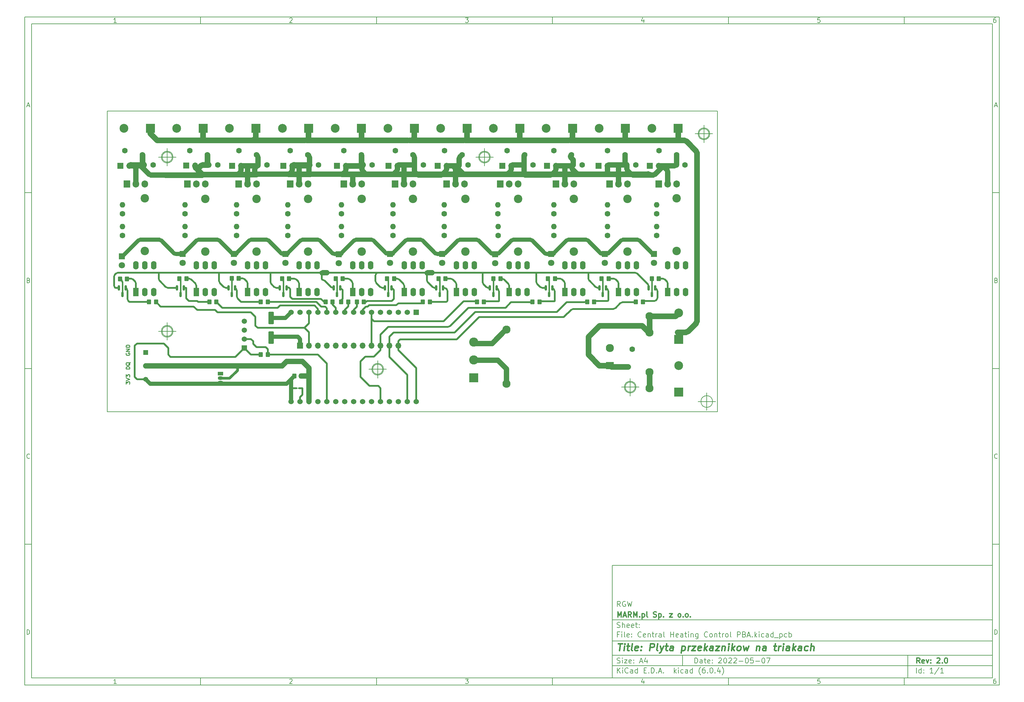
<source format=gbr>
%TF.GenerationSoftware,KiCad,Pcbnew,(6.0.4)*%
%TF.CreationDate,2022-05-09T22:27:08+02:00*%
%TF.ProjectId,Central Heating Control PBA,43656e74-7261-46c2-9048-656174696e67,2.0*%
%TF.SameCoordinates,Original*%
%TF.FileFunction,Copper,L1,Top*%
%TF.FilePolarity,Positive*%
%FSLAX46Y46*%
G04 Gerber Fmt 4.6, Leading zero omitted, Abs format (unit mm)*
G04 Created by KiCad (PCBNEW (6.0.4)) date 2022-05-09 22:27:08*
%MOMM*%
%LPD*%
G01*
G04 APERTURE LIST*
G04 Aperture macros list*
%AMRoundRect*
0 Rectangle with rounded corners*
0 $1 Rounding radius*
0 $2 $3 $4 $5 $6 $7 $8 $9 X,Y pos of 4 corners*
0 Add a 4 corners polygon primitive as box body*
4,1,4,$2,$3,$4,$5,$6,$7,$8,$9,$2,$3,0*
0 Add four circle primitives for the rounded corners*
1,1,$1+$1,$2,$3*
1,1,$1+$1,$4,$5*
1,1,$1+$1,$6,$7*
1,1,$1+$1,$8,$9*
0 Add four rect primitives between the rounded corners*
20,1,$1+$1,$2,$3,$4,$5,0*
20,1,$1+$1,$4,$5,$6,$7,0*
20,1,$1+$1,$6,$7,$8,$9,0*
20,1,$1+$1,$8,$9,$2,$3,0*%
G04 Aperture macros list end*
%ADD10C,0.100000*%
%ADD11C,0.150000*%
%ADD12C,0.300000*%
%ADD13C,0.400000*%
%TA.AperFunction,Profile*%
%ADD14C,0.150000*%
%TD*%
%ADD15C,0.275000*%
%TA.AperFunction,NonConductor*%
%ADD16C,0.275000*%
%TD*%
%TA.AperFunction,ComponentPad*%
%ADD17R,1.500000X1.500000*%
%TD*%
%TA.AperFunction,ComponentPad*%
%ADD18C,1.500000*%
%TD*%
%TA.AperFunction,SMDPad,CuDef*%
%ADD19RoundRect,0.250000X0.350000X0.450000X-0.350000X0.450000X-0.350000X-0.450000X0.350000X-0.450000X0*%
%TD*%
%TA.AperFunction,SMDPad,CuDef*%
%ADD20RoundRect,0.250000X-0.550000X1.500000X-0.550000X-1.500000X0.550000X-1.500000X0.550000X1.500000X0*%
%TD*%
%TA.AperFunction,SMDPad,CuDef*%
%ADD21RoundRect,0.100000X-0.217500X-0.100000X0.217500X-0.100000X0.217500X0.100000X-0.217500X0.100000X0*%
%TD*%
%TA.AperFunction,ComponentPad*%
%ADD22R,1.500000X1.050000*%
%TD*%
%TA.AperFunction,ComponentPad*%
%ADD23O,1.500000X1.050000*%
%TD*%
%TA.AperFunction,ComponentPad*%
%ADD24R,2.600000X2.600000*%
%TD*%
%TA.AperFunction,ComponentPad*%
%ADD25C,2.600000*%
%TD*%
%TA.AperFunction,SMDPad,CuDef*%
%ADD26RoundRect,0.150000X-0.150000X0.587500X-0.150000X-0.587500X0.150000X-0.587500X0.150000X0.587500X0*%
%TD*%
%TA.AperFunction,ComponentPad*%
%ADD27R,1.524000X1.524000*%
%TD*%
%TA.AperFunction,ComponentPad*%
%ADD28C,1.524000*%
%TD*%
%TA.AperFunction,ComponentPad*%
%ADD29R,1.700000X1.700000*%
%TD*%
%TA.AperFunction,ComponentPad*%
%ADD30O,1.700000X1.700000*%
%TD*%
%TA.AperFunction,ComponentPad*%
%ADD31R,1.400000X1.400000*%
%TD*%
%TA.AperFunction,ComponentPad*%
%ADD32C,1.400000*%
%TD*%
%TA.AperFunction,ComponentPad*%
%ADD33C,2.500000*%
%TD*%
%TA.AperFunction,ComponentPad*%
%ADD34R,2.500000X2.500000*%
%TD*%
%TA.AperFunction,ComponentPad*%
%ADD35R,1.800000X1.800000*%
%TD*%
%TA.AperFunction,ComponentPad*%
%ADD36C,1.800000*%
%TD*%
%TA.AperFunction,SMDPad,CuDef*%
%ADD37RoundRect,0.250000X-0.350000X-0.450000X0.350000X-0.450000X0.350000X0.450000X-0.350000X0.450000X0*%
%TD*%
%TA.AperFunction,ComponentPad*%
%ADD38R,1.600000X2.400000*%
%TD*%
%TA.AperFunction,ComponentPad*%
%ADD39O,1.600000X2.400000*%
%TD*%
%TA.AperFunction,ComponentPad*%
%ADD40C,1.600000*%
%TD*%
%TA.AperFunction,ComponentPad*%
%ADD41O,1.600000X1.600000*%
%TD*%
%TA.AperFunction,ComponentPad*%
%ADD42R,1.905000X2.000000*%
%TD*%
%TA.AperFunction,ComponentPad*%
%ADD43O,1.905000X2.000000*%
%TD*%
%TA.AperFunction,ComponentPad*%
%ADD44C,2.400000*%
%TD*%
%TA.AperFunction,ComponentPad*%
%ADD45C,2.300000*%
%TD*%
%TA.AperFunction,ComponentPad*%
%ADD46R,2.300000X2.000000*%
%TD*%
%TA.AperFunction,ViaPad*%
%ADD47C,0.600000*%
%TD*%
%TA.AperFunction,Conductor*%
%ADD48C,0.500000*%
%TD*%
%TA.AperFunction,Conductor*%
%ADD49C,1.200000*%
%TD*%
%TA.AperFunction,Conductor*%
%ADD50C,0.800000*%
%TD*%
%TA.AperFunction,Conductor*%
%ADD51C,1.500000*%
%TD*%
%TA.AperFunction,Conductor*%
%ADD52C,1.600000*%
%TD*%
%TA.AperFunction,Conductor*%
%ADD53C,0.400000*%
%TD*%
G04 APERTURE END LIST*
D10*
D11*
X177002200Y-166007200D02*
X177002200Y-198007200D01*
X285002200Y-198007200D01*
X285002200Y-166007200D01*
X177002200Y-166007200D01*
D10*
D11*
X10000000Y-10000000D02*
X10000000Y-200007200D01*
X287002200Y-200007200D01*
X287002200Y-10000000D01*
X10000000Y-10000000D01*
D10*
D11*
X12000000Y-12000000D02*
X12000000Y-198007200D01*
X285002200Y-198007200D01*
X285002200Y-12000000D01*
X12000000Y-12000000D01*
D10*
D11*
X60000000Y-12000000D02*
X60000000Y-10000000D01*
D10*
D11*
X110000000Y-12000000D02*
X110000000Y-10000000D01*
D10*
D11*
X160000000Y-12000000D02*
X160000000Y-10000000D01*
D10*
D11*
X210000000Y-12000000D02*
X210000000Y-10000000D01*
D10*
D11*
X260000000Y-12000000D02*
X260000000Y-10000000D01*
D10*
D11*
X36065476Y-11588095D02*
X35322619Y-11588095D01*
X35694047Y-11588095D02*
X35694047Y-10288095D01*
X35570238Y-10473809D01*
X35446428Y-10597619D01*
X35322619Y-10659523D01*
D10*
D11*
X85322619Y-10411904D02*
X85384523Y-10350000D01*
X85508333Y-10288095D01*
X85817857Y-10288095D01*
X85941666Y-10350000D01*
X86003571Y-10411904D01*
X86065476Y-10535714D01*
X86065476Y-10659523D01*
X86003571Y-10845238D01*
X85260714Y-11588095D01*
X86065476Y-11588095D01*
D10*
D11*
X135260714Y-10288095D02*
X136065476Y-10288095D01*
X135632142Y-10783333D01*
X135817857Y-10783333D01*
X135941666Y-10845238D01*
X136003571Y-10907142D01*
X136065476Y-11030952D01*
X136065476Y-11340476D01*
X136003571Y-11464285D01*
X135941666Y-11526190D01*
X135817857Y-11588095D01*
X135446428Y-11588095D01*
X135322619Y-11526190D01*
X135260714Y-11464285D01*
D10*
D11*
X185941666Y-10721428D02*
X185941666Y-11588095D01*
X185632142Y-10226190D02*
X185322619Y-11154761D01*
X186127380Y-11154761D01*
D10*
D11*
X236003571Y-10288095D02*
X235384523Y-10288095D01*
X235322619Y-10907142D01*
X235384523Y-10845238D01*
X235508333Y-10783333D01*
X235817857Y-10783333D01*
X235941666Y-10845238D01*
X236003571Y-10907142D01*
X236065476Y-11030952D01*
X236065476Y-11340476D01*
X236003571Y-11464285D01*
X235941666Y-11526190D01*
X235817857Y-11588095D01*
X235508333Y-11588095D01*
X235384523Y-11526190D01*
X235322619Y-11464285D01*
D10*
D11*
X285941666Y-10288095D02*
X285694047Y-10288095D01*
X285570238Y-10350000D01*
X285508333Y-10411904D01*
X285384523Y-10597619D01*
X285322619Y-10845238D01*
X285322619Y-11340476D01*
X285384523Y-11464285D01*
X285446428Y-11526190D01*
X285570238Y-11588095D01*
X285817857Y-11588095D01*
X285941666Y-11526190D01*
X286003571Y-11464285D01*
X286065476Y-11340476D01*
X286065476Y-11030952D01*
X286003571Y-10907142D01*
X285941666Y-10845238D01*
X285817857Y-10783333D01*
X285570238Y-10783333D01*
X285446428Y-10845238D01*
X285384523Y-10907142D01*
X285322619Y-11030952D01*
D10*
D11*
X60000000Y-198007200D02*
X60000000Y-200007200D01*
D10*
D11*
X110000000Y-198007200D02*
X110000000Y-200007200D01*
D10*
D11*
X160000000Y-198007200D02*
X160000000Y-200007200D01*
D10*
D11*
X210000000Y-198007200D02*
X210000000Y-200007200D01*
D10*
D11*
X260000000Y-198007200D02*
X260000000Y-200007200D01*
D10*
D11*
X36065476Y-199595295D02*
X35322619Y-199595295D01*
X35694047Y-199595295D02*
X35694047Y-198295295D01*
X35570238Y-198481009D01*
X35446428Y-198604819D01*
X35322619Y-198666723D01*
D10*
D11*
X85322619Y-198419104D02*
X85384523Y-198357200D01*
X85508333Y-198295295D01*
X85817857Y-198295295D01*
X85941666Y-198357200D01*
X86003571Y-198419104D01*
X86065476Y-198542914D01*
X86065476Y-198666723D01*
X86003571Y-198852438D01*
X85260714Y-199595295D01*
X86065476Y-199595295D01*
D10*
D11*
X135260714Y-198295295D02*
X136065476Y-198295295D01*
X135632142Y-198790533D01*
X135817857Y-198790533D01*
X135941666Y-198852438D01*
X136003571Y-198914342D01*
X136065476Y-199038152D01*
X136065476Y-199347676D01*
X136003571Y-199471485D01*
X135941666Y-199533390D01*
X135817857Y-199595295D01*
X135446428Y-199595295D01*
X135322619Y-199533390D01*
X135260714Y-199471485D01*
D10*
D11*
X185941666Y-198728628D02*
X185941666Y-199595295D01*
X185632142Y-198233390D02*
X185322619Y-199161961D01*
X186127380Y-199161961D01*
D10*
D11*
X236003571Y-198295295D02*
X235384523Y-198295295D01*
X235322619Y-198914342D01*
X235384523Y-198852438D01*
X235508333Y-198790533D01*
X235817857Y-198790533D01*
X235941666Y-198852438D01*
X236003571Y-198914342D01*
X236065476Y-199038152D01*
X236065476Y-199347676D01*
X236003571Y-199471485D01*
X235941666Y-199533390D01*
X235817857Y-199595295D01*
X235508333Y-199595295D01*
X235384523Y-199533390D01*
X235322619Y-199471485D01*
D10*
D11*
X285941666Y-198295295D02*
X285694047Y-198295295D01*
X285570238Y-198357200D01*
X285508333Y-198419104D01*
X285384523Y-198604819D01*
X285322619Y-198852438D01*
X285322619Y-199347676D01*
X285384523Y-199471485D01*
X285446428Y-199533390D01*
X285570238Y-199595295D01*
X285817857Y-199595295D01*
X285941666Y-199533390D01*
X286003571Y-199471485D01*
X286065476Y-199347676D01*
X286065476Y-199038152D01*
X286003571Y-198914342D01*
X285941666Y-198852438D01*
X285817857Y-198790533D01*
X285570238Y-198790533D01*
X285446428Y-198852438D01*
X285384523Y-198914342D01*
X285322619Y-199038152D01*
D10*
D11*
X10000000Y-60000000D02*
X12000000Y-60000000D01*
D10*
D11*
X10000000Y-110000000D02*
X12000000Y-110000000D01*
D10*
D11*
X10000000Y-160000000D02*
X12000000Y-160000000D01*
D10*
D11*
X10690476Y-35216666D02*
X11309523Y-35216666D01*
X10566666Y-35588095D02*
X11000000Y-34288095D01*
X11433333Y-35588095D01*
D10*
D11*
X11092857Y-84907142D02*
X11278571Y-84969047D01*
X11340476Y-85030952D01*
X11402380Y-85154761D01*
X11402380Y-85340476D01*
X11340476Y-85464285D01*
X11278571Y-85526190D01*
X11154761Y-85588095D01*
X10659523Y-85588095D01*
X10659523Y-84288095D01*
X11092857Y-84288095D01*
X11216666Y-84350000D01*
X11278571Y-84411904D01*
X11340476Y-84535714D01*
X11340476Y-84659523D01*
X11278571Y-84783333D01*
X11216666Y-84845238D01*
X11092857Y-84907142D01*
X10659523Y-84907142D01*
D10*
D11*
X11402380Y-135464285D02*
X11340476Y-135526190D01*
X11154761Y-135588095D01*
X11030952Y-135588095D01*
X10845238Y-135526190D01*
X10721428Y-135402380D01*
X10659523Y-135278571D01*
X10597619Y-135030952D01*
X10597619Y-134845238D01*
X10659523Y-134597619D01*
X10721428Y-134473809D01*
X10845238Y-134350000D01*
X11030952Y-134288095D01*
X11154761Y-134288095D01*
X11340476Y-134350000D01*
X11402380Y-134411904D01*
D10*
D11*
X10659523Y-185588095D02*
X10659523Y-184288095D01*
X10969047Y-184288095D01*
X11154761Y-184350000D01*
X11278571Y-184473809D01*
X11340476Y-184597619D01*
X11402380Y-184845238D01*
X11402380Y-185030952D01*
X11340476Y-185278571D01*
X11278571Y-185402380D01*
X11154761Y-185526190D01*
X10969047Y-185588095D01*
X10659523Y-185588095D01*
D10*
D11*
X287002200Y-60000000D02*
X285002200Y-60000000D01*
D10*
D11*
X287002200Y-110000000D02*
X285002200Y-110000000D01*
D10*
D11*
X287002200Y-160000000D02*
X285002200Y-160000000D01*
D10*
D11*
X285692676Y-35216666D02*
X286311723Y-35216666D01*
X285568866Y-35588095D02*
X286002200Y-34288095D01*
X286435533Y-35588095D01*
D10*
D11*
X286095057Y-84907142D02*
X286280771Y-84969047D01*
X286342676Y-85030952D01*
X286404580Y-85154761D01*
X286404580Y-85340476D01*
X286342676Y-85464285D01*
X286280771Y-85526190D01*
X286156961Y-85588095D01*
X285661723Y-85588095D01*
X285661723Y-84288095D01*
X286095057Y-84288095D01*
X286218866Y-84350000D01*
X286280771Y-84411904D01*
X286342676Y-84535714D01*
X286342676Y-84659523D01*
X286280771Y-84783333D01*
X286218866Y-84845238D01*
X286095057Y-84907142D01*
X285661723Y-84907142D01*
D10*
D11*
X286404580Y-135464285D02*
X286342676Y-135526190D01*
X286156961Y-135588095D01*
X286033152Y-135588095D01*
X285847438Y-135526190D01*
X285723628Y-135402380D01*
X285661723Y-135278571D01*
X285599819Y-135030952D01*
X285599819Y-134845238D01*
X285661723Y-134597619D01*
X285723628Y-134473809D01*
X285847438Y-134350000D01*
X286033152Y-134288095D01*
X286156961Y-134288095D01*
X286342676Y-134350000D01*
X286404580Y-134411904D01*
D10*
D11*
X285661723Y-185588095D02*
X285661723Y-184288095D01*
X285971247Y-184288095D01*
X286156961Y-184350000D01*
X286280771Y-184473809D01*
X286342676Y-184597619D01*
X286404580Y-184845238D01*
X286404580Y-185030952D01*
X286342676Y-185278571D01*
X286280771Y-185402380D01*
X286156961Y-185526190D01*
X285971247Y-185588095D01*
X285661723Y-185588095D01*
D10*
D11*
X200434342Y-193785771D02*
X200434342Y-192285771D01*
X200791485Y-192285771D01*
X201005771Y-192357200D01*
X201148628Y-192500057D01*
X201220057Y-192642914D01*
X201291485Y-192928628D01*
X201291485Y-193142914D01*
X201220057Y-193428628D01*
X201148628Y-193571485D01*
X201005771Y-193714342D01*
X200791485Y-193785771D01*
X200434342Y-193785771D01*
X202577200Y-193785771D02*
X202577200Y-193000057D01*
X202505771Y-192857200D01*
X202362914Y-192785771D01*
X202077200Y-192785771D01*
X201934342Y-192857200D01*
X202577200Y-193714342D02*
X202434342Y-193785771D01*
X202077200Y-193785771D01*
X201934342Y-193714342D01*
X201862914Y-193571485D01*
X201862914Y-193428628D01*
X201934342Y-193285771D01*
X202077200Y-193214342D01*
X202434342Y-193214342D01*
X202577200Y-193142914D01*
X203077200Y-192785771D02*
X203648628Y-192785771D01*
X203291485Y-192285771D02*
X203291485Y-193571485D01*
X203362914Y-193714342D01*
X203505771Y-193785771D01*
X203648628Y-193785771D01*
X204720057Y-193714342D02*
X204577200Y-193785771D01*
X204291485Y-193785771D01*
X204148628Y-193714342D01*
X204077200Y-193571485D01*
X204077200Y-193000057D01*
X204148628Y-192857200D01*
X204291485Y-192785771D01*
X204577200Y-192785771D01*
X204720057Y-192857200D01*
X204791485Y-193000057D01*
X204791485Y-193142914D01*
X204077200Y-193285771D01*
X205434342Y-193642914D02*
X205505771Y-193714342D01*
X205434342Y-193785771D01*
X205362914Y-193714342D01*
X205434342Y-193642914D01*
X205434342Y-193785771D01*
X205434342Y-192857200D02*
X205505771Y-192928628D01*
X205434342Y-193000057D01*
X205362914Y-192928628D01*
X205434342Y-192857200D01*
X205434342Y-193000057D01*
X207220057Y-192428628D02*
X207291485Y-192357200D01*
X207434342Y-192285771D01*
X207791485Y-192285771D01*
X207934342Y-192357200D01*
X208005771Y-192428628D01*
X208077200Y-192571485D01*
X208077200Y-192714342D01*
X208005771Y-192928628D01*
X207148628Y-193785771D01*
X208077200Y-193785771D01*
X209005771Y-192285771D02*
X209148628Y-192285771D01*
X209291485Y-192357200D01*
X209362914Y-192428628D01*
X209434342Y-192571485D01*
X209505771Y-192857200D01*
X209505771Y-193214342D01*
X209434342Y-193500057D01*
X209362914Y-193642914D01*
X209291485Y-193714342D01*
X209148628Y-193785771D01*
X209005771Y-193785771D01*
X208862914Y-193714342D01*
X208791485Y-193642914D01*
X208720057Y-193500057D01*
X208648628Y-193214342D01*
X208648628Y-192857200D01*
X208720057Y-192571485D01*
X208791485Y-192428628D01*
X208862914Y-192357200D01*
X209005771Y-192285771D01*
X210077200Y-192428628D02*
X210148628Y-192357200D01*
X210291485Y-192285771D01*
X210648628Y-192285771D01*
X210791485Y-192357200D01*
X210862914Y-192428628D01*
X210934342Y-192571485D01*
X210934342Y-192714342D01*
X210862914Y-192928628D01*
X210005771Y-193785771D01*
X210934342Y-193785771D01*
X211505771Y-192428628D02*
X211577200Y-192357200D01*
X211720057Y-192285771D01*
X212077200Y-192285771D01*
X212220057Y-192357200D01*
X212291485Y-192428628D01*
X212362914Y-192571485D01*
X212362914Y-192714342D01*
X212291485Y-192928628D01*
X211434342Y-193785771D01*
X212362914Y-193785771D01*
X213005771Y-193214342D02*
X214148628Y-193214342D01*
X215148628Y-192285771D02*
X215291485Y-192285771D01*
X215434342Y-192357200D01*
X215505771Y-192428628D01*
X215577200Y-192571485D01*
X215648628Y-192857200D01*
X215648628Y-193214342D01*
X215577200Y-193500057D01*
X215505771Y-193642914D01*
X215434342Y-193714342D01*
X215291485Y-193785771D01*
X215148628Y-193785771D01*
X215005771Y-193714342D01*
X214934342Y-193642914D01*
X214862914Y-193500057D01*
X214791485Y-193214342D01*
X214791485Y-192857200D01*
X214862914Y-192571485D01*
X214934342Y-192428628D01*
X215005771Y-192357200D01*
X215148628Y-192285771D01*
X217005771Y-192285771D02*
X216291485Y-192285771D01*
X216220057Y-193000057D01*
X216291485Y-192928628D01*
X216434342Y-192857200D01*
X216791485Y-192857200D01*
X216934342Y-192928628D01*
X217005771Y-193000057D01*
X217077200Y-193142914D01*
X217077200Y-193500057D01*
X217005771Y-193642914D01*
X216934342Y-193714342D01*
X216791485Y-193785771D01*
X216434342Y-193785771D01*
X216291485Y-193714342D01*
X216220057Y-193642914D01*
X217720057Y-193214342D02*
X218862914Y-193214342D01*
X219862914Y-192285771D02*
X220005771Y-192285771D01*
X220148628Y-192357200D01*
X220220057Y-192428628D01*
X220291485Y-192571485D01*
X220362914Y-192857200D01*
X220362914Y-193214342D01*
X220291485Y-193500057D01*
X220220057Y-193642914D01*
X220148628Y-193714342D01*
X220005771Y-193785771D01*
X219862914Y-193785771D01*
X219720057Y-193714342D01*
X219648628Y-193642914D01*
X219577200Y-193500057D01*
X219505771Y-193214342D01*
X219505771Y-192857200D01*
X219577200Y-192571485D01*
X219648628Y-192428628D01*
X219720057Y-192357200D01*
X219862914Y-192285771D01*
X220862914Y-192285771D02*
X221862914Y-192285771D01*
X221220057Y-193785771D01*
D10*
D11*
X177002200Y-194507200D02*
X285002200Y-194507200D01*
D10*
D11*
X178434342Y-196585771D02*
X178434342Y-195085771D01*
X179291485Y-196585771D02*
X178648628Y-195728628D01*
X179291485Y-195085771D02*
X178434342Y-195942914D01*
X179934342Y-196585771D02*
X179934342Y-195585771D01*
X179934342Y-195085771D02*
X179862914Y-195157200D01*
X179934342Y-195228628D01*
X180005771Y-195157200D01*
X179934342Y-195085771D01*
X179934342Y-195228628D01*
X181505771Y-196442914D02*
X181434342Y-196514342D01*
X181220057Y-196585771D01*
X181077200Y-196585771D01*
X180862914Y-196514342D01*
X180720057Y-196371485D01*
X180648628Y-196228628D01*
X180577200Y-195942914D01*
X180577200Y-195728628D01*
X180648628Y-195442914D01*
X180720057Y-195300057D01*
X180862914Y-195157200D01*
X181077200Y-195085771D01*
X181220057Y-195085771D01*
X181434342Y-195157200D01*
X181505771Y-195228628D01*
X182791485Y-196585771D02*
X182791485Y-195800057D01*
X182720057Y-195657200D01*
X182577200Y-195585771D01*
X182291485Y-195585771D01*
X182148628Y-195657200D01*
X182791485Y-196514342D02*
X182648628Y-196585771D01*
X182291485Y-196585771D01*
X182148628Y-196514342D01*
X182077200Y-196371485D01*
X182077200Y-196228628D01*
X182148628Y-196085771D01*
X182291485Y-196014342D01*
X182648628Y-196014342D01*
X182791485Y-195942914D01*
X184148628Y-196585771D02*
X184148628Y-195085771D01*
X184148628Y-196514342D02*
X184005771Y-196585771D01*
X183720057Y-196585771D01*
X183577200Y-196514342D01*
X183505771Y-196442914D01*
X183434342Y-196300057D01*
X183434342Y-195871485D01*
X183505771Y-195728628D01*
X183577200Y-195657200D01*
X183720057Y-195585771D01*
X184005771Y-195585771D01*
X184148628Y-195657200D01*
X186005771Y-195800057D02*
X186505771Y-195800057D01*
X186720057Y-196585771D02*
X186005771Y-196585771D01*
X186005771Y-195085771D01*
X186720057Y-195085771D01*
X187362914Y-196442914D02*
X187434342Y-196514342D01*
X187362914Y-196585771D01*
X187291485Y-196514342D01*
X187362914Y-196442914D01*
X187362914Y-196585771D01*
X188077200Y-196585771D02*
X188077200Y-195085771D01*
X188434342Y-195085771D01*
X188648628Y-195157200D01*
X188791485Y-195300057D01*
X188862914Y-195442914D01*
X188934342Y-195728628D01*
X188934342Y-195942914D01*
X188862914Y-196228628D01*
X188791485Y-196371485D01*
X188648628Y-196514342D01*
X188434342Y-196585771D01*
X188077200Y-196585771D01*
X189577200Y-196442914D02*
X189648628Y-196514342D01*
X189577200Y-196585771D01*
X189505771Y-196514342D01*
X189577200Y-196442914D01*
X189577200Y-196585771D01*
X190220057Y-196157200D02*
X190934342Y-196157200D01*
X190077200Y-196585771D02*
X190577200Y-195085771D01*
X191077200Y-196585771D01*
X191577200Y-196442914D02*
X191648628Y-196514342D01*
X191577200Y-196585771D01*
X191505771Y-196514342D01*
X191577200Y-196442914D01*
X191577200Y-196585771D01*
X194577200Y-196585771D02*
X194577200Y-195085771D01*
X194720057Y-196014342D02*
X195148628Y-196585771D01*
X195148628Y-195585771D02*
X194577200Y-196157200D01*
X195791485Y-196585771D02*
X195791485Y-195585771D01*
X195791485Y-195085771D02*
X195720057Y-195157200D01*
X195791485Y-195228628D01*
X195862914Y-195157200D01*
X195791485Y-195085771D01*
X195791485Y-195228628D01*
X197148628Y-196514342D02*
X197005771Y-196585771D01*
X196720057Y-196585771D01*
X196577200Y-196514342D01*
X196505771Y-196442914D01*
X196434342Y-196300057D01*
X196434342Y-195871485D01*
X196505771Y-195728628D01*
X196577200Y-195657200D01*
X196720057Y-195585771D01*
X197005771Y-195585771D01*
X197148628Y-195657200D01*
X198434342Y-196585771D02*
X198434342Y-195800057D01*
X198362914Y-195657200D01*
X198220057Y-195585771D01*
X197934342Y-195585771D01*
X197791485Y-195657200D01*
X198434342Y-196514342D02*
X198291485Y-196585771D01*
X197934342Y-196585771D01*
X197791485Y-196514342D01*
X197720057Y-196371485D01*
X197720057Y-196228628D01*
X197791485Y-196085771D01*
X197934342Y-196014342D01*
X198291485Y-196014342D01*
X198434342Y-195942914D01*
X199791485Y-196585771D02*
X199791485Y-195085771D01*
X199791485Y-196514342D02*
X199648628Y-196585771D01*
X199362914Y-196585771D01*
X199220057Y-196514342D01*
X199148628Y-196442914D01*
X199077200Y-196300057D01*
X199077200Y-195871485D01*
X199148628Y-195728628D01*
X199220057Y-195657200D01*
X199362914Y-195585771D01*
X199648628Y-195585771D01*
X199791485Y-195657200D01*
X202077200Y-197157200D02*
X202005771Y-197085771D01*
X201862914Y-196871485D01*
X201791485Y-196728628D01*
X201720057Y-196514342D01*
X201648628Y-196157200D01*
X201648628Y-195871485D01*
X201720057Y-195514342D01*
X201791485Y-195300057D01*
X201862914Y-195157200D01*
X202005771Y-194942914D01*
X202077200Y-194871485D01*
X203291485Y-195085771D02*
X203005771Y-195085771D01*
X202862914Y-195157200D01*
X202791485Y-195228628D01*
X202648628Y-195442914D01*
X202577200Y-195728628D01*
X202577200Y-196300057D01*
X202648628Y-196442914D01*
X202720057Y-196514342D01*
X202862914Y-196585771D01*
X203148628Y-196585771D01*
X203291485Y-196514342D01*
X203362914Y-196442914D01*
X203434342Y-196300057D01*
X203434342Y-195942914D01*
X203362914Y-195800057D01*
X203291485Y-195728628D01*
X203148628Y-195657200D01*
X202862914Y-195657200D01*
X202720057Y-195728628D01*
X202648628Y-195800057D01*
X202577200Y-195942914D01*
X204077200Y-196442914D02*
X204148628Y-196514342D01*
X204077200Y-196585771D01*
X204005771Y-196514342D01*
X204077200Y-196442914D01*
X204077200Y-196585771D01*
X205077200Y-195085771D02*
X205220057Y-195085771D01*
X205362914Y-195157200D01*
X205434342Y-195228628D01*
X205505771Y-195371485D01*
X205577200Y-195657200D01*
X205577200Y-196014342D01*
X205505771Y-196300057D01*
X205434342Y-196442914D01*
X205362914Y-196514342D01*
X205220057Y-196585771D01*
X205077200Y-196585771D01*
X204934342Y-196514342D01*
X204862914Y-196442914D01*
X204791485Y-196300057D01*
X204720057Y-196014342D01*
X204720057Y-195657200D01*
X204791485Y-195371485D01*
X204862914Y-195228628D01*
X204934342Y-195157200D01*
X205077200Y-195085771D01*
X206220057Y-196442914D02*
X206291485Y-196514342D01*
X206220057Y-196585771D01*
X206148628Y-196514342D01*
X206220057Y-196442914D01*
X206220057Y-196585771D01*
X207577200Y-195585771D02*
X207577200Y-196585771D01*
X207220057Y-195014342D02*
X206862914Y-196085771D01*
X207791485Y-196085771D01*
X208220057Y-197157200D02*
X208291485Y-197085771D01*
X208434342Y-196871485D01*
X208505771Y-196728628D01*
X208577200Y-196514342D01*
X208648628Y-196157200D01*
X208648628Y-195871485D01*
X208577200Y-195514342D01*
X208505771Y-195300057D01*
X208434342Y-195157200D01*
X208291485Y-194942914D01*
X208220057Y-194871485D01*
D10*
D11*
X177002200Y-191507200D02*
X285002200Y-191507200D01*
D10*
D12*
X264411485Y-193785771D02*
X263911485Y-193071485D01*
X263554342Y-193785771D02*
X263554342Y-192285771D01*
X264125771Y-192285771D01*
X264268628Y-192357200D01*
X264340057Y-192428628D01*
X264411485Y-192571485D01*
X264411485Y-192785771D01*
X264340057Y-192928628D01*
X264268628Y-193000057D01*
X264125771Y-193071485D01*
X263554342Y-193071485D01*
X265625771Y-193714342D02*
X265482914Y-193785771D01*
X265197200Y-193785771D01*
X265054342Y-193714342D01*
X264982914Y-193571485D01*
X264982914Y-193000057D01*
X265054342Y-192857200D01*
X265197200Y-192785771D01*
X265482914Y-192785771D01*
X265625771Y-192857200D01*
X265697200Y-193000057D01*
X265697200Y-193142914D01*
X264982914Y-193285771D01*
X266197200Y-192785771D02*
X266554342Y-193785771D01*
X266911485Y-192785771D01*
X267482914Y-193642914D02*
X267554342Y-193714342D01*
X267482914Y-193785771D01*
X267411485Y-193714342D01*
X267482914Y-193642914D01*
X267482914Y-193785771D01*
X267482914Y-192857200D02*
X267554342Y-192928628D01*
X267482914Y-193000057D01*
X267411485Y-192928628D01*
X267482914Y-192857200D01*
X267482914Y-193000057D01*
X269268628Y-192428628D02*
X269340057Y-192357200D01*
X269482914Y-192285771D01*
X269840057Y-192285771D01*
X269982914Y-192357200D01*
X270054342Y-192428628D01*
X270125771Y-192571485D01*
X270125771Y-192714342D01*
X270054342Y-192928628D01*
X269197200Y-193785771D01*
X270125771Y-193785771D01*
X270768628Y-193642914D02*
X270840057Y-193714342D01*
X270768628Y-193785771D01*
X270697200Y-193714342D01*
X270768628Y-193642914D01*
X270768628Y-193785771D01*
X271768628Y-192285771D02*
X271911485Y-192285771D01*
X272054342Y-192357200D01*
X272125771Y-192428628D01*
X272197200Y-192571485D01*
X272268628Y-192857200D01*
X272268628Y-193214342D01*
X272197200Y-193500057D01*
X272125771Y-193642914D01*
X272054342Y-193714342D01*
X271911485Y-193785771D01*
X271768628Y-193785771D01*
X271625771Y-193714342D01*
X271554342Y-193642914D01*
X271482914Y-193500057D01*
X271411485Y-193214342D01*
X271411485Y-192857200D01*
X271482914Y-192571485D01*
X271554342Y-192428628D01*
X271625771Y-192357200D01*
X271768628Y-192285771D01*
D10*
D11*
X178362914Y-193714342D02*
X178577200Y-193785771D01*
X178934342Y-193785771D01*
X179077200Y-193714342D01*
X179148628Y-193642914D01*
X179220057Y-193500057D01*
X179220057Y-193357200D01*
X179148628Y-193214342D01*
X179077200Y-193142914D01*
X178934342Y-193071485D01*
X178648628Y-193000057D01*
X178505771Y-192928628D01*
X178434342Y-192857200D01*
X178362914Y-192714342D01*
X178362914Y-192571485D01*
X178434342Y-192428628D01*
X178505771Y-192357200D01*
X178648628Y-192285771D01*
X179005771Y-192285771D01*
X179220057Y-192357200D01*
X179862914Y-193785771D02*
X179862914Y-192785771D01*
X179862914Y-192285771D02*
X179791485Y-192357200D01*
X179862914Y-192428628D01*
X179934342Y-192357200D01*
X179862914Y-192285771D01*
X179862914Y-192428628D01*
X180434342Y-192785771D02*
X181220057Y-192785771D01*
X180434342Y-193785771D01*
X181220057Y-193785771D01*
X182362914Y-193714342D02*
X182220057Y-193785771D01*
X181934342Y-193785771D01*
X181791485Y-193714342D01*
X181720057Y-193571485D01*
X181720057Y-193000057D01*
X181791485Y-192857200D01*
X181934342Y-192785771D01*
X182220057Y-192785771D01*
X182362914Y-192857200D01*
X182434342Y-193000057D01*
X182434342Y-193142914D01*
X181720057Y-193285771D01*
X183077200Y-193642914D02*
X183148628Y-193714342D01*
X183077200Y-193785771D01*
X183005771Y-193714342D01*
X183077200Y-193642914D01*
X183077200Y-193785771D01*
X183077200Y-192857200D02*
X183148628Y-192928628D01*
X183077200Y-193000057D01*
X183005771Y-192928628D01*
X183077200Y-192857200D01*
X183077200Y-193000057D01*
X184862914Y-193357200D02*
X185577200Y-193357200D01*
X184720057Y-193785771D02*
X185220057Y-192285771D01*
X185720057Y-193785771D01*
X186862914Y-192785771D02*
X186862914Y-193785771D01*
X186505771Y-192214342D02*
X186148628Y-193285771D01*
X187077200Y-193285771D01*
D10*
D11*
X263434342Y-196585771D02*
X263434342Y-195085771D01*
X264791485Y-196585771D02*
X264791485Y-195085771D01*
X264791485Y-196514342D02*
X264648628Y-196585771D01*
X264362914Y-196585771D01*
X264220057Y-196514342D01*
X264148628Y-196442914D01*
X264077200Y-196300057D01*
X264077200Y-195871485D01*
X264148628Y-195728628D01*
X264220057Y-195657200D01*
X264362914Y-195585771D01*
X264648628Y-195585771D01*
X264791485Y-195657200D01*
X265505771Y-196442914D02*
X265577200Y-196514342D01*
X265505771Y-196585771D01*
X265434342Y-196514342D01*
X265505771Y-196442914D01*
X265505771Y-196585771D01*
X265505771Y-195657200D02*
X265577200Y-195728628D01*
X265505771Y-195800057D01*
X265434342Y-195728628D01*
X265505771Y-195657200D01*
X265505771Y-195800057D01*
X268148628Y-196585771D02*
X267291485Y-196585771D01*
X267720057Y-196585771D02*
X267720057Y-195085771D01*
X267577200Y-195300057D01*
X267434342Y-195442914D01*
X267291485Y-195514342D01*
X269862914Y-195014342D02*
X268577200Y-196942914D01*
X271148628Y-196585771D02*
X270291485Y-196585771D01*
X270720057Y-196585771D02*
X270720057Y-195085771D01*
X270577200Y-195300057D01*
X270434342Y-195442914D01*
X270291485Y-195514342D01*
D10*
D11*
X177002200Y-187507200D02*
X285002200Y-187507200D01*
D10*
D13*
X178714580Y-188211961D02*
X179857438Y-188211961D01*
X179036009Y-190211961D02*
X179286009Y-188211961D01*
X180274104Y-190211961D02*
X180440771Y-188878628D01*
X180524104Y-188211961D02*
X180416961Y-188307200D01*
X180500295Y-188402438D01*
X180607438Y-188307200D01*
X180524104Y-188211961D01*
X180500295Y-188402438D01*
X181107438Y-188878628D02*
X181869342Y-188878628D01*
X181476485Y-188211961D02*
X181262200Y-189926247D01*
X181333628Y-190116723D01*
X181512200Y-190211961D01*
X181702676Y-190211961D01*
X182655057Y-190211961D02*
X182476485Y-190116723D01*
X182405057Y-189926247D01*
X182619342Y-188211961D01*
X184190771Y-190116723D02*
X183988390Y-190211961D01*
X183607438Y-190211961D01*
X183428866Y-190116723D01*
X183357438Y-189926247D01*
X183452676Y-189164342D01*
X183571723Y-188973866D01*
X183774104Y-188878628D01*
X184155057Y-188878628D01*
X184333628Y-188973866D01*
X184405057Y-189164342D01*
X184381247Y-189354819D01*
X183405057Y-189545295D01*
X185155057Y-190021485D02*
X185238390Y-190116723D01*
X185131247Y-190211961D01*
X185047914Y-190116723D01*
X185155057Y-190021485D01*
X185131247Y-190211961D01*
X185286009Y-188973866D02*
X185369342Y-189069104D01*
X185262200Y-189164342D01*
X185178866Y-189069104D01*
X185286009Y-188973866D01*
X185262200Y-189164342D01*
X187607438Y-190211961D02*
X187857438Y-188211961D01*
X188619342Y-188211961D01*
X188797914Y-188307200D01*
X188881247Y-188402438D01*
X188952676Y-188592914D01*
X188916961Y-188878628D01*
X188797914Y-189069104D01*
X188690771Y-189164342D01*
X188488390Y-189259580D01*
X187726485Y-189259580D01*
X189893152Y-190211961D02*
X189714580Y-190116723D01*
X189643152Y-189926247D01*
X189857438Y-188211961D01*
X190631247Y-188878628D02*
X190940771Y-190211961D01*
X191583628Y-188878628D02*
X190940771Y-190211961D01*
X190690771Y-190688152D01*
X190583628Y-190783390D01*
X190381247Y-190878628D01*
X192059819Y-188878628D02*
X192821723Y-188878628D01*
X192428866Y-188211961D02*
X192214580Y-189926247D01*
X192286009Y-190116723D01*
X192464580Y-190211961D01*
X192655057Y-190211961D01*
X194178866Y-190211961D02*
X194309819Y-189164342D01*
X194238390Y-188973866D01*
X194059819Y-188878628D01*
X193678866Y-188878628D01*
X193476485Y-188973866D01*
X194190771Y-190116723D02*
X193988390Y-190211961D01*
X193512200Y-190211961D01*
X193333628Y-190116723D01*
X193262200Y-189926247D01*
X193286009Y-189735771D01*
X193405057Y-189545295D01*
X193607438Y-189450057D01*
X194083628Y-189450057D01*
X194286009Y-189354819D01*
X196821723Y-188878628D02*
X196571723Y-190878628D01*
X196809819Y-188973866D02*
X197012200Y-188878628D01*
X197393152Y-188878628D01*
X197571723Y-188973866D01*
X197655057Y-189069104D01*
X197726485Y-189259580D01*
X197655057Y-189831009D01*
X197536009Y-190021485D01*
X197428866Y-190116723D01*
X197226485Y-190211961D01*
X196845533Y-190211961D01*
X196666961Y-190116723D01*
X198464580Y-190211961D02*
X198631247Y-188878628D01*
X198583628Y-189259580D02*
X198702676Y-189069104D01*
X198809819Y-188973866D01*
X199012200Y-188878628D01*
X199202676Y-188878628D01*
X199678866Y-188878628D02*
X200726485Y-188878628D01*
X199512200Y-190211961D01*
X200559819Y-190211961D01*
X202095533Y-190116723D02*
X201893152Y-190211961D01*
X201512200Y-190211961D01*
X201333628Y-190116723D01*
X201262200Y-189926247D01*
X201357438Y-189164342D01*
X201476485Y-188973866D01*
X201678866Y-188878628D01*
X202059819Y-188878628D01*
X202238390Y-188973866D01*
X202309819Y-189164342D01*
X202286009Y-189354819D01*
X201309819Y-189545295D01*
X203036009Y-190211961D02*
X203286009Y-188211961D01*
X203321723Y-189450057D02*
X203797914Y-190211961D01*
X203964580Y-188878628D02*
X203107438Y-189640533D01*
X205512200Y-190211961D02*
X205643152Y-189164342D01*
X205571723Y-188973866D01*
X205393152Y-188878628D01*
X205012200Y-188878628D01*
X204809819Y-188973866D01*
X205524104Y-190116723D02*
X205321723Y-190211961D01*
X204845533Y-190211961D01*
X204666961Y-190116723D01*
X204595533Y-189926247D01*
X204619342Y-189735771D01*
X204738390Y-189545295D01*
X204940771Y-189450057D01*
X205416961Y-189450057D01*
X205619342Y-189354819D01*
X206440771Y-188878628D02*
X207488390Y-188878628D01*
X206274104Y-190211961D01*
X207321723Y-190211961D01*
X208250295Y-188878628D02*
X208083628Y-190211961D01*
X208226485Y-189069104D02*
X208333628Y-188973866D01*
X208536009Y-188878628D01*
X208821723Y-188878628D01*
X209000295Y-188973866D01*
X209071723Y-189164342D01*
X208940771Y-190211961D01*
X209893152Y-190211961D02*
X210059819Y-188878628D01*
X210143152Y-188211961D02*
X210036009Y-188307200D01*
X210119342Y-188402438D01*
X210226485Y-188307200D01*
X210143152Y-188211961D01*
X210119342Y-188402438D01*
X210845533Y-190211961D02*
X211095533Y-188211961D01*
X211131247Y-189450057D02*
X211607438Y-190211961D01*
X211774104Y-188878628D02*
X210916961Y-189640533D01*
X212750295Y-190211961D02*
X212571723Y-190116723D01*
X212488390Y-190021485D01*
X212416961Y-189831009D01*
X212488390Y-189259580D01*
X212607438Y-189069104D01*
X212714580Y-188973866D01*
X212916961Y-188878628D01*
X213202676Y-188878628D01*
X213381247Y-188973866D01*
X213464580Y-189069104D01*
X213536009Y-189259580D01*
X213464580Y-189831009D01*
X213345533Y-190021485D01*
X213238390Y-190116723D01*
X213036009Y-190211961D01*
X212750295Y-190211961D01*
X214250295Y-188878628D02*
X214464580Y-190211961D01*
X214964580Y-189259580D01*
X215226485Y-190211961D01*
X215774104Y-188878628D01*
X218059819Y-188878628D02*
X217893152Y-190211961D01*
X218036009Y-189069104D02*
X218143152Y-188973866D01*
X218345533Y-188878628D01*
X218631247Y-188878628D01*
X218809819Y-188973866D01*
X218881247Y-189164342D01*
X218750295Y-190211961D01*
X220559819Y-190211961D02*
X220690771Y-189164342D01*
X220619342Y-188973866D01*
X220440771Y-188878628D01*
X220059819Y-188878628D01*
X219857438Y-188973866D01*
X220571723Y-190116723D02*
X220369342Y-190211961D01*
X219893152Y-190211961D01*
X219714580Y-190116723D01*
X219643152Y-189926247D01*
X219666961Y-189735771D01*
X219786009Y-189545295D01*
X219988390Y-189450057D01*
X220464580Y-189450057D01*
X220666961Y-189354819D01*
X222916961Y-188878628D02*
X223678866Y-188878628D01*
X223286009Y-188211961D02*
X223071723Y-189926247D01*
X223143152Y-190116723D01*
X223321723Y-190211961D01*
X223512200Y-190211961D01*
X224178866Y-190211961D02*
X224345533Y-188878628D01*
X224297914Y-189259580D02*
X224416961Y-189069104D01*
X224524104Y-188973866D01*
X224726485Y-188878628D01*
X224916961Y-188878628D01*
X225416961Y-190211961D02*
X225583628Y-188878628D01*
X225666961Y-188211961D02*
X225559819Y-188307200D01*
X225643152Y-188402438D01*
X225750295Y-188307200D01*
X225666961Y-188211961D01*
X225643152Y-188402438D01*
X227226485Y-190211961D02*
X227357438Y-189164342D01*
X227286009Y-188973866D01*
X227107438Y-188878628D01*
X226726485Y-188878628D01*
X226524104Y-188973866D01*
X227238390Y-190116723D02*
X227036009Y-190211961D01*
X226559819Y-190211961D01*
X226381247Y-190116723D01*
X226309819Y-189926247D01*
X226333628Y-189735771D01*
X226452676Y-189545295D01*
X226655057Y-189450057D01*
X227131247Y-189450057D01*
X227333628Y-189354819D01*
X228178866Y-190211961D02*
X228428866Y-188211961D01*
X228464580Y-189450057D02*
X228940771Y-190211961D01*
X229107438Y-188878628D02*
X228250295Y-189640533D01*
X230655057Y-190211961D02*
X230786009Y-189164342D01*
X230714580Y-188973866D01*
X230536009Y-188878628D01*
X230155057Y-188878628D01*
X229952676Y-188973866D01*
X230666961Y-190116723D02*
X230464580Y-190211961D01*
X229988390Y-190211961D01*
X229809819Y-190116723D01*
X229738390Y-189926247D01*
X229762200Y-189735771D01*
X229881247Y-189545295D01*
X230083628Y-189450057D01*
X230559819Y-189450057D01*
X230762200Y-189354819D01*
X232476485Y-190116723D02*
X232274104Y-190211961D01*
X231893152Y-190211961D01*
X231714580Y-190116723D01*
X231631247Y-190021485D01*
X231559819Y-189831009D01*
X231631247Y-189259580D01*
X231750295Y-189069104D01*
X231857438Y-188973866D01*
X232059819Y-188878628D01*
X232440771Y-188878628D01*
X232619342Y-188973866D01*
X233321723Y-190211961D02*
X233571723Y-188211961D01*
X234178866Y-190211961D02*
X234309819Y-189164342D01*
X234238390Y-188973866D01*
X234059819Y-188878628D01*
X233774104Y-188878628D01*
X233571723Y-188973866D01*
X233464580Y-189069104D01*
D10*
D11*
X178934342Y-185600057D02*
X178434342Y-185600057D01*
X178434342Y-186385771D02*
X178434342Y-184885771D01*
X179148628Y-184885771D01*
X179720057Y-186385771D02*
X179720057Y-185385771D01*
X179720057Y-184885771D02*
X179648628Y-184957200D01*
X179720057Y-185028628D01*
X179791485Y-184957200D01*
X179720057Y-184885771D01*
X179720057Y-185028628D01*
X180648628Y-186385771D02*
X180505771Y-186314342D01*
X180434342Y-186171485D01*
X180434342Y-184885771D01*
X181791485Y-186314342D02*
X181648628Y-186385771D01*
X181362914Y-186385771D01*
X181220057Y-186314342D01*
X181148628Y-186171485D01*
X181148628Y-185600057D01*
X181220057Y-185457200D01*
X181362914Y-185385771D01*
X181648628Y-185385771D01*
X181791485Y-185457200D01*
X181862914Y-185600057D01*
X181862914Y-185742914D01*
X181148628Y-185885771D01*
X182505771Y-186242914D02*
X182577200Y-186314342D01*
X182505771Y-186385771D01*
X182434342Y-186314342D01*
X182505771Y-186242914D01*
X182505771Y-186385771D01*
X182505771Y-185457200D02*
X182577200Y-185528628D01*
X182505771Y-185600057D01*
X182434342Y-185528628D01*
X182505771Y-185457200D01*
X182505771Y-185600057D01*
X185220057Y-186242914D02*
X185148628Y-186314342D01*
X184934342Y-186385771D01*
X184791485Y-186385771D01*
X184577200Y-186314342D01*
X184434342Y-186171485D01*
X184362914Y-186028628D01*
X184291485Y-185742914D01*
X184291485Y-185528628D01*
X184362914Y-185242914D01*
X184434342Y-185100057D01*
X184577200Y-184957200D01*
X184791485Y-184885771D01*
X184934342Y-184885771D01*
X185148628Y-184957200D01*
X185220057Y-185028628D01*
X186434342Y-186314342D02*
X186291485Y-186385771D01*
X186005771Y-186385771D01*
X185862914Y-186314342D01*
X185791485Y-186171485D01*
X185791485Y-185600057D01*
X185862914Y-185457200D01*
X186005771Y-185385771D01*
X186291485Y-185385771D01*
X186434342Y-185457200D01*
X186505771Y-185600057D01*
X186505771Y-185742914D01*
X185791485Y-185885771D01*
X187148628Y-185385771D02*
X187148628Y-186385771D01*
X187148628Y-185528628D02*
X187220057Y-185457200D01*
X187362914Y-185385771D01*
X187577200Y-185385771D01*
X187720057Y-185457200D01*
X187791485Y-185600057D01*
X187791485Y-186385771D01*
X188291485Y-185385771D02*
X188862914Y-185385771D01*
X188505771Y-184885771D02*
X188505771Y-186171485D01*
X188577200Y-186314342D01*
X188720057Y-186385771D01*
X188862914Y-186385771D01*
X189362914Y-186385771D02*
X189362914Y-185385771D01*
X189362914Y-185671485D02*
X189434342Y-185528628D01*
X189505771Y-185457200D01*
X189648628Y-185385771D01*
X189791485Y-185385771D01*
X190934342Y-186385771D02*
X190934342Y-185600057D01*
X190862914Y-185457200D01*
X190720057Y-185385771D01*
X190434342Y-185385771D01*
X190291485Y-185457200D01*
X190934342Y-186314342D02*
X190791485Y-186385771D01*
X190434342Y-186385771D01*
X190291485Y-186314342D01*
X190220057Y-186171485D01*
X190220057Y-186028628D01*
X190291485Y-185885771D01*
X190434342Y-185814342D01*
X190791485Y-185814342D01*
X190934342Y-185742914D01*
X191862914Y-186385771D02*
X191720057Y-186314342D01*
X191648628Y-186171485D01*
X191648628Y-184885771D01*
X193577200Y-186385771D02*
X193577200Y-184885771D01*
X193577200Y-185600057D02*
X194434342Y-185600057D01*
X194434342Y-186385771D02*
X194434342Y-184885771D01*
X195720057Y-186314342D02*
X195577200Y-186385771D01*
X195291485Y-186385771D01*
X195148628Y-186314342D01*
X195077200Y-186171485D01*
X195077200Y-185600057D01*
X195148628Y-185457200D01*
X195291485Y-185385771D01*
X195577200Y-185385771D01*
X195720057Y-185457200D01*
X195791485Y-185600057D01*
X195791485Y-185742914D01*
X195077200Y-185885771D01*
X197077200Y-186385771D02*
X197077200Y-185600057D01*
X197005771Y-185457200D01*
X196862914Y-185385771D01*
X196577200Y-185385771D01*
X196434342Y-185457200D01*
X197077200Y-186314342D02*
X196934342Y-186385771D01*
X196577200Y-186385771D01*
X196434342Y-186314342D01*
X196362914Y-186171485D01*
X196362914Y-186028628D01*
X196434342Y-185885771D01*
X196577200Y-185814342D01*
X196934342Y-185814342D01*
X197077200Y-185742914D01*
X197577200Y-185385771D02*
X198148628Y-185385771D01*
X197791485Y-184885771D02*
X197791485Y-186171485D01*
X197862914Y-186314342D01*
X198005771Y-186385771D01*
X198148628Y-186385771D01*
X198648628Y-186385771D02*
X198648628Y-185385771D01*
X198648628Y-184885771D02*
X198577200Y-184957200D01*
X198648628Y-185028628D01*
X198720057Y-184957200D01*
X198648628Y-184885771D01*
X198648628Y-185028628D01*
X199362914Y-185385771D02*
X199362914Y-186385771D01*
X199362914Y-185528628D02*
X199434342Y-185457200D01*
X199577200Y-185385771D01*
X199791485Y-185385771D01*
X199934342Y-185457200D01*
X200005771Y-185600057D01*
X200005771Y-186385771D01*
X201362914Y-185385771D02*
X201362914Y-186600057D01*
X201291485Y-186742914D01*
X201220057Y-186814342D01*
X201077200Y-186885771D01*
X200862914Y-186885771D01*
X200720057Y-186814342D01*
X201362914Y-186314342D02*
X201220057Y-186385771D01*
X200934342Y-186385771D01*
X200791485Y-186314342D01*
X200720057Y-186242914D01*
X200648628Y-186100057D01*
X200648628Y-185671485D01*
X200720057Y-185528628D01*
X200791485Y-185457200D01*
X200934342Y-185385771D01*
X201220057Y-185385771D01*
X201362914Y-185457200D01*
X204077200Y-186242914D02*
X204005771Y-186314342D01*
X203791485Y-186385771D01*
X203648628Y-186385771D01*
X203434342Y-186314342D01*
X203291485Y-186171485D01*
X203220057Y-186028628D01*
X203148628Y-185742914D01*
X203148628Y-185528628D01*
X203220057Y-185242914D01*
X203291485Y-185100057D01*
X203434342Y-184957200D01*
X203648628Y-184885771D01*
X203791485Y-184885771D01*
X204005771Y-184957200D01*
X204077200Y-185028628D01*
X204934342Y-186385771D02*
X204791485Y-186314342D01*
X204720057Y-186242914D01*
X204648628Y-186100057D01*
X204648628Y-185671485D01*
X204720057Y-185528628D01*
X204791485Y-185457200D01*
X204934342Y-185385771D01*
X205148628Y-185385771D01*
X205291485Y-185457200D01*
X205362914Y-185528628D01*
X205434342Y-185671485D01*
X205434342Y-186100057D01*
X205362914Y-186242914D01*
X205291485Y-186314342D01*
X205148628Y-186385771D01*
X204934342Y-186385771D01*
X206077200Y-185385771D02*
X206077200Y-186385771D01*
X206077200Y-185528628D02*
X206148628Y-185457200D01*
X206291485Y-185385771D01*
X206505771Y-185385771D01*
X206648628Y-185457200D01*
X206720057Y-185600057D01*
X206720057Y-186385771D01*
X207220057Y-185385771D02*
X207791485Y-185385771D01*
X207434342Y-184885771D02*
X207434342Y-186171485D01*
X207505771Y-186314342D01*
X207648628Y-186385771D01*
X207791485Y-186385771D01*
X208291485Y-186385771D02*
X208291485Y-185385771D01*
X208291485Y-185671485D02*
X208362914Y-185528628D01*
X208434342Y-185457200D01*
X208577200Y-185385771D01*
X208720057Y-185385771D01*
X209434342Y-186385771D02*
X209291485Y-186314342D01*
X209220057Y-186242914D01*
X209148628Y-186100057D01*
X209148628Y-185671485D01*
X209220057Y-185528628D01*
X209291485Y-185457200D01*
X209434342Y-185385771D01*
X209648628Y-185385771D01*
X209791485Y-185457200D01*
X209862914Y-185528628D01*
X209934342Y-185671485D01*
X209934342Y-186100057D01*
X209862914Y-186242914D01*
X209791485Y-186314342D01*
X209648628Y-186385771D01*
X209434342Y-186385771D01*
X210791485Y-186385771D02*
X210648628Y-186314342D01*
X210577200Y-186171485D01*
X210577200Y-184885771D01*
X212505771Y-186385771D02*
X212505771Y-184885771D01*
X213077200Y-184885771D01*
X213220057Y-184957200D01*
X213291485Y-185028628D01*
X213362914Y-185171485D01*
X213362914Y-185385771D01*
X213291485Y-185528628D01*
X213220057Y-185600057D01*
X213077200Y-185671485D01*
X212505771Y-185671485D01*
X214505771Y-185600057D02*
X214720057Y-185671485D01*
X214791485Y-185742914D01*
X214862914Y-185885771D01*
X214862914Y-186100057D01*
X214791485Y-186242914D01*
X214720057Y-186314342D01*
X214577200Y-186385771D01*
X214005771Y-186385771D01*
X214005771Y-184885771D01*
X214505771Y-184885771D01*
X214648628Y-184957200D01*
X214720057Y-185028628D01*
X214791485Y-185171485D01*
X214791485Y-185314342D01*
X214720057Y-185457200D01*
X214648628Y-185528628D01*
X214505771Y-185600057D01*
X214005771Y-185600057D01*
X215434342Y-185957200D02*
X216148628Y-185957200D01*
X215291485Y-186385771D02*
X215791485Y-184885771D01*
X216291485Y-186385771D01*
X216791485Y-186242914D02*
X216862914Y-186314342D01*
X216791485Y-186385771D01*
X216720057Y-186314342D01*
X216791485Y-186242914D01*
X216791485Y-186385771D01*
X217505771Y-186385771D02*
X217505771Y-184885771D01*
X217648628Y-185814342D02*
X218077200Y-186385771D01*
X218077200Y-185385771D02*
X217505771Y-185957200D01*
X218720057Y-186385771D02*
X218720057Y-185385771D01*
X218720057Y-184885771D02*
X218648628Y-184957200D01*
X218720057Y-185028628D01*
X218791485Y-184957200D01*
X218720057Y-184885771D01*
X218720057Y-185028628D01*
X220077200Y-186314342D02*
X219934342Y-186385771D01*
X219648628Y-186385771D01*
X219505771Y-186314342D01*
X219434342Y-186242914D01*
X219362914Y-186100057D01*
X219362914Y-185671485D01*
X219434342Y-185528628D01*
X219505771Y-185457200D01*
X219648628Y-185385771D01*
X219934342Y-185385771D01*
X220077200Y-185457200D01*
X221362914Y-186385771D02*
X221362914Y-185600057D01*
X221291485Y-185457200D01*
X221148628Y-185385771D01*
X220862914Y-185385771D01*
X220720057Y-185457200D01*
X221362914Y-186314342D02*
X221220057Y-186385771D01*
X220862914Y-186385771D01*
X220720057Y-186314342D01*
X220648628Y-186171485D01*
X220648628Y-186028628D01*
X220720057Y-185885771D01*
X220862914Y-185814342D01*
X221220057Y-185814342D01*
X221362914Y-185742914D01*
X222720057Y-186385771D02*
X222720057Y-184885771D01*
X222720057Y-186314342D02*
X222577200Y-186385771D01*
X222291485Y-186385771D01*
X222148628Y-186314342D01*
X222077200Y-186242914D01*
X222005771Y-186100057D01*
X222005771Y-185671485D01*
X222077200Y-185528628D01*
X222148628Y-185457200D01*
X222291485Y-185385771D01*
X222577200Y-185385771D01*
X222720057Y-185457200D01*
X223077200Y-186528628D02*
X224220057Y-186528628D01*
X224577200Y-185385771D02*
X224577200Y-186885771D01*
X224577200Y-185457200D02*
X224720057Y-185385771D01*
X225005771Y-185385771D01*
X225148628Y-185457200D01*
X225220057Y-185528628D01*
X225291485Y-185671485D01*
X225291485Y-186100057D01*
X225220057Y-186242914D01*
X225148628Y-186314342D01*
X225005771Y-186385771D01*
X224720057Y-186385771D01*
X224577200Y-186314342D01*
X226577200Y-186314342D02*
X226434342Y-186385771D01*
X226148628Y-186385771D01*
X226005771Y-186314342D01*
X225934342Y-186242914D01*
X225862914Y-186100057D01*
X225862914Y-185671485D01*
X225934342Y-185528628D01*
X226005771Y-185457200D01*
X226148628Y-185385771D01*
X226434342Y-185385771D01*
X226577200Y-185457200D01*
X227220057Y-186385771D02*
X227220057Y-184885771D01*
X227220057Y-185457200D02*
X227362914Y-185385771D01*
X227648628Y-185385771D01*
X227791485Y-185457200D01*
X227862914Y-185528628D01*
X227934342Y-185671485D01*
X227934342Y-186100057D01*
X227862914Y-186242914D01*
X227791485Y-186314342D01*
X227648628Y-186385771D01*
X227362914Y-186385771D01*
X227220057Y-186314342D01*
D10*
D11*
X177002200Y-181507200D02*
X285002200Y-181507200D01*
D10*
D11*
X178362914Y-183614342D02*
X178577200Y-183685771D01*
X178934342Y-183685771D01*
X179077200Y-183614342D01*
X179148628Y-183542914D01*
X179220057Y-183400057D01*
X179220057Y-183257200D01*
X179148628Y-183114342D01*
X179077200Y-183042914D01*
X178934342Y-182971485D01*
X178648628Y-182900057D01*
X178505771Y-182828628D01*
X178434342Y-182757200D01*
X178362914Y-182614342D01*
X178362914Y-182471485D01*
X178434342Y-182328628D01*
X178505771Y-182257200D01*
X178648628Y-182185771D01*
X179005771Y-182185771D01*
X179220057Y-182257200D01*
X179862914Y-183685771D02*
X179862914Y-182185771D01*
X180505771Y-183685771D02*
X180505771Y-182900057D01*
X180434342Y-182757200D01*
X180291485Y-182685771D01*
X180077200Y-182685771D01*
X179934342Y-182757200D01*
X179862914Y-182828628D01*
X181791485Y-183614342D02*
X181648628Y-183685771D01*
X181362914Y-183685771D01*
X181220057Y-183614342D01*
X181148628Y-183471485D01*
X181148628Y-182900057D01*
X181220057Y-182757200D01*
X181362914Y-182685771D01*
X181648628Y-182685771D01*
X181791485Y-182757200D01*
X181862914Y-182900057D01*
X181862914Y-183042914D01*
X181148628Y-183185771D01*
X183077200Y-183614342D02*
X182934342Y-183685771D01*
X182648628Y-183685771D01*
X182505771Y-183614342D01*
X182434342Y-183471485D01*
X182434342Y-182900057D01*
X182505771Y-182757200D01*
X182648628Y-182685771D01*
X182934342Y-182685771D01*
X183077200Y-182757200D01*
X183148628Y-182900057D01*
X183148628Y-183042914D01*
X182434342Y-183185771D01*
X183577200Y-182685771D02*
X184148628Y-182685771D01*
X183791485Y-182185771D02*
X183791485Y-183471485D01*
X183862914Y-183614342D01*
X184005771Y-183685771D01*
X184148628Y-183685771D01*
X184648628Y-183542914D02*
X184720057Y-183614342D01*
X184648628Y-183685771D01*
X184577200Y-183614342D01*
X184648628Y-183542914D01*
X184648628Y-183685771D01*
X184648628Y-182757200D02*
X184720057Y-182828628D01*
X184648628Y-182900057D01*
X184577200Y-182828628D01*
X184648628Y-182757200D01*
X184648628Y-182900057D01*
D10*
D12*
X178554342Y-180685771D02*
X178554342Y-179185771D01*
X179054342Y-180257200D01*
X179554342Y-179185771D01*
X179554342Y-180685771D01*
X180197200Y-180257200D02*
X180911485Y-180257200D01*
X180054342Y-180685771D02*
X180554342Y-179185771D01*
X181054342Y-180685771D01*
X182411485Y-180685771D02*
X181911485Y-179971485D01*
X181554342Y-180685771D02*
X181554342Y-179185771D01*
X182125771Y-179185771D01*
X182268628Y-179257200D01*
X182340057Y-179328628D01*
X182411485Y-179471485D01*
X182411485Y-179685771D01*
X182340057Y-179828628D01*
X182268628Y-179900057D01*
X182125771Y-179971485D01*
X181554342Y-179971485D01*
X183054342Y-180685771D02*
X183054342Y-179185771D01*
X183554342Y-180257200D01*
X184054342Y-179185771D01*
X184054342Y-180685771D01*
X184768628Y-180542914D02*
X184840057Y-180614342D01*
X184768628Y-180685771D01*
X184697200Y-180614342D01*
X184768628Y-180542914D01*
X184768628Y-180685771D01*
X185482914Y-179685771D02*
X185482914Y-181185771D01*
X185482914Y-179757200D02*
X185625771Y-179685771D01*
X185911485Y-179685771D01*
X186054342Y-179757200D01*
X186125771Y-179828628D01*
X186197200Y-179971485D01*
X186197200Y-180400057D01*
X186125771Y-180542914D01*
X186054342Y-180614342D01*
X185911485Y-180685771D01*
X185625771Y-180685771D01*
X185482914Y-180614342D01*
X187054342Y-180685771D02*
X186911485Y-180614342D01*
X186840057Y-180471485D01*
X186840057Y-179185771D01*
X188697200Y-180614342D02*
X188911485Y-180685771D01*
X189268628Y-180685771D01*
X189411485Y-180614342D01*
X189482914Y-180542914D01*
X189554342Y-180400057D01*
X189554342Y-180257200D01*
X189482914Y-180114342D01*
X189411485Y-180042914D01*
X189268628Y-179971485D01*
X188982914Y-179900057D01*
X188840057Y-179828628D01*
X188768628Y-179757200D01*
X188697200Y-179614342D01*
X188697200Y-179471485D01*
X188768628Y-179328628D01*
X188840057Y-179257200D01*
X188982914Y-179185771D01*
X189340057Y-179185771D01*
X189554342Y-179257200D01*
X190197200Y-179685771D02*
X190197200Y-181185771D01*
X190197200Y-179757200D02*
X190340057Y-179685771D01*
X190625771Y-179685771D01*
X190768628Y-179757200D01*
X190840057Y-179828628D01*
X190911485Y-179971485D01*
X190911485Y-180400057D01*
X190840057Y-180542914D01*
X190768628Y-180614342D01*
X190625771Y-180685771D01*
X190340057Y-180685771D01*
X190197200Y-180614342D01*
X191554342Y-180542914D02*
X191625771Y-180614342D01*
X191554342Y-180685771D01*
X191482914Y-180614342D01*
X191554342Y-180542914D01*
X191554342Y-180685771D01*
X193268628Y-179685771D02*
X194054342Y-179685771D01*
X193268628Y-180685771D01*
X194054342Y-180685771D01*
X195982914Y-180685771D02*
X195840057Y-180614342D01*
X195768628Y-180542914D01*
X195697200Y-180400057D01*
X195697200Y-179971485D01*
X195768628Y-179828628D01*
X195840057Y-179757200D01*
X195982914Y-179685771D01*
X196197200Y-179685771D01*
X196340057Y-179757200D01*
X196411485Y-179828628D01*
X196482914Y-179971485D01*
X196482914Y-180400057D01*
X196411485Y-180542914D01*
X196340057Y-180614342D01*
X196197200Y-180685771D01*
X195982914Y-180685771D01*
X197125771Y-180542914D02*
X197197200Y-180614342D01*
X197125771Y-180685771D01*
X197054342Y-180614342D01*
X197125771Y-180542914D01*
X197125771Y-180685771D01*
X198054342Y-180685771D02*
X197911485Y-180614342D01*
X197840057Y-180542914D01*
X197768628Y-180400057D01*
X197768628Y-179971485D01*
X197840057Y-179828628D01*
X197911485Y-179757200D01*
X198054342Y-179685771D01*
X198268628Y-179685771D01*
X198411485Y-179757200D01*
X198482914Y-179828628D01*
X198554342Y-179971485D01*
X198554342Y-180400057D01*
X198482914Y-180542914D01*
X198411485Y-180614342D01*
X198268628Y-180685771D01*
X198054342Y-180685771D01*
X199197200Y-180542914D02*
X199268628Y-180614342D01*
X199197200Y-180685771D01*
X199125771Y-180614342D01*
X199197200Y-180542914D01*
X199197200Y-180685771D01*
D10*
D11*
X179291485Y-177685771D02*
X178791485Y-176971485D01*
X178434342Y-177685771D02*
X178434342Y-176185771D01*
X179005771Y-176185771D01*
X179148628Y-176257200D01*
X179220057Y-176328628D01*
X179291485Y-176471485D01*
X179291485Y-176685771D01*
X179220057Y-176828628D01*
X179148628Y-176900057D01*
X179005771Y-176971485D01*
X178434342Y-176971485D01*
X180720057Y-176257200D02*
X180577200Y-176185771D01*
X180362914Y-176185771D01*
X180148628Y-176257200D01*
X180005771Y-176400057D01*
X179934342Y-176542914D01*
X179862914Y-176828628D01*
X179862914Y-177042914D01*
X179934342Y-177328628D01*
X180005771Y-177471485D01*
X180148628Y-177614342D01*
X180362914Y-177685771D01*
X180505771Y-177685771D01*
X180720057Y-177614342D01*
X180791485Y-177542914D01*
X180791485Y-177042914D01*
X180505771Y-177042914D01*
X181291485Y-176185771D02*
X181648628Y-177685771D01*
X181934342Y-176614342D01*
X182220057Y-177685771D01*
X182577200Y-176185771D01*
D10*
D11*
D10*
D11*
D10*
D11*
D10*
D11*
X197002200Y-191507200D02*
X197002200Y-194507200D01*
D10*
D11*
X261002200Y-191507200D02*
X261002200Y-198007200D01*
D14*
X33490866Y-122269803D02*
X33491300Y-36755890D01*
X206845866Y-36803803D02*
X206845866Y-122269803D01*
X33491300Y-36755890D02*
X206845866Y-36803803D01*
X51928769Y-99409803D02*
G75*
G03*
X51928769Y-99409803I-1419903J0D01*
G01*
X183500769Y-115284803D02*
G75*
G03*
X183500769Y-115284803I-1419903J0D01*
G01*
X51928769Y-49866043D02*
G75*
G03*
X51928769Y-49866043I-1419903J0D01*
G01*
X142098769Y-49866043D02*
G75*
G03*
X142098769Y-49866043I-1419903J0D01*
G01*
X206845866Y-122269803D02*
X33490866Y-122269803D01*
X111745769Y-110204803D02*
G75*
G03*
X111745769Y-110204803I-1419903J0D01*
G01*
X204455769Y-43246043D02*
G75*
G03*
X204455769Y-43246043I-1419903J0D01*
G01*
D15*
D16*
X38767619Y-114391904D02*
X38767619Y-113710952D01*
X39186666Y-114077619D01*
X39186666Y-113920476D01*
X39239047Y-113815714D01*
X39291428Y-113763333D01*
X39396190Y-113710952D01*
X39658095Y-113710952D01*
X39762857Y-113763333D01*
X39815238Y-113815714D01*
X39867619Y-113920476D01*
X39867619Y-114234761D01*
X39815238Y-114339523D01*
X39762857Y-114391904D01*
X38767619Y-113396666D02*
X39867619Y-113030000D01*
X38767619Y-112663333D01*
X38767619Y-112401428D02*
X38767619Y-111720476D01*
X39186666Y-112087142D01*
X39186666Y-111930000D01*
X39239047Y-111825238D01*
X39291428Y-111772857D01*
X39396190Y-111720476D01*
X39658095Y-111720476D01*
X39762857Y-111772857D01*
X39815238Y-111825238D01*
X39867619Y-111930000D01*
X39867619Y-112244285D01*
X39815238Y-112349047D01*
X39762857Y-112401428D01*
D15*
D16*
X38820000Y-105613095D02*
X38767619Y-105717857D01*
X38767619Y-105875000D01*
X38820000Y-106032142D01*
X38924761Y-106136904D01*
X39029523Y-106189285D01*
X39239047Y-106241666D01*
X39396190Y-106241666D01*
X39605714Y-106189285D01*
X39710476Y-106136904D01*
X39815238Y-106032142D01*
X39867619Y-105875000D01*
X39867619Y-105770238D01*
X39815238Y-105613095D01*
X39762857Y-105560714D01*
X39396190Y-105560714D01*
X39396190Y-105770238D01*
X39867619Y-105089285D02*
X38767619Y-105089285D01*
X39867619Y-104460714D01*
X38767619Y-104460714D01*
X39867619Y-103936904D02*
X38767619Y-103936904D01*
X38767619Y-103675000D01*
X38820000Y-103517857D01*
X38924761Y-103413095D01*
X39029523Y-103360714D01*
X39239047Y-103308333D01*
X39396190Y-103308333D01*
X39605714Y-103360714D01*
X39710476Y-103413095D01*
X39815238Y-103517857D01*
X39867619Y-103675000D01*
X39867619Y-103936904D01*
D15*
D16*
X39867619Y-110084285D02*
X38767619Y-110084285D01*
X38767619Y-109822380D01*
X38820000Y-109665238D01*
X38924761Y-109560476D01*
X39029523Y-109508095D01*
X39239047Y-109455714D01*
X39396190Y-109455714D01*
X39605714Y-109508095D01*
X39710476Y-109560476D01*
X39815238Y-109665238D01*
X39867619Y-109822380D01*
X39867619Y-110084285D01*
X39972380Y-108250952D02*
X39920000Y-108355714D01*
X39815238Y-108460476D01*
X39658095Y-108617619D01*
X39605714Y-108722380D01*
X39605714Y-108827142D01*
X39867619Y-108774761D02*
X39815238Y-108879523D01*
X39710476Y-108984285D01*
X39500952Y-109036666D01*
X39134285Y-109036666D01*
X38924761Y-108984285D01*
X38820000Y-108879523D01*
X38767619Y-108774761D01*
X38767619Y-108565238D01*
X38820000Y-108460476D01*
X38924761Y-108355714D01*
X39134285Y-108303333D01*
X39500952Y-108303333D01*
X39710476Y-108355714D01*
X39815238Y-108460476D01*
X39867619Y-108565238D01*
X39867619Y-108774761D01*
D14*
X183747532Y-115284803D02*
G75*
G03*
X183747532Y-115284803I-1666666J0D01*
G01*
X179580866Y-115284803D02*
X184580866Y-115284803D01*
X182080866Y-112784803D02*
X182080866Y-117784803D01*
X52175532Y-99409803D02*
G75*
G03*
X52175532Y-99409803I-1666666J0D01*
G01*
X48008866Y-99409803D02*
X53008866Y-99409803D01*
X50508866Y-96909803D02*
X50508866Y-101909803D01*
X204702532Y-43246043D02*
G75*
G03*
X204702532Y-43246043I-1666666J0D01*
G01*
X200535866Y-43246043D02*
X205535866Y-43246043D01*
X203035866Y-40746043D02*
X203035866Y-45746043D01*
X52175532Y-49866043D02*
G75*
G03*
X52175532Y-49866043I-1666666J0D01*
G01*
X48008866Y-49866043D02*
X53008866Y-49866043D01*
X50508866Y-47366043D02*
X50508866Y-52366043D01*
X111992532Y-110204803D02*
G75*
G03*
X111992532Y-110204803I-1666666J0D01*
G01*
X107825866Y-110204803D02*
X112825866Y-110204803D01*
X110325866Y-107704803D02*
X110325866Y-112704803D01*
X205501666Y-119380000D02*
G75*
G03*
X205501666Y-119380000I-1666666J0D01*
G01*
X201335000Y-119380000D02*
X206335000Y-119380000D01*
X203835000Y-116880000D02*
X203835000Y-121880000D01*
X142345532Y-49866043D02*
G75*
G03*
X142345532Y-49866043I-1666666J0D01*
G01*
X138178866Y-49866043D02*
X143178866Y-49866043D01*
X140678866Y-47366043D02*
X140678866Y-52366043D01*
D17*
%TO.P,U14,1,VCC*%
%TO.N,+3V3*%
X72390000Y-104140000D03*
D18*
%TO.P,U14,2,IO*%
%TO.N,Net-(U1-Pad20)*%
X72390000Y-101600000D03*
%TO.P,U14,3,NC*%
%TO.N,unconnected-(U14-Pad3)*%
X72390000Y-99060000D03*
%TO.P,U14,4,GND*%
%TO.N,GNDREF*%
X72390000Y-96520000D03*
%TD*%
D19*
%TO.P,R57,1*%
%TO.N,Net-(U1-Pad20)*%
X79105000Y-106045000D03*
%TO.P,R57,2*%
%TO.N,+3V3*%
X77105000Y-106045000D03*
%TD*%
D20*
%TO.P,C13,1*%
%TO.N,+5V*%
X80010000Y-95625000D03*
%TO.P,C13,2*%
%TO.N,GNDREF*%
X80010000Y-101225000D03*
%TD*%
D21*
%TO.P,C12,1*%
%TO.N,+3V3*%
X87222500Y-115570000D03*
%TO.P,C12,2*%
%TO.N,GNDREF*%
X88037500Y-115570000D03*
%TD*%
D22*
%TO.P,U13,1,GND*%
%TO.N,GNDREF*%
X65656956Y-111477825D03*
D23*
%TO.P,U13,2,DQ*%
%TO.N,Net-(J1-Pad2)*%
X65656956Y-112747825D03*
%TO.P,U13,3,VDD*%
%TO.N,+3V3*%
X65656956Y-114017825D03*
%TD*%
D24*
%TO.P,J3_DC5V1,1,Pin_1*%
%TO.N,+3V3*%
X137608606Y-112637762D03*
D25*
%TO.P,J3_DC5V1,2,Pin_2*%
%TO.N,GNDREF*%
X137608606Y-107557762D03*
%TO.P,J3_DC5V1,3,Pin_3*%
%TO.N,+5V*%
X137608606Y-102477762D03*
%TD*%
D26*
%TO.P,Q21,1,B*%
%TO.N,Net-(Q21-Pad1)*%
X114278202Y-87048835D03*
%TO.P,Q21,2,E*%
%TO.N,+5V*%
X112378202Y-87048835D03*
%TO.P,Q21,3,C*%
%TO.N,Net-(Q21-Pad3)*%
X113328202Y-88923835D03*
%TD*%
D27*
%TO.P,U1,1,EN*%
%TO.N,unconnected-(U1-Pad1)*%
X121310000Y-93980000D03*
D28*
%TO.P,U1,2,SENSOR_VP*%
%TO.N,unconnected-(U1-Pad2)*%
X118770000Y-93980000D03*
%TO.P,U1,3,SENSOR_VN*%
%TO.N,unconnected-(U1-Pad3)*%
X116230000Y-93980000D03*
%TO.P,U1,4,IO34*%
%TO.N,unconnected-(U1-Pad4)*%
X113690000Y-93980000D03*
%TO.P,U1,5,IO35*%
%TO.N,unconnected-(U1-Pad5)*%
X111150000Y-93980000D03*
%TO.P,U1,6,IO32*%
%TO.N,Net-(J2-Pad9)*%
X108610000Y-93980000D03*
%TO.P,U1,7,IO33*%
%TO.N,Net-(J2-Pad8)*%
X106070000Y-93980000D03*
%TO.P,U1,8,IO25*%
%TO.N,Net-(J2-Pad7)*%
X103530000Y-93980000D03*
%TO.P,U1,9,IO26*%
%TO.N,Net-(J2-Pad6)*%
X100990000Y-93980000D03*
%TO.P,U1,10,IO27*%
%TO.N,Net-(J2-Pad5)*%
X98450000Y-93980000D03*
%TO.P,U1,11,IO14*%
%TO.N,Net-(J2-Pad4)*%
X95910000Y-93980000D03*
%TO.P,U1,12,IO12*%
%TO.N,Net-(J2-Pad3)*%
X93370000Y-93980000D03*
%TO.P,U1,13,IO13*%
%TO.N,Net-(J2-Pad2)*%
X90830000Y-93980000D03*
%TO.P,U1,14,GND*%
%TO.N,GNDREF*%
X88290000Y-93980000D03*
%TO.P,U1,15,VIN*%
%TO.N,+5V*%
X85750000Y-93980000D03*
%TO.P,U1,16,3V3*%
%TO.N,+3V3*%
X85750000Y-119380000D03*
%TO.P,U1,17,GND*%
%TO.N,GNDREF*%
X88290000Y-119380000D03*
%TO.P,U1,18,IO15*%
%TO.N,Net-(J1-Pad2)*%
X90830000Y-119380000D03*
%TO.P,U1,19,IO2*%
%TO.N,unconnected-(U1-Pad19)*%
X93370000Y-119380000D03*
%TO.P,U1,20,IO4*%
%TO.N,Net-(U1-Pad20)*%
X95910000Y-119380000D03*
%TO.P,U1,21,IO16*%
%TO.N,unconnected-(U1-Pad21)*%
X98450000Y-119380000D03*
%TO.P,U1,22,IO17*%
%TO.N,unconnected-(U1-Pad22)*%
X100990000Y-119380000D03*
%TO.P,U1,23,IO5*%
%TO.N,unconnected-(U1-Pad23)*%
X103530000Y-119380000D03*
%TO.P,U1,24,IO18*%
%TO.N,unconnected-(U1-Pad24)*%
X106070000Y-119380000D03*
%TO.P,U1,25,IO19*%
%TO.N,unconnected-(U1-Pad25)*%
X108610000Y-119380000D03*
%TO.P,U1,26,IO21*%
%TO.N,Net-(J2-Pad10)*%
X111150000Y-119380000D03*
%TO.P,U1,27,RXD0/IO3*%
%TO.N,unconnected-(U1-Pad27)*%
X113690000Y-119380000D03*
%TO.P,U1,28,TXD0/IO1*%
%TO.N,unconnected-(U1-Pad28)*%
X116230000Y-119380000D03*
%TO.P,U1,29,IO22*%
%TO.N,Net-(J2-Pad11)*%
X118770000Y-119380000D03*
%TO.P,U1,30,IO23*%
%TO.N,Net-(J2-Pad12)*%
X121310000Y-119380000D03*
%TD*%
D29*
%TO.P,J2,1,Pin_1*%
%TO.N,GNDREF*%
X88265000Y-103505000D03*
D30*
%TO.P,J2,2,Pin_2*%
%TO.N,Net-(J2-Pad2)*%
X90805000Y-103505000D03*
%TO.P,J2,3,Pin_3*%
%TO.N,Net-(J2-Pad3)*%
X93345000Y-103505000D03*
%TO.P,J2,4,Pin_4*%
%TO.N,Net-(J2-Pad4)*%
X95885000Y-103505000D03*
%TO.P,J2,5,Pin_5*%
%TO.N,Net-(J2-Pad5)*%
X98425000Y-103505000D03*
%TO.P,J2,6,Pin_6*%
%TO.N,Net-(J2-Pad6)*%
X100965000Y-103505000D03*
%TO.P,J2,7,Pin_7*%
%TO.N,Net-(J2-Pad7)*%
X103505000Y-103505000D03*
%TO.P,J2,8,Pin_8*%
%TO.N,Net-(J2-Pad8)*%
X106045000Y-103505000D03*
%TO.P,J2,9,Pin_9*%
%TO.N,Net-(J2-Pad9)*%
X108585000Y-103505000D03*
%TO.P,J2,10,Pin_10*%
%TO.N,Net-(J2-Pad10)*%
X111125000Y-103505000D03*
%TO.P,J2,11,Pin_11*%
%TO.N,Net-(J2-Pad11)*%
X113665000Y-103505000D03*
%TO.P,J2,12,Pin_12*%
%TO.N,Net-(J2-Pad12)*%
X116205000Y-103505000D03*
%TD*%
D31*
%TO.P,J1,1,Pin_1*%
%TO.N,GNDREF*%
X44405000Y-105410000D03*
D32*
%TO.P,J1,2,Pin_2*%
%TO.N,Net-(J1-Pad2)*%
X44405000Y-109220000D03*
%TO.P,J1,3,Pin_3*%
%TO.N,+3V3*%
X44405000Y-113030000D03*
%TD*%
D33*
%TO.P,J6,2,Pin_2*%
%TO.N,Net-(J6-Pad2)*%
X83228894Y-41665346D03*
D34*
%TO.P,J6,1,Pin_1*%
%TO.N,NEUT*%
X90728894Y-41665346D03*
%TD*%
%TO.P,J13,1,Pin_1*%
%TO.N,NEUT*%
X195728894Y-41665346D03*
D33*
%TO.P,J13,2,Pin_2*%
%TO.N,Net-(J13-Pad2)*%
X188228894Y-41665346D03*
%TD*%
D34*
%TO.P,J12,1,Pin_1*%
%TO.N,NEUT*%
X180728894Y-41665346D03*
D33*
%TO.P,J12,2,Pin_2*%
%TO.N,Net-(J12-Pad2)*%
X173228894Y-41665346D03*
%TD*%
%TO.P,J5,2,Pin_2*%
%TO.N,Net-(J5-Pad2)*%
X68228894Y-41665346D03*
D34*
%TO.P,J5,1,Pin_1*%
%TO.N,NEUT*%
X75728894Y-41665346D03*
%TD*%
D33*
%TO.P,J7,2,Pin_2*%
%TO.N,Net-(J7-Pad2)*%
X98228894Y-41665346D03*
D34*
%TO.P,J7,1,Pin_1*%
%TO.N,NEUT*%
X105728894Y-41665346D03*
%TD*%
%TO.P,J5_AC_INPUT1,1,Pin_1*%
%TO.N,NEUT*%
X195900000Y-116700000D03*
D33*
%TO.P,J5_AC_INPUT1,2,Pin_2*%
%TO.N,LINE*%
X195900000Y-109200000D03*
%TD*%
D34*
%TO.P,J4_AC_OUTPUT1,1,Pin_1*%
%TO.N,NEUT*%
X195900000Y-101700000D03*
D33*
%TO.P,J4_AC_OUTPUT1,2,Pin_2*%
%TO.N,Net-(C1-Pad2)*%
X195900000Y-94200000D03*
%TD*%
%TO.P,J8,2,Pin_2*%
%TO.N,Net-(J8-Pad2)*%
X113228894Y-41665346D03*
D34*
%TO.P,J8,1,Pin_1*%
%TO.N,NEUT*%
X120728894Y-41665346D03*
%TD*%
D33*
%TO.P,J9,2,Pin_2*%
%TO.N,Net-(J9-Pad2)*%
X128228894Y-41665346D03*
D34*
%TO.P,J9,1,Pin_1*%
%TO.N,NEUT*%
X135728894Y-41665346D03*
%TD*%
%TO.P,J10,1,Pin_1*%
%TO.N,NEUT*%
X150728894Y-41665346D03*
D33*
%TO.P,J10,2,Pin_2*%
%TO.N,Net-(J10-Pad2)*%
X143228894Y-41665346D03*
%TD*%
%TO.P,J3,2,Pin_2*%
%TO.N,Net-(J3-Pad2)*%
X38228894Y-41665346D03*
D34*
%TO.P,J3,1,Pin_1*%
%TO.N,NEUT*%
X45728894Y-41665346D03*
%TD*%
D33*
%TO.P,J4,2,Pin_2*%
%TO.N,Net-(J4-Pad2)*%
X53228894Y-41665346D03*
D34*
%TO.P,J4,1,Pin_1*%
%TO.N,NEUT*%
X60728894Y-41665346D03*
%TD*%
%TO.P,J11,1,Pin_1*%
%TO.N,NEUT*%
X165728894Y-41665346D03*
D33*
%TO.P,J11,2,Pin_2*%
%TO.N,Net-(J11-Pad2)*%
X158228894Y-41665346D03*
%TD*%
D35*
%TO.P,D3,1,K*%
%TO.N,GNDREF*%
X69438764Y-77446532D03*
D36*
%TO.P,D3,2,A*%
%TO.N,Net-(D3-Pad2)*%
X69438764Y-79986532D03*
%TD*%
D37*
%TO.P,R5,1*%
%TO.N,Net-(Q13-Pad3)*%
X83163866Y-84439803D03*
%TO.P,R5,2*%
%TO.N,Net-(R5-Pad2)*%
X85163866Y-84439803D03*
%TD*%
D38*
%TO.P,U8,1*%
%TO.N,Net-(R8-Pad1)*%
X132705000Y-88239803D03*
D39*
%TO.P,U8,2*%
%TO.N,Net-(D7-Pad2)*%
X135245000Y-88239803D03*
%TO.P,U8,3,NC*%
%TO.N,unconnected-(U8-Pad3)*%
X137785000Y-88239803D03*
%TO.P,U8,4*%
%TO.N,Net-(Q7-Pad3)*%
X137785000Y-80619803D03*
%TO.P,U8,5,NC*%
%TO.N,unconnected-(U8-Pad5)*%
X135245000Y-80619803D03*
%TO.P,U8,6*%
%TO.N,Net-(R18-Pad1)*%
X132705000Y-80619803D03*
%TD*%
D37*
%TO.P,R50,1*%
%TO.N,Net-(J2-Pad8)*%
X123144489Y-91062069D03*
%TO.P,R50,2*%
%TO.N,Net-(Q19-Pad1)*%
X125144489Y-91062069D03*
%TD*%
D40*
%TO.P,R40,1*%
%TO.N,Net-(Q9-Pad3)*%
X168393866Y-52070000D03*
D41*
%TO.P,R40,2*%
%TO.N,Net-(C1-Pad2)*%
X165853866Y-52070000D03*
%TD*%
D40*
%TO.P,R27,1*%
%TO.N,Net-(C6-Pad1)*%
X114643866Y-66024803D03*
D41*
%TO.P,R27,2*%
%TO.N,Net-(J8-Pad2)*%
X114643866Y-63484803D03*
%TD*%
D35*
%TO.P,D2,1,K*%
%TO.N,GNDREF*%
X54897965Y-77449803D03*
D36*
%TO.P,D2,2,A*%
%TO.N,Net-(D2-Pad2)*%
X54897965Y-79989803D03*
%TD*%
D42*
%TO.P,Q9,1,A1*%
%TO.N,Net-(J11-Pad2)*%
X160998866Y-57529606D03*
D43*
%TO.P,Q9,2,A2*%
%TO.N,Net-(C1-Pad2)*%
X163538866Y-57529606D03*
%TO.P,Q9,3,G*%
%TO.N,Net-(Q9-Pad3)*%
X166078866Y-57529606D03*
%TD*%
D44*
%TO.P,C3,1*%
%TO.N,Net-(C3-Pad1)*%
X61313866Y-76715000D03*
%TO.P,C3,2*%
%TO.N,Net-(C1-Pad2)*%
X61313866Y-61715000D03*
%TD*%
D40*
%TO.P,R55,1*%
%TO.N,Net-(C11-Pad1)*%
X189573866Y-66024803D03*
D41*
%TO.P,R55,2*%
%TO.N,Net-(J13-Pad2)*%
X189573866Y-63484803D03*
%TD*%
D29*
%TO.P,JP1,1,A*%
%TO.N,Net-(J3-Pad2)*%
X37193866Y-52320000D03*
D30*
%TO.P,JP1,2,B*%
%TO.N,Net-(C1-Pad2)*%
X39733866Y-52320000D03*
%TD*%
D40*
%TO.P,RV6,1*%
%TO.N,Net-(C1-Pad2)*%
X120318866Y-49196043D03*
%TO.P,RV6,2*%
%TO.N,Net-(J8-Pad2)*%
X115318866Y-47996043D03*
%TD*%
D37*
%TO.P,R2,1*%
%TO.N,Net-(Q16-Pad3)*%
X37077789Y-84556089D03*
%TO.P,R2,2*%
%TO.N,Net-(R2-Pad2)*%
X39077789Y-84556089D03*
%TD*%
D38*
%TO.P,U2,1*%
%TO.N,Net-(R2-Pad2)*%
X41608866Y-88239803D03*
D39*
%TO.P,U2,2*%
%TO.N,Net-(D1-Pad2)*%
X44148866Y-88239803D03*
%TO.P,U2,3,NC*%
%TO.N,unconnected-(U2-Pad3)*%
X46688866Y-88239803D03*
%TO.P,U2,4*%
%TO.N,Net-(Q1-Pad3)*%
X46688866Y-80619803D03*
%TO.P,U2,5,NC*%
%TO.N,unconnected-(U2-Pad5)*%
X44148866Y-80619803D03*
%TO.P,U2,6*%
%TO.N,Net-(R13-Pad1)*%
X41608866Y-80619803D03*
%TD*%
D42*
%TO.P,Q7,1,A1*%
%TO.N,Net-(J9-Pad2)*%
X129883866Y-57529606D03*
D43*
%TO.P,Q7,2,A2*%
%TO.N,Net-(C1-Pad2)*%
X132423866Y-57529606D03*
%TO.P,Q7,3,G*%
%TO.N,Net-(Q7-Pad3)*%
X134963866Y-57529606D03*
%TD*%
D40*
%TO.P,R30,1*%
%TO.N,Net-(C9-Pad1)*%
X160363866Y-66024803D03*
D41*
%TO.P,R30,2*%
%TO.N,Net-(J11-Pad2)*%
X160363866Y-63484803D03*
%TD*%
D26*
%TO.P,Q19,1,B*%
%TO.N,Net-(Q19-Pad1)*%
X128883202Y-87048835D03*
%TO.P,Q19,2,E*%
%TO.N,+5V*%
X126983202Y-87048835D03*
%TO.P,Q19,3,C*%
%TO.N,Net-(Q19-Pad3)*%
X127933202Y-88923835D03*
%TD*%
D29*
%TO.P,JP9,1,A*%
%TO.N,Net-(J6-Pad2)*%
X83548866Y-52320000D03*
D30*
%TO.P,JP9,2,B*%
%TO.N,Net-(C1-Pad2)*%
X86088866Y-52320000D03*
%TD*%
D42*
%TO.P,Q2,1,A1*%
%TO.N,Net-(J4-Pad2)*%
X56223866Y-57529606D03*
D43*
%TO.P,Q2,2,A2*%
%TO.N,Net-(C1-Pad2)*%
X58763866Y-57529606D03*
%TO.P,Q2,3,G*%
%TO.N,Net-(Q2-Pad3)*%
X61303866Y-57529606D03*
%TD*%
D40*
%TO.P,R28,1*%
%TO.N,Net-(C7-Pad1)*%
X129248866Y-66024803D03*
D41*
%TO.P,R28,2*%
%TO.N,Net-(J9-Pad2)*%
X129248866Y-63484803D03*
%TD*%
D37*
%TO.P,R48,1*%
%TO.N,Net-(J2-Pad10)*%
X154321633Y-91062069D03*
%TO.P,R48,2*%
%TO.N,Net-(Q17-Pad1)*%
X156321633Y-91062069D03*
%TD*%
D35*
%TO.P,D5,1,K*%
%TO.N,GNDREF*%
X99273780Y-77480256D03*
D36*
%TO.P,D5,2,A*%
%TO.N,Net-(D5-Pad2)*%
X99273780Y-80020256D03*
%TD*%
D19*
%TO.P,R44,1*%
%TO.N,Net-(J2-Pad5)*%
X97520000Y-91062069D03*
%TO.P,R44,2*%
%TO.N,Net-(Q13-Pad1)*%
X95520000Y-91062069D03*
%TD*%
D40*
%TO.P,R38,1*%
%TO.N,Net-(Q7-Pad3)*%
X136008866Y-52070000D03*
D41*
%TO.P,R38,2*%
%TO.N,Net-(C1-Pad2)*%
X133468866Y-52070000D03*
%TD*%
D29*
%TO.P,JP6,1,A*%
%TO.N,Net-(J9-Pad2)*%
X127363866Y-52320000D03*
D30*
%TO.P,JP6,2,B*%
%TO.N,Net-(C1-Pad2)*%
X129903866Y-52320000D03*
%TD*%
D40*
%TO.P,R25,1*%
%TO.N,Net-(C4-Pad1)*%
X70193866Y-66024803D03*
D41*
%TO.P,R25,2*%
%TO.N,Net-(J5-Pad2)*%
X70193866Y-63484803D03*
%TD*%
D44*
%TO.P,C4,1*%
%TO.N,Net-(C4-Pad1)*%
X75908866Y-76715000D03*
%TO.P,C4,2*%
%TO.N,Net-(C1-Pad2)*%
X75908866Y-61715000D03*
%TD*%
D29*
%TO.P,JP5,1,A*%
%TO.N,Net-(J8-Pad2)*%
X113393866Y-52320000D03*
D30*
%TO.P,JP5,2,B*%
%TO.N,Net-(C1-Pad2)*%
X115933866Y-52320000D03*
%TD*%
D35*
%TO.P,D4,1,K*%
%TO.N,GNDREF*%
X84084475Y-77439169D03*
D36*
%TO.P,D4,2,A*%
%TO.N,Net-(D4-Pad2)*%
X84084475Y-79979169D03*
%TD*%
D19*
%TO.P,R47,1*%
%TO.N,Net-(J2-Pad2)*%
X47355000Y-91062069D03*
%TO.P,R47,2*%
%TO.N,Net-(Q16-Pad1)*%
X45355000Y-91062069D03*
%TD*%
D42*
%TO.P,Q1,1,A1*%
%TO.N,Net-(J3-Pad2)*%
X39078866Y-57529606D03*
D43*
%TO.P,Q1,2,A2*%
%TO.N,Net-(C1-Pad2)*%
X41618866Y-57529606D03*
%TO.P,Q1,3,G*%
%TO.N,Net-(Q1-Pad3)*%
X44158866Y-57529606D03*
%TD*%
D38*
%TO.P,U11,1*%
%TO.N,Net-(R11-Pad1)*%
X178768866Y-88239803D03*
D39*
%TO.P,U11,2*%
%TO.N,Net-(D10-Pad2)*%
X181308866Y-88239803D03*
%TO.P,U11,3,NC*%
%TO.N,unconnected-(U11-Pad3)*%
X183848866Y-88239803D03*
%TO.P,U11,4*%
%TO.N,Net-(Q10-Pad3)*%
X183848866Y-80619803D03*
%TO.P,U11,5,NC*%
%TO.N,unconnected-(U11-Pad5)*%
X181308866Y-80619803D03*
%TO.P,U11,6*%
%TO.N,Net-(R21-Pad1)*%
X178768866Y-80619803D03*
%TD*%
D40*
%TO.P,RV2,1*%
%TO.N,Net-(C1-Pad2)*%
X61898866Y-49196043D03*
%TO.P,RV2,2*%
%TO.N,Net-(J4-Pad2)*%
X56898866Y-47996043D03*
%TD*%
%TO.P,R26,1*%
%TO.N,Net-(C5-Pad1)*%
X84798866Y-66024803D03*
D41*
%TO.P,R26,2*%
%TO.N,Net-(J6-Pad2)*%
X84798866Y-63484803D03*
%TD*%
D40*
%TO.P,R31,1*%
%TO.N,Net-(C10-Pad1)*%
X175603866Y-66024803D03*
D41*
%TO.P,R31,2*%
%TO.N,Net-(J12-Pad2)*%
X175603866Y-63484803D03*
%TD*%
D26*
%TO.P,Q18,1,B*%
%TO.N,Net-(Q18-Pad1)*%
X99727138Y-87048835D03*
%TO.P,Q18,2,E*%
%TO.N,+5V*%
X97827138Y-87048835D03*
%TO.P,Q18,3,C*%
%TO.N,Net-(Q18-Pad3)*%
X98777138Y-88923835D03*
%TD*%
D29*
%TO.P,JP3,1,A*%
%TO.N,Net-(J5-Pad2)*%
X68943866Y-52320000D03*
D30*
%TO.P,JP3,2,B*%
%TO.N,Net-(C1-Pad2)*%
X71483866Y-52320000D03*
%TD*%
D44*
%TO.P,C7,1*%
%TO.N,Net-(C7-Pad1)*%
X135255000Y-76715000D03*
%TO.P,C7,2*%
%TO.N,Net-(C1-Pad2)*%
X135255000Y-61715000D03*
%TD*%
D40*
%TO.P,RV1,1*%
%TO.N,Net-(C1-Pad2)*%
X43483866Y-49196043D03*
%TO.P,RV1,2*%
%TO.N,Net-(J3-Pad2)*%
X38483866Y-47996043D03*
%TD*%
%TO.P,R34,1*%
%TO.N,Net-(Q3-Pad3)*%
X78858866Y-52070000D03*
D41*
%TO.P,R34,2*%
%TO.N,Net-(C1-Pad2)*%
X76318866Y-52070000D03*
%TD*%
D19*
%TO.P,R9,1*%
%TO.N,Net-(R9-Pad1)*%
X145218866Y-84439803D03*
%TO.P,R9,2*%
%TO.N,Net-(Q20-Pad3)*%
X143218866Y-84439803D03*
%TD*%
D42*
%TO.P,Q3,1,A1*%
%TO.N,Net-(J5-Pad2)*%
X70828866Y-57529606D03*
D43*
%TO.P,Q3,2,A2*%
%TO.N,Net-(C1-Pad2)*%
X73368866Y-57529606D03*
%TO.P,Q3,3,G*%
%TO.N,Net-(Q3-Pad3)*%
X75908866Y-57529606D03*
%TD*%
D42*
%TO.P,Q8,1,A1*%
%TO.N,Net-(J10-Pad2)*%
X145123866Y-57529606D03*
D43*
%TO.P,Q8,2,A2*%
%TO.N,Net-(C1-Pad2)*%
X147663866Y-57529606D03*
%TO.P,Q8,3,G*%
%TO.N,Net-(Q8-Pad3)*%
X150203866Y-57529606D03*
%TD*%
D19*
%TO.P,R7,1*%
%TO.N,Net-(R7-Pad1)*%
X115008866Y-84439803D03*
%TO.P,R7,2*%
%TO.N,Net-(Q21-Pad3)*%
X113008866Y-84439803D03*
%TD*%
D29*
%TO.P,JP7,1,A*%
%TO.N,Net-(J10-Pad2)*%
X145778866Y-52320000D03*
D30*
%TO.P,JP7,2,B*%
%TO.N,Net-(C1-Pad2)*%
X148318866Y-52320000D03*
%TD*%
D40*
%TO.P,R19,1*%
%TO.N,Net-(R19-Pad1)*%
X144523355Y-72149803D03*
D41*
%TO.P,R19,2*%
%TO.N,Net-(C8-Pad1)*%
X144523355Y-69609803D03*
%TD*%
D29*
%TO.P,JP11,1,A*%
%TO.N,Net-(J13-Pad2)*%
X187688866Y-52320000D03*
D30*
%TO.P,JP11,2,B*%
%TO.N,Net-(C1-Pad2)*%
X190228866Y-52320000D03*
%TD*%
D29*
%TO.P,JP2,1,A*%
%TO.N,Net-(J4-Pad2)*%
X55879563Y-52286798D03*
D30*
%TO.P,JP2,2,B*%
%TO.N,Net-(C1-Pad2)*%
X58419563Y-52286798D03*
%TD*%
D37*
%TO.P,R4,1*%
%TO.N,Net-(Q12-Pad3)*%
X68850000Y-84345052D03*
%TO.P,R4,2*%
%TO.N,Net-(R4-Pad2)*%
X70850000Y-84345052D03*
%TD*%
D40*
%TO.P,R56,1*%
%TO.N,Net-(Q22-Pad3)*%
X197603866Y-52070000D03*
D41*
%TO.P,R56,2*%
%TO.N,Net-(C1-Pad2)*%
X195063866Y-52070000D03*
%TD*%
D40*
%TO.P,RV12,1*%
%TO.N,NEUT*%
X182680866Y-104529803D03*
%TO.P,RV12,2*%
%TO.N,Net-(C1-Pad2)*%
X181480866Y-109529803D03*
%TD*%
D44*
%TO.P,C2,1*%
%TO.N,Net-(C2-Pad1)*%
X44158866Y-76595000D03*
%TO.P,C2,2*%
%TO.N,Net-(C1-Pad2)*%
X44158866Y-61595000D03*
%TD*%
D42*
%TO.P,Q10,1,A1*%
%TO.N,Net-(J12-Pad2)*%
X176238866Y-57529606D03*
D43*
%TO.P,Q10,2,A2*%
%TO.N,Net-(C1-Pad2)*%
X178778866Y-57529606D03*
%TO.P,Q10,3,G*%
%TO.N,Net-(Q10-Pad3)*%
X181318866Y-57529606D03*
%TD*%
D37*
%TO.P,R45,1*%
%TO.N,Net-(J2-Pad11)*%
X169842071Y-91062069D03*
%TO.P,R45,2*%
%TO.N,Net-(Q14-Pad1)*%
X171842071Y-91062069D03*
%TD*%
D38*
%TO.P,U10,1*%
%TO.N,Net-(R10-Pad1)*%
X163528866Y-88239803D03*
D39*
%TO.P,U10,2*%
%TO.N,Net-(D9-Pad2)*%
X166068866Y-88239803D03*
%TO.P,U10,3,NC*%
%TO.N,unconnected-(U10-Pad3)*%
X168608866Y-88239803D03*
%TO.P,U10,4*%
%TO.N,Net-(Q9-Pad3)*%
X168608866Y-80619803D03*
%TO.P,U10,5,NC*%
%TO.N,unconnected-(U10-Pad5)*%
X166068866Y-80619803D03*
%TO.P,U10,6*%
%TO.N,Net-(R20-Pad1)*%
X163528866Y-80619803D03*
%TD*%
D40*
%TO.P,R54,1*%
%TO.N,Net-(R54-Pad1)*%
X189573866Y-72149803D03*
D41*
%TO.P,R54,2*%
%TO.N,Net-(C11-Pad1)*%
X189573866Y-69609803D03*
%TD*%
D37*
%TO.P,R52,1*%
%TO.N,Net-(J2-Pad7)*%
X104410000Y-91062069D03*
%TO.P,R52,2*%
%TO.N,Net-(Q21-Pad1)*%
X106410000Y-91062069D03*
%TD*%
D35*
%TO.P,D8,1,K*%
%TO.N,GNDREF*%
X143685800Y-77476874D03*
D36*
%TO.P,D8,2,A*%
%TO.N,Net-(D8-Pad2)*%
X143685800Y-80016874D03*
%TD*%
D45*
%TO.P,F1,1*%
%TO.N,LINE*%
X187564448Y-111028579D03*
X187564448Y-115628579D03*
%TO.P,F1,2*%
%TO.N,Net-(C1-Pad2)*%
X187564448Y-95128579D03*
X187564448Y-99728579D03*
%TD*%
D40*
%TO.P,R24,1*%
%TO.N,Net-(C3-Pad1)*%
X55598866Y-66024803D03*
D41*
%TO.P,R24,2*%
%TO.N,Net-(J4-Pad2)*%
X55598866Y-63484803D03*
%TD*%
D40*
%TO.P,R21,1*%
%TO.N,Net-(R21-Pad1)*%
X175603866Y-72149803D03*
D41*
%TO.P,R21,2*%
%TO.N,Net-(C10-Pad1)*%
X175603866Y-69609803D03*
%TD*%
D40*
%TO.P,R37,1*%
%TO.N,Net-(Q6-Pad3)*%
X123308866Y-52070000D03*
D41*
%TO.P,R37,2*%
%TO.N,Net-(C1-Pad2)*%
X120768866Y-52070000D03*
%TD*%
D40*
%TO.P,R41,1*%
%TO.N,Net-(Q10-Pad3)*%
X183633866Y-52070000D03*
D41*
%TO.P,R41,2*%
%TO.N,Net-(C1-Pad2)*%
X181093866Y-52070000D03*
%TD*%
D40*
%TO.P,RV9,1*%
%TO.N,Net-(C1-Pad2)*%
X165403866Y-49196043D03*
%TO.P,RV9,2*%
%TO.N,Net-(J11-Pad2)*%
X160403866Y-47996043D03*
%TD*%
D44*
%TO.P,C11,1*%
%TO.N,Net-(C11-Pad1)*%
X195288866Y-76595000D03*
%TO.P,C11,2*%
%TO.N,Net-(C1-Pad2)*%
X195288866Y-61595000D03*
%TD*%
D40*
%TO.P,R22,1*%
%TO.N,Net-(C1-Pad1)*%
X100038866Y-66024803D03*
D41*
%TO.P,R22,2*%
%TO.N,Net-(J7-Pad2)*%
X100038866Y-63484803D03*
%TD*%
D35*
%TO.P,D7,1,K*%
%TO.N,GNDREF*%
X128626278Y-77449803D03*
D36*
%TO.P,D7,2,A*%
%TO.N,Net-(D7-Pad2)*%
X128626278Y-79989803D03*
%TD*%
D29*
%TO.P,JP8,1,A*%
%TO.N,Net-(J11-Pad2)*%
X158478866Y-52320000D03*
D30*
%TO.P,JP8,2,B*%
%TO.N,Net-(C1-Pad2)*%
X161018866Y-52320000D03*
%TD*%
D37*
%TO.P,R46,1*%
%TO.N,Net-(J2-Pad12)*%
X183686858Y-91062069D03*
%TO.P,R46,2*%
%TO.N,Net-(Q15-Pad1)*%
X185686858Y-91062069D03*
%TD*%
D19*
%TO.P,R8,1*%
%TO.N,Net-(R8-Pad1)*%
X129613866Y-84439803D03*
%TO.P,R8,2*%
%TO.N,Net-(Q19-Pad3)*%
X127613866Y-84439803D03*
%TD*%
D40*
%TO.P,RV7,1*%
%TO.N,Net-(C1-Pad2)*%
X134288866Y-49196043D03*
%TO.P,RV7,2*%
%TO.N,Net-(J9-Pad2)*%
X129288866Y-47996043D03*
%TD*%
D26*
%TO.P,Q15,1,B*%
%TO.N,Net-(Q15-Pad1)*%
X189208202Y-87048835D03*
%TO.P,Q15,2,E*%
%TO.N,+5V*%
X187308202Y-87048835D03*
%TO.P,Q15,3,C*%
%TO.N,Net-(Q15-Pad3)*%
X188258202Y-88923835D03*
%TD*%
D40*
%TO.P,R33,1*%
%TO.N,Net-(Q2-Pad3)*%
X64888866Y-52070000D03*
D41*
%TO.P,R33,2*%
%TO.N,Net-(C1-Pad2)*%
X62348866Y-52070000D03*
%TD*%
D44*
%TO.P,C6,1*%
%TO.N,Net-(C6-Pad1)*%
X120358866Y-76715000D03*
%TO.P,C6,2*%
%TO.N,Net-(C1-Pad2)*%
X120358866Y-61715000D03*
%TD*%
D42*
%TO.P,Q5,1,A1*%
%TO.N,Net-(J7-Pad2)*%
X100673866Y-57529606D03*
D43*
%TO.P,Q5,2,A2*%
%TO.N,Net-(C1-Pad2)*%
X103213866Y-57529606D03*
%TO.P,Q5,3,G*%
%TO.N,Net-(Q5-Pad3)*%
X105753866Y-57529606D03*
%TD*%
D40*
%TO.P,RV4,1*%
%TO.N,Net-(C1-Pad2)*%
X90473866Y-49196043D03*
%TO.P,RV4,2*%
%TO.N,Net-(J6-Pad2)*%
X85473866Y-47996043D03*
%TD*%
D19*
%TO.P,R49,2*%
%TO.N,Net-(Q18-Pad1)*%
X99965000Y-91062069D03*
%TO.P,R49,1*%
%TO.N,Net-(J2-Pad6)*%
X101965000Y-91062069D03*
%TD*%
D40*
%TO.P,RV10,1*%
%TO.N,Net-(C1-Pad2)*%
X180643866Y-49196043D03*
%TO.P,RV10,2*%
%TO.N,Net-(J12-Pad2)*%
X175643866Y-47996043D03*
%TD*%
D26*
%TO.P,Q20,1,B*%
%TO.N,Net-(Q20-Pad1)*%
X144123202Y-87048835D03*
%TO.P,Q20,2,E*%
%TO.N,+5V*%
X142223202Y-87048835D03*
%TO.P,Q20,3,C*%
%TO.N,Net-(Q20-Pad3)*%
X143173202Y-88923835D03*
%TD*%
D19*
%TO.P,R53,1*%
%TO.N,Net-(R53-Pad1)*%
X190214863Y-84429574D03*
%TO.P,R53,2*%
%TO.N,Net-(Q15-Pad3)*%
X188214863Y-84429574D03*
%TD*%
D26*
%TO.P,Q13,1,B*%
%TO.N,Net-(Q13-Pad1)*%
X84433202Y-87048835D03*
%TO.P,Q13,2,E*%
%TO.N,+5V*%
X82533202Y-87048835D03*
%TO.P,Q13,3,C*%
%TO.N,Net-(Q13-Pad3)*%
X83483202Y-88923835D03*
%TD*%
D35*
%TO.P,D1,1,K*%
%TO.N,GNDREF*%
X37626313Y-78065085D03*
D36*
%TO.P,D1,2,A*%
%TO.N,Net-(D1-Pad2)*%
X37626313Y-80605085D03*
%TD*%
D38*
%TO.P,U9,1*%
%TO.N,Net-(R9-Pad1)*%
X147686227Y-88239803D03*
D39*
%TO.P,U9,2*%
%TO.N,Net-(D8-Pad2)*%
X150226227Y-88239803D03*
%TO.P,U9,3,NC*%
%TO.N,unconnected-(U9-Pad3)*%
X152766227Y-88239803D03*
%TO.P,U9,4*%
%TO.N,Net-(Q8-Pad3)*%
X152766227Y-80619803D03*
%TO.P,U9,5,NC*%
%TO.N,unconnected-(U9-Pad5)*%
X150226227Y-80619803D03*
%TO.P,U9,6*%
%TO.N,Net-(R19-Pad1)*%
X147686227Y-80619803D03*
%TD*%
D29*
%TO.P,JP10,1,A*%
%TO.N,Net-(J12-Pad2)*%
X173083866Y-52320000D03*
D30*
%TO.P,JP10,2,B*%
%TO.N,Net-(C1-Pad2)*%
X175623866Y-52320000D03*
%TD*%
D44*
%TO.P,C1,1*%
%TO.N,Net-(C1-Pad1)*%
X105753866Y-76715000D03*
%TO.P,C1,2*%
%TO.N,Net-(C1-Pad2)*%
X105753866Y-61715000D03*
%TD*%
D35*
%TO.P,D10,1,K*%
%TO.N,GNDREF*%
X174894010Y-77442476D03*
D36*
%TO.P,D10,2,A*%
%TO.N,Net-(D10-Pad2)*%
X174894010Y-79982476D03*
%TD*%
D44*
%TO.P,C5,1*%
%TO.N,Net-(C5-Pad1)*%
X90513866Y-76715000D03*
%TO.P,C5,2*%
%TO.N,Net-(C1-Pad2)*%
X90513866Y-61715000D03*
%TD*%
D19*
%TO.P,R6,1*%
%TO.N,Net-(R6-Pad1)*%
X100403866Y-84439803D03*
%TO.P,R6,2*%
%TO.N,Net-(Q18-Pad3)*%
X98403866Y-84439803D03*
%TD*%
D35*
%TO.P,D11,1,K*%
%TO.N,GNDREF*%
X188862933Y-77442476D03*
D36*
%TO.P,D11,2,A*%
%TO.N,Net-(D11-Pad2)*%
X188862933Y-79982476D03*
%TD*%
D38*
%TO.P,U3,1*%
%TO.N,Net-(R3-Pad2)*%
X58763866Y-88239803D03*
D39*
%TO.P,U3,2*%
%TO.N,Net-(D2-Pad2)*%
X61303866Y-88239803D03*
%TO.P,U3,3,NC*%
%TO.N,unconnected-(U3-Pad3)*%
X63843866Y-88239803D03*
%TO.P,U3,4*%
%TO.N,Net-(Q2-Pad3)*%
X63843866Y-80619803D03*
%TO.P,U3,5,NC*%
%TO.N,unconnected-(U3-Pad5)*%
X61303866Y-80619803D03*
%TO.P,U3,6*%
%TO.N,Net-(R14-Pad1)*%
X58763866Y-80619803D03*
%TD*%
D40*
%TO.P,R35,1*%
%TO.N,Net-(Q4-Pad3)*%
X93463866Y-52070000D03*
D41*
%TO.P,R35,2*%
%TO.N,Net-(C1-Pad2)*%
X90923866Y-52070000D03*
%TD*%
D40*
%TO.P,RV8,1*%
%TO.N,Net-(C1-Pad2)*%
X152068866Y-49196043D03*
%TO.P,RV8,2*%
%TO.N,Net-(J10-Pad2)*%
X147068866Y-47996043D03*
%TD*%
D44*
%TO.P,C10,1*%
%TO.N,Net-(C10-Pad1)*%
X181318866Y-76715000D03*
%TO.P,C10,2*%
%TO.N,Net-(C1-Pad2)*%
X181318866Y-61715000D03*
%TD*%
%TO.P,C9,1*%
%TO.N,Net-(C9-Pad1)*%
X166078866Y-76715000D03*
%TO.P,C9,2*%
%TO.N,Net-(C1-Pad2)*%
X166078866Y-61715000D03*
%TD*%
D38*
%TO.P,U7,1*%
%TO.N,Net-(R7-Pad1)*%
X117852341Y-88251926D03*
D39*
%TO.P,U7,2*%
%TO.N,Net-(D6-Pad2)*%
X120392341Y-88251926D03*
%TO.P,U7,3,NC*%
%TO.N,unconnected-(U7-Pad3)*%
X122932341Y-88251926D03*
%TO.P,U7,4*%
%TO.N,Net-(Q6-Pad3)*%
X122932341Y-80631926D03*
%TO.P,U7,5,NC*%
%TO.N,unconnected-(U7-Pad5)*%
X120392341Y-80631926D03*
%TO.P,U7,6*%
%TO.N,Net-(R17-Pad1)*%
X117852341Y-80631926D03*
%TD*%
D40*
%TO.P,RV11,1*%
%TO.N,Net-(C1-Pad2)*%
X195248866Y-49196043D03*
%TO.P,RV11,2*%
%TO.N,Net-(J13-Pad2)*%
X190248866Y-47996043D03*
%TD*%
D19*
%TO.P,R11,1*%
%TO.N,Net-(R11-Pad1)*%
X175968866Y-84439803D03*
%TO.P,R11,2*%
%TO.N,Net-(Q14-Pad3)*%
X173968866Y-84439803D03*
%TD*%
D40*
%TO.P,R16,1*%
%TO.N,Net-(R16-Pad1)*%
X84743566Y-72129552D03*
D41*
%TO.P,R16,2*%
%TO.N,Net-(C5-Pad1)*%
X84743566Y-69589552D03*
%TD*%
D26*
%TO.P,Q12,1,B*%
%TO.N,Net-(Q12-Pad1)*%
X69828202Y-87048835D03*
%TO.P,Q12,2,E*%
%TO.N,+5V*%
X67928202Y-87048835D03*
%TO.P,Q12,3,C*%
%TO.N,Net-(Q12-Pad3)*%
X68878202Y-88923835D03*
%TD*%
D42*
%TO.P,Q4,1,A1*%
%TO.N,Net-(J6-Pad2)*%
X85433866Y-57529606D03*
D43*
%TO.P,Q4,2,A2*%
%TO.N,Net-(C1-Pad2)*%
X87973866Y-57529606D03*
%TO.P,Q4,3,G*%
%TO.N,Net-(Q4-Pad3)*%
X90513866Y-57529606D03*
%TD*%
D42*
%TO.P,Q22,1,A1*%
%TO.N,Net-(J13-Pad2)*%
X190208866Y-57529606D03*
D43*
%TO.P,Q22,2,A2*%
%TO.N,Net-(C1-Pad2)*%
X192748866Y-57529606D03*
%TO.P,Q22,3,G*%
%TO.N,Net-(Q22-Pad3)*%
X195288866Y-57529606D03*
%TD*%
D44*
%TO.P,C8,1*%
%TO.N,Net-(C8-Pad1)*%
X150203866Y-76715000D03*
%TO.P,C8,2*%
%TO.N,Net-(C1-Pad2)*%
X150203866Y-61715000D03*
%TD*%
D40*
%TO.P,R18,1*%
%TO.N,Net-(R18-Pad1)*%
X129248866Y-72149803D03*
D41*
%TO.P,R18,2*%
%TO.N,Net-(C7-Pad1)*%
X129248866Y-69609803D03*
%TD*%
D40*
%TO.P,R14,1*%
%TO.N,Net-(R14-Pad1)*%
X55598866Y-72149803D03*
D41*
%TO.P,R14,2*%
%TO.N,Net-(C3-Pad1)*%
X55598866Y-69609803D03*
%TD*%
D35*
%TO.P,D6,1,K*%
%TO.N,GNDREF*%
X113814929Y-77446780D03*
D36*
%TO.P,D6,2,A*%
%TO.N,Net-(D6-Pad2)*%
X113814929Y-79986780D03*
%TD*%
D38*
%TO.P,U12,1*%
%TO.N,Net-(R53-Pad1)*%
X192738866Y-88239803D03*
D39*
%TO.P,U12,2*%
%TO.N,Net-(D11-Pad2)*%
X195278866Y-88239803D03*
%TO.P,U12,3,NC*%
%TO.N,unconnected-(U12-Pad3)*%
X197818866Y-88239803D03*
%TO.P,U12,4*%
%TO.N,Net-(Q22-Pad3)*%
X197818866Y-80619803D03*
%TO.P,U12,5,NC*%
%TO.N,unconnected-(U12-Pad5)*%
X195278866Y-80619803D03*
%TO.P,U12,6*%
%TO.N,Net-(R54-Pad1)*%
X192738866Y-80619803D03*
%TD*%
D40*
%TO.P,R29,1*%
%TO.N,Net-(C8-Pad1)*%
X144488866Y-66024803D03*
D41*
%TO.P,R29,2*%
%TO.N,Net-(J10-Pad2)*%
X144488866Y-63484803D03*
%TD*%
D40*
%TO.P,R13,1*%
%TO.N,Net-(R13-Pad1)*%
X37808866Y-72149803D03*
D41*
%TO.P,R13,2*%
%TO.N,Net-(C2-Pad1)*%
X37808866Y-69609803D03*
%TD*%
D40*
%TO.P,R32,1*%
%TO.N,Net-(Q1-Pad3)*%
X46473866Y-52070000D03*
D41*
%TO.P,R32,2*%
%TO.N,Net-(C1-Pad2)*%
X43933866Y-52070000D03*
%TD*%
D19*
%TO.P,R1,1*%
%TO.N,Net-(J1-Pad2)*%
X88630000Y-112109803D03*
%TO.P,R1,2*%
%TO.N,+3V3*%
X86630000Y-112109803D03*
%TD*%
%TO.P,R42,1*%
%TO.N,Net-(J2-Pad3)*%
X64500000Y-91062069D03*
%TO.P,R42,2*%
%TO.N,Net-(Q11-Pad1)*%
X62500000Y-91062069D03*
%TD*%
D26*
%TO.P,Q14,1,B*%
%TO.N,Net-(Q14-Pad1)*%
X175238202Y-87048835D03*
%TO.P,Q14,2,E*%
%TO.N,+5V*%
X173338202Y-87048835D03*
%TO.P,Q14,3,C*%
%TO.N,Net-(Q14-Pad3)*%
X174288202Y-88923835D03*
%TD*%
D19*
%TO.P,R43,1*%
%TO.N,Net-(J2-Pad4)*%
X79105000Y-91062069D03*
%TO.P,R43,2*%
%TO.N,Net-(Q12-Pad1)*%
X77105000Y-91062069D03*
%TD*%
D40*
%TO.P,R39,1*%
%TO.N,Net-(Q8-Pad3)*%
X154423866Y-52070000D03*
D41*
%TO.P,R39,2*%
%TO.N,Net-(C1-Pad2)*%
X151883866Y-52070000D03*
%TD*%
D46*
%TO.P,PS1,1,AC/L*%
%TO.N,Net-(C1-Pad2)*%
X176323366Y-109152540D03*
D45*
%TO.P,PS1,2,AC/N*%
%TO.N,NEUT*%
X176323366Y-104152540D03*
%TO.P,PS1,3,-Vout*%
%TO.N,GNDREF*%
X146923366Y-114352540D03*
%TO.P,PS1,4,+Vout*%
%TO.N,+5V*%
X146923366Y-98952540D03*
%TD*%
D26*
%TO.P,Q11,1,B*%
%TO.N,Net-(Q11-Pad1)*%
X55223202Y-87048835D03*
%TO.P,Q11,2,E*%
%TO.N,+5V*%
X53323202Y-87048835D03*
%TO.P,Q11,3,C*%
%TO.N,Net-(Q11-Pad3)*%
X54273202Y-88923835D03*
%TD*%
%TO.P,Q17,1,B*%
%TO.N,Net-(Q17-Pad1)*%
X159998202Y-87048835D03*
%TO.P,Q17,2,E*%
%TO.N,+5V*%
X158098202Y-87048835D03*
%TO.P,Q17,3,C*%
%TO.N,Net-(Q17-Pad3)*%
X159048202Y-88923835D03*
%TD*%
D38*
%TO.P,U5,1*%
%TO.N,Net-(R5-Pad2)*%
X87963866Y-88239803D03*
D39*
%TO.P,U5,2*%
%TO.N,Net-(D4-Pad2)*%
X90503866Y-88239803D03*
%TO.P,U5,3,NC*%
%TO.N,unconnected-(U5-Pad3)*%
X93043866Y-88239803D03*
%TO.P,U5,4*%
%TO.N,Net-(Q4-Pad3)*%
X93043866Y-80619803D03*
%TO.P,U5,5,NC*%
%TO.N,unconnected-(U5-Pad5)*%
X90503866Y-80619803D03*
%TO.P,U5,6*%
%TO.N,Net-(R16-Pad1)*%
X87963866Y-80619803D03*
%TD*%
D40*
%TO.P,RV3,1*%
%TO.N,Net-(C1-Pad2)*%
X75868866Y-49196043D03*
%TO.P,RV3,2*%
%TO.N,Net-(J5-Pad2)*%
X70868866Y-47996043D03*
%TD*%
D38*
%TO.P,U6,1*%
%TO.N,Net-(R6-Pad1)*%
X103213866Y-88249803D03*
D39*
%TO.P,U6,2*%
%TO.N,Net-(D5-Pad2)*%
X105753866Y-88249803D03*
%TO.P,U6,3,NC*%
%TO.N,unconnected-(U6-Pad3)*%
X108293866Y-88249803D03*
%TO.P,U6,4*%
%TO.N,Net-(Q5-Pad3)*%
X108293866Y-80629803D03*
%TO.P,U6,5,NC*%
%TO.N,unconnected-(U6-Pad5)*%
X105753866Y-80629803D03*
%TO.P,U6,6*%
%TO.N,Net-(R12-Pad1)*%
X103213866Y-80629803D03*
%TD*%
D40*
%TO.P,R17,1*%
%TO.N,Net-(R17-Pad1)*%
X114689469Y-72149803D03*
D41*
%TO.P,R17,2*%
%TO.N,Net-(C6-Pad1)*%
X114689469Y-69609803D03*
%TD*%
D40*
%TO.P,R36,1*%
%TO.N,Net-(Q5-Pad3)*%
X108703866Y-52070000D03*
D41*
%TO.P,R36,2*%
%TO.N,Net-(C1-Pad2)*%
X106163866Y-52070000D03*
%TD*%
D37*
%TO.P,R51,1*%
%TO.N,Net-(J2-Pad9)*%
X138531229Y-91062069D03*
%TO.P,R51,2*%
%TO.N,Net-(Q20-Pad1)*%
X140531229Y-91062069D03*
%TD*%
D35*
%TO.P,D9,1,K*%
%TO.N,GNDREF*%
X159598582Y-77442476D03*
D36*
%TO.P,D9,2,A*%
%TO.N,Net-(D9-Pad2)*%
X159598582Y-79982476D03*
%TD*%
D40*
%TO.P,R12,1*%
%TO.N,Net-(R12-Pad1)*%
X100052569Y-72166891D03*
D41*
%TO.P,R12,2*%
%TO.N,Net-(C1-Pad1)*%
X100052569Y-69626891D03*
%TD*%
D19*
%TO.P,R10,1*%
%TO.N,Net-(R10-Pad1)*%
X160728866Y-84439803D03*
%TO.P,R10,2*%
%TO.N,Net-(Q17-Pad3)*%
X158728866Y-84439803D03*
%TD*%
D37*
%TO.P,R3,1*%
%TO.N,Net-(Q11-Pad3)*%
X53963866Y-84439803D03*
%TO.P,R3,2*%
%TO.N,Net-(R3-Pad2)*%
X55963866Y-84439803D03*
%TD*%
D40*
%TO.P,R15,1*%
%TO.N,Net-(R15-Pad1)*%
X70193866Y-72149803D03*
D41*
%TO.P,R15,2*%
%TO.N,Net-(C4-Pad1)*%
X70193866Y-69609803D03*
%TD*%
D26*
%TO.P,Q16,1,B*%
%TO.N,Net-(Q16-Pad1)*%
X38713202Y-87048835D03*
%TO.P,Q16,2,E*%
%TO.N,+5V*%
X36813202Y-87048835D03*
%TO.P,Q16,3,C*%
%TO.N,Net-(Q16-Pad3)*%
X37763202Y-88923835D03*
%TD*%
D42*
%TO.P,Q6,1,A1*%
%TO.N,Net-(J8-Pad2)*%
X115278866Y-57529606D03*
D43*
%TO.P,Q6,2,A2*%
%TO.N,Net-(C1-Pad2)*%
X117818866Y-57529606D03*
%TO.P,Q6,3,G*%
%TO.N,Net-(Q6-Pad3)*%
X120358866Y-57529606D03*
%TD*%
D40*
%TO.P,R23,1*%
%TO.N,Net-(C2-Pad1)*%
X37808866Y-66024803D03*
D41*
%TO.P,R23,2*%
%TO.N,Net-(J3-Pad2)*%
X37808866Y-63484803D03*
%TD*%
D38*
%TO.P,U4,1*%
%TO.N,Net-(R4-Pad2)*%
X73358866Y-88239803D03*
D39*
%TO.P,U4,2*%
%TO.N,Net-(D3-Pad2)*%
X75898866Y-88239803D03*
%TO.P,U4,3,NC*%
%TO.N,unconnected-(U4-Pad3)*%
X78438866Y-88239803D03*
%TO.P,U4,4*%
%TO.N,Net-(Q3-Pad3)*%
X78438866Y-80619803D03*
%TO.P,U4,5,NC*%
%TO.N,unconnected-(U4-Pad5)*%
X75898866Y-80619803D03*
%TO.P,U4,6*%
%TO.N,Net-(R15-Pad1)*%
X73358866Y-80619803D03*
%TD*%
D29*
%TO.P,JP4,1,A*%
%TO.N,Net-(J7-Pad2)*%
X98788866Y-52320000D03*
D30*
%TO.P,JP4,2,B*%
%TO.N,Net-(C1-Pad2)*%
X101328866Y-52320000D03*
%TD*%
D40*
%TO.P,R20,1*%
%TO.N,Net-(R20-Pad1)*%
X160363866Y-72149803D03*
D41*
%TO.P,R20,2*%
%TO.N,Net-(C9-Pad1)*%
X160363866Y-69609803D03*
%TD*%
D40*
%TO.P,RV5,1*%
%TO.N,Net-(C1-Pad2)*%
X105713866Y-49196043D03*
%TO.P,RV5,2*%
%TO.N,Net-(J7-Pad2)*%
X100713866Y-47996043D03*
%TD*%
D47*
%TO.N,+5V*%
X95893095Y-82727574D03*
X125738095Y-82727574D03*
%TD*%
D48*
%TO.N,Net-(U1-Pad20)*%
X74295000Y-101600000D02*
X72390000Y-101600000D01*
X74930000Y-102235000D02*
X74295000Y-101600000D01*
X74930000Y-102941000D02*
X74930000Y-102235000D01*
X75874416Y-103885416D02*
X74930000Y-102941000D01*
X78485416Y-103885416D02*
X75874416Y-103885416D01*
X79105000Y-104505000D02*
X78485416Y-103885416D01*
X79105000Y-106045000D02*
X79105000Y-104505000D01*
X95910000Y-108610000D02*
X93345000Y-106045000D01*
X93345000Y-106045000D02*
X79105000Y-106045000D01*
X95910000Y-119380000D02*
X95910000Y-108610000D01*
%TO.N,+3V3*%
X74295000Y-106045000D02*
X77105000Y-106045000D01*
X72390000Y-104140000D02*
X74295000Y-106045000D01*
X41910000Y-113030000D02*
X44405000Y-113030000D01*
X41275000Y-112395000D02*
X41910000Y-113030000D01*
X41275000Y-103505000D02*
X41275000Y-112395000D01*
X49530000Y-102870000D02*
X41910000Y-102870000D01*
X51435000Y-106680000D02*
X50800000Y-106045000D01*
X69850000Y-106680000D02*
X51435000Y-106680000D01*
X72390000Y-104140000D02*
X69850000Y-106680000D01*
X50800000Y-104140000D02*
X49530000Y-102870000D01*
X41910000Y-102870000D02*
X41275000Y-103505000D01*
X50800000Y-106045000D02*
X50800000Y-104140000D01*
%TO.N,Net-(J2-Pad2)*%
X90805000Y-99695000D02*
X90805000Y-103505000D01*
X89535000Y-98425000D02*
X90805000Y-99695000D01*
X90830000Y-97130000D02*
X90830000Y-93980000D01*
X89535000Y-98425000D02*
X90830000Y-97130000D01*
X76200000Y-98425000D02*
X89535000Y-98425000D01*
X75565000Y-97790000D02*
X76200000Y-98425000D01*
X75565000Y-95250000D02*
X75565000Y-97790000D01*
X74295000Y-93980000D02*
X75565000Y-95250000D01*
X59055000Y-93345000D02*
X64135000Y-93345000D01*
X58068138Y-92358138D02*
X59055000Y-93345000D01*
X64135000Y-93345000D02*
X64770000Y-93980000D01*
X64770000Y-93980000D02*
X74295000Y-93980000D01*
X48651069Y-92358138D02*
X58068138Y-92358138D01*
X47355000Y-91062069D02*
X48651069Y-92358138D01*
D49*
%TO.N,GNDREF*%
X87630000Y-100965000D02*
X80270000Y-100965000D01*
X80270000Y-100965000D02*
X80010000Y-101225000D01*
X88265000Y-101600000D02*
X87630000Y-100965000D01*
X88265000Y-103505000D02*
X88265000Y-101600000D01*
%TO.N,+5V*%
X84080000Y-95625000D02*
X80010000Y-95625000D01*
X85725000Y-93980000D02*
X84080000Y-95625000D01*
X85750000Y-93980000D02*
X85725000Y-93980000D01*
D48*
%TO.N,GNDREF*%
X88265000Y-119355000D02*
X88290000Y-119380000D01*
X88900000Y-117475000D02*
X88265000Y-118110000D01*
X88900000Y-115570000D02*
X88900000Y-117475000D01*
X88265000Y-118110000D02*
X88265000Y-119355000D01*
X88037500Y-115570000D02*
X88900000Y-115570000D01*
%TO.N,+3V3*%
X87222500Y-115570000D02*
X85775000Y-115570000D01*
D49*
X85750000Y-115545000D02*
X85750000Y-113070197D01*
X85750000Y-119380000D02*
X85750000Y-115545000D01*
D48*
X85775000Y-115570000D02*
X85750000Y-115545000D01*
D50*
%TO.N,Net-(J1-Pad2)*%
X70485000Y-110490000D02*
X70485000Y-109220000D01*
X65656956Y-112747825D02*
X68227175Y-112747825D01*
D51*
X44405000Y-109220000D02*
X70485000Y-109220000D01*
X70485000Y-109220000D02*
X83185000Y-109220000D01*
D50*
X68227175Y-112747825D02*
X70485000Y-110490000D01*
D49*
%TO.N,+3V3*%
X45675000Y-114300000D02*
X84439803Y-114300000D01*
X44405000Y-113030000D02*
X45675000Y-114300000D01*
X84439803Y-114300000D02*
X85709803Y-113030000D01*
D48*
%TO.N,Net-(J2-Pad5)*%
X97520000Y-91805000D02*
X97520000Y-91062069D01*
X98450000Y-92735000D02*
X97520000Y-91805000D01*
X98450000Y-93980000D02*
X98450000Y-92735000D01*
%TO.N,Net-(Q13-Pad1)*%
X84487037Y-86995000D02*
X84433202Y-87048835D01*
X85090000Y-86995000D02*
X84487037Y-86995000D01*
X85484326Y-87389326D02*
X85090000Y-86995000D01*
X85484326Y-89603722D02*
X85484326Y-87389326D01*
D51*
%TO.N,Net-(J1-Pad2)*%
X88630000Y-112109803D02*
X90505197Y-112109803D01*
X90830000Y-111785000D02*
X90830000Y-119380000D01*
X90830000Y-109880000D02*
X90830000Y-111785000D01*
X90505197Y-112109803D02*
X90830000Y-111785000D01*
X88900000Y-107950000D02*
X90830000Y-109880000D01*
X84455000Y-107950000D02*
X88900000Y-107950000D01*
X83185000Y-109220000D02*
X84455000Y-107950000D01*
D49*
%TO.N,+3V3*%
X85750000Y-113070197D02*
X85709803Y-113030000D01*
X85709803Y-113030000D02*
X86630000Y-112109803D01*
D48*
%TO.N,Net-(J2-Pad11)*%
X113665000Y-100965000D02*
X113665000Y-103505000D01*
X114824265Y-99805735D02*
X113665000Y-100965000D01*
X132154933Y-99805735D02*
X114824265Y-99805735D01*
X135609751Y-96350917D02*
X132154933Y-99805735D01*
X135609751Y-96344113D02*
X135609751Y-96350917D01*
X138007993Y-93945871D02*
X135609751Y-96344113D01*
X164003958Y-91154803D02*
X161212890Y-93945871D01*
X161212890Y-93945871D02*
X138007993Y-93945871D01*
X169042773Y-91154803D02*
X164003958Y-91154803D01*
X169042773Y-91154790D02*
G75*
G03*
X169619932Y-90915734I27J816190D01*
G01*
%TO.N,Net-(J2-Pad10)*%
X111125000Y-100330000D02*
X111125000Y-103505000D01*
X113315197Y-98139803D02*
X111125000Y-100330000D01*
X130307773Y-98139803D02*
X113315197Y-98139803D01*
X130882335Y-97900735D02*
X130826917Y-97956153D01*
X136050791Y-92734877D02*
X130884933Y-97900735D01*
X153968246Y-91154803D02*
X148240197Y-91154803D01*
X148240197Y-91154803D02*
X146660123Y-92734877D01*
X130884933Y-97900735D02*
X130882335Y-97900735D01*
X153968246Y-91154843D02*
G75*
G03*
X154276212Y-91027239I-46J435543D01*
G01*
X130307773Y-98139814D02*
G75*
G03*
X130826917Y-97956153I-3173J834514D01*
G01*
X146660123Y-92734877D02*
X136050791Y-92734877D01*
%TO.N,Net-(J2-Pad12)*%
X179878958Y-91154803D02*
X183012773Y-91154803D01*
X177874933Y-92820735D02*
X179301798Y-91393870D01*
X165908958Y-93059803D02*
X177297773Y-93059803D01*
X164328623Y-94302045D02*
X165331798Y-93298870D01*
X164317417Y-94302045D02*
X164328623Y-94302045D01*
X163225148Y-95394314D02*
X164317417Y-94302045D01*
X139100261Y-95394314D02*
X163225148Y-95394314D01*
X137889268Y-96605307D02*
X139100261Y-95394314D01*
X137889268Y-96611400D02*
X137889268Y-96605307D01*
X116205000Y-103505000D02*
X116205000Y-102235000D01*
X132789933Y-101710735D02*
X137889268Y-96611400D01*
X179878958Y-91154765D02*
G75*
G03*
X179301799Y-91393871I42J-816235D01*
G01*
X177874942Y-92820744D02*
G75*
G02*
X177297773Y-93059803I-577142J577144D01*
G01*
X116729265Y-101710735D02*
X132789933Y-101710735D01*
X165908958Y-93059765D02*
G75*
G03*
X165331799Y-93298871I42J-816235D01*
G01*
X183589942Y-90915744D02*
G75*
G02*
X183012773Y-91154803I-577142J577144D01*
G01*
X116205000Y-102235000D02*
X116729265Y-101710735D01*
D51*
%TO.N,+5V*%
X142875000Y-102870000D02*
X137795000Y-102870000D01*
X146792460Y-98952540D02*
X142875000Y-102870000D01*
%TO.N,GNDREF*%
X138080197Y-107664803D02*
X137795000Y-107950000D01*
X146923366Y-110093366D02*
X144494803Y-107664803D01*
X146923366Y-114352540D02*
X146923366Y-110093366D01*
X144494803Y-107664803D02*
X138080197Y-107664803D01*
D48*
%TO.N,Net-(Q11-Pad1)*%
X59055000Y-90805000D02*
X56696704Y-90805000D01*
X56696704Y-90805000D02*
X55880000Y-89988296D01*
X59312069Y-91062069D02*
X59055000Y-90805000D01*
X62500000Y-91062069D02*
X59312069Y-91062069D01*
%TO.N,Net-(Q16-Pad1)*%
X39748132Y-91062069D02*
X39444933Y-90758870D01*
X45355000Y-91062069D02*
X39748132Y-91062069D01*
%TO.N,Net-(J2-Pad3)*%
X82550000Y-92075000D02*
X81915000Y-92710000D01*
X81915000Y-92710000D02*
X66147931Y-92710000D01*
X93370000Y-93072832D02*
X92372168Y-92075000D01*
X92372168Y-92075000D02*
X82550000Y-92075000D01*
X66147931Y-92710000D02*
X64500000Y-91062069D01*
X93370000Y-93980000D02*
X93370000Y-93072832D01*
%TO.N,Net-(J2-Pad4)*%
X79106989Y-91060080D02*
X79105000Y-91062069D01*
X95409722Y-92373968D02*
X94254134Y-92373968D01*
X95910000Y-92874246D02*
X95409722Y-92373968D01*
X94254134Y-92373968D02*
X92940246Y-91060080D01*
X92940246Y-91060080D02*
X79106989Y-91060080D01*
X95910000Y-93980000D02*
X95910000Y-92874246D01*
%TO.N,Net-(Q13-Pad1)*%
X94187213Y-90170000D02*
X86050604Y-90170000D01*
X86050604Y-90170000D02*
X85484326Y-89603722D01*
X95079282Y-91062069D02*
X94187213Y-90170000D01*
X95520000Y-91062069D02*
X95079282Y-91062069D01*
%TO.N,Net-(Q12-Pad1)*%
X71498132Y-91062069D02*
X70559933Y-90123870D01*
X77105000Y-91062069D02*
X71498132Y-91062069D01*
%TO.N,Net-(J2-Pad10)*%
X111150000Y-115595000D02*
X111150000Y-119380000D01*
X110490000Y-114935000D02*
X111150000Y-115595000D01*
X105410000Y-112395000D02*
X107950000Y-114935000D01*
X105410000Y-108010851D02*
X105410000Y-112395000D01*
X106769287Y-106651564D02*
X105410000Y-108010851D01*
X109248436Y-106651564D02*
X106769287Y-106651564D01*
X111125000Y-104775000D02*
X109248436Y-106651564D01*
X111125000Y-103505000D02*
X111125000Y-104775000D01*
X107950000Y-114935000D02*
X110490000Y-114935000D01*
%TO.N,Net-(J2-Pad11)*%
X113665000Y-106680000D02*
X118770000Y-111785000D01*
X118770000Y-111785000D02*
X118770000Y-119380000D01*
X113665000Y-103505000D02*
X113665000Y-106680000D01*
%TO.N,Net-(J2-Pad12)*%
X121310000Y-109880000D02*
X121310000Y-119380000D01*
X116205000Y-104775000D02*
X121310000Y-109880000D01*
X116205000Y-103505000D02*
X116205000Y-104775000D01*
%TO.N,Net-(J2-Pad9)*%
X109220000Y-96520000D02*
X108610000Y-95910000D01*
X134738984Y-90871683D02*
X129090668Y-96520000D01*
X138539845Y-90845533D02*
X134802117Y-90845533D01*
X134738979Y-90871678D02*
G75*
G02*
X134802117Y-90845533I63121J-63122D01*
G01*
X108610000Y-95910000D02*
X108610000Y-103480000D01*
X108610000Y-93980000D02*
X108610000Y-95910000D01*
X129090668Y-96520000D02*
X109220000Y-96520000D01*
X108610000Y-103480000D02*
X108585000Y-103505000D01*
%TO.N,Net-(J2-Pad8)*%
X122766558Y-91440000D02*
X123144489Y-91062069D01*
X116205000Y-91440000D02*
X122766558Y-91440000D01*
X115644082Y-92000918D02*
X116205000Y-91440000D01*
X107909045Y-92000918D02*
X115644082Y-92000918D01*
X107505380Y-92404583D02*
X107909045Y-92000918D01*
X106985417Y-92404583D02*
X107505380Y-92404583D01*
X106070000Y-93320000D02*
X106985417Y-92404583D01*
X106070000Y-93980000D02*
X106070000Y-93320000D01*
%TO.N,Net-(Q21-Pad1)*%
X114353835Y-87048835D02*
X114278202Y-87048835D01*
X114935000Y-87630000D02*
X114353835Y-87048835D01*
X114300000Y-90805000D02*
X114935000Y-90170000D01*
X107315000Y-90805000D02*
X114300000Y-90805000D01*
X114935000Y-90170000D02*
X114935000Y-87630000D01*
X106410000Y-91062069D02*
X107057931Y-91062069D01*
X107057931Y-91062069D02*
X107315000Y-90805000D01*
%TO.N,Net-(J2-Pad7)*%
X103530000Y-93320000D02*
X104410000Y-92440000D01*
X103530000Y-93980000D02*
X103530000Y-93320000D01*
X104410000Y-92440000D02*
X104410000Y-91062069D01*
%TO.N,Net-(J2-Pad6)*%
X101965000Y-92345000D02*
X100990000Y-93320000D01*
X100990000Y-93320000D02*
X100990000Y-93980000D01*
X101965000Y-91062069D02*
X101965000Y-92345000D01*
%TO.N,Net-(Q18-Pad1)*%
X100330000Y-90170000D02*
X100330000Y-87651697D01*
X100330000Y-87651697D02*
X99727138Y-87048835D01*
X99965000Y-90535000D02*
X100330000Y-90170000D01*
X99965000Y-91062069D02*
X99965000Y-90535000D01*
%TO.N,Net-(Q19-Pad1)*%
X126107931Y-91062069D02*
X126149374Y-91020626D01*
X125144489Y-91062069D02*
X126107931Y-91062069D01*
X129806903Y-91020626D02*
X126149374Y-91020626D01*
X126149374Y-91020626D02*
X125933856Y-91020626D01*
D52*
%TO.N,NEUT*%
X195900000Y-100015000D02*
X195542457Y-99657457D01*
X195900000Y-101700000D02*
X195900000Y-100015000D01*
X197891266Y-99657457D02*
X195542457Y-99657457D01*
%TO.N,Net-(C1-Pad2)*%
X181480866Y-109529803D02*
X176700629Y-109529803D01*
X176700629Y-109529803D02*
X176323366Y-109152540D01*
X173287540Y-109152540D02*
X176323366Y-109152540D01*
X170180000Y-100965000D02*
X170180000Y-106045000D01*
X173355000Y-97790000D02*
X170180000Y-100965000D01*
X187358579Y-99728579D02*
X185420000Y-97790000D01*
X185420000Y-97790000D02*
X173355000Y-97790000D01*
X170180000Y-106045000D02*
X173287540Y-109152540D01*
X187564448Y-99728579D02*
X187358579Y-99728579D01*
X194971421Y-95128579D02*
X195900000Y-94200000D01*
X187564448Y-95128579D02*
X194971421Y-95128579D01*
X187564448Y-99728579D02*
X187564448Y-95128579D01*
%TO.N,LINE*%
X187564448Y-115628579D02*
X187564448Y-111028579D01*
%TO.N,NEUT*%
X195660000Y-44530000D02*
X196241920Y-45111920D01*
X195660000Y-41910000D02*
X195660000Y-44530000D01*
X196241920Y-45111920D02*
X181001920Y-45111920D01*
X197451650Y-45111920D02*
X196241920Y-45111920D01*
X180660000Y-44770000D02*
X181001920Y-45111920D01*
X180660000Y-41910000D02*
X180660000Y-44770000D01*
X181001920Y-45111920D02*
X165018648Y-45111920D01*
X165660000Y-44470568D02*
X165018648Y-45111920D01*
X165660000Y-41910000D02*
X165660000Y-44470568D01*
X150660000Y-44920000D02*
X150468080Y-45111920D01*
X150468080Y-45111920D02*
X149608943Y-45111920D01*
X164559991Y-45111920D02*
X150468080Y-45111920D01*
X150660000Y-41910000D02*
X150660000Y-44920000D01*
X135660000Y-41910000D02*
X135660000Y-44735170D01*
X135660000Y-44735170D02*
X135283250Y-45111920D01*
X120041920Y-45111920D02*
X134701334Y-45111920D01*
X120660000Y-41910000D02*
X120660000Y-44493840D01*
X120660000Y-44493840D02*
X120041920Y-45111920D01*
X119349108Y-45111920D02*
X120041920Y-45111920D01*
X105660000Y-44888840D02*
X105436920Y-45111920D01*
X105660000Y-41910000D02*
X105660000Y-44888840D01*
X105436920Y-45111920D02*
X104460805Y-45111920D01*
X118789531Y-45111920D02*
X105436920Y-45111920D01*
X90660000Y-44590066D02*
X90138146Y-45111920D01*
X90660000Y-41910000D02*
X90660000Y-44590066D01*
X75660000Y-44355000D02*
X74903080Y-45111920D01*
X75660000Y-41910000D02*
X75660000Y-44355000D01*
X74903080Y-45111920D02*
X89616334Y-45111920D01*
X74728440Y-45111920D02*
X74903080Y-45111920D01*
X60660000Y-44803840D02*
X60351920Y-45111920D01*
X60660000Y-41910000D02*
X60660000Y-44803840D01*
X60351920Y-45111920D02*
X59435909Y-45111920D01*
X74510199Y-45111920D02*
X60351920Y-45111920D01*
X45660000Y-43133148D02*
X47638772Y-45111920D01*
X45660000Y-41910000D02*
X45660000Y-43133148D01*
D51*
%TO.N,Net-(C1-Pad2)*%
X174812177Y-54765082D02*
X167507434Y-54765082D01*
X40863420Y-52320000D02*
X39910642Y-52320000D01*
X180643866Y-51866704D02*
X180643866Y-49196043D01*
X128852933Y-54705538D02*
X129664798Y-53893673D01*
X159390773Y-54944606D02*
X152267965Y-54944606D01*
X190580336Y-52320000D02*
X191282548Y-52320000D01*
D52*
X59267130Y-53127868D02*
X60085932Y-52309067D01*
D51*
X148318866Y-52496776D02*
X148318866Y-53346907D01*
X86088866Y-52619998D02*
X86088866Y-53541115D01*
X191608870Y-52559067D02*
X192509798Y-53459995D01*
X49946303Y-54944606D02*
X45893958Y-54944606D01*
X41216973Y-52320000D02*
X42562773Y-52320000D01*
X148079798Y-53893673D02*
X147523696Y-54449775D01*
X121966958Y-54944606D02*
X128275773Y-54944606D01*
X107233195Y-54688843D02*
X114567777Y-54688843D01*
X117818866Y-52562545D02*
X117818866Y-57429606D01*
D52*
X105713866Y-49371778D02*
X105713866Y-51301801D01*
D51*
X85849798Y-54087881D02*
X85487904Y-54449774D01*
D52*
X40160642Y-52070000D02*
X43690880Y-52070000D01*
D51*
X161318864Y-52320000D02*
X163555364Y-52320000D01*
D52*
X86213866Y-52195000D02*
X86088866Y-52320000D01*
D51*
X151883866Y-49511857D02*
X151883866Y-52054573D01*
X187840457Y-54944606D02*
X188600773Y-54944606D01*
X71483866Y-52619998D02*
X71483866Y-53660674D01*
D52*
X70272824Y-54841322D02*
X60629354Y-54841322D01*
D51*
X163635029Y-52320000D02*
X163555364Y-52320000D01*
X103230364Y-52320000D02*
X103310029Y-52320000D01*
X191018333Y-52320000D02*
X190580336Y-52320000D01*
X105713866Y-49196043D02*
X105713866Y-51620000D01*
X75400866Y-53326092D02*
X75400866Y-54071838D01*
X118341805Y-52070000D02*
X117908588Y-52070000D01*
X73465029Y-52320000D02*
X75892089Y-52320000D01*
X163538866Y-52416163D02*
X163538866Y-53064063D01*
X132423866Y-53371761D02*
X132423866Y-57429606D01*
X116360642Y-52070000D02*
X117908588Y-52070000D01*
D52*
X50649243Y-54944606D02*
X60380005Y-54944606D01*
D51*
X151883866Y-51718530D02*
X151883866Y-52369998D01*
X103230364Y-52320000D02*
X101628864Y-52320000D01*
X41466973Y-52070000D02*
X43690880Y-52070000D01*
X129903866Y-52619998D02*
X129903866Y-53346907D01*
X151976366Y-49288543D02*
X152068866Y-49196043D01*
X194987616Y-52146250D02*
X194955116Y-52178750D01*
X163538866Y-52416163D02*
X163635029Y-52320000D01*
X176050642Y-52070000D02*
X178868588Y-52070000D01*
X133707933Y-49776975D02*
X134288866Y-49196043D01*
X70849984Y-54602254D02*
X71244797Y-54207440D01*
X189177933Y-54705538D02*
X191421365Y-52462105D01*
X181093866Y-52137031D02*
X181093866Y-53141907D01*
X133468866Y-50354135D02*
X133468866Y-52229266D01*
X100660696Y-54449775D02*
X101089798Y-54020673D01*
X106119933Y-53913673D02*
X106656035Y-54449775D01*
D52*
X59303526Y-53588526D02*
X60504680Y-54789680D01*
D51*
X133344602Y-52194263D02*
X133343865Y-52194999D01*
X133042089Y-52320000D02*
X131922788Y-52320000D01*
X76093866Y-49421043D02*
X75868866Y-49196043D01*
X148745642Y-52070000D02*
X151583867Y-52070000D01*
D52*
X105938866Y-51845000D02*
X106038866Y-51945000D01*
D51*
X163538866Y-53033669D02*
X163538866Y-57429606D01*
X103213866Y-54953866D02*
X102948843Y-54688843D01*
X135046195Y-54688843D02*
X146946536Y-54688843D01*
D52*
X58842869Y-53127869D02*
X58567265Y-52852265D01*
D51*
X106039233Y-52194631D02*
X105964366Y-52269500D01*
X87973866Y-52385769D02*
X87973866Y-57429606D01*
X45316798Y-54705538D02*
X43139933Y-52528673D01*
X90814295Y-54388844D02*
X90814295Y-52226655D01*
D52*
X187222991Y-54688843D02*
X102948843Y-54688843D01*
X43762049Y-51898183D02*
X43708866Y-51845000D01*
D51*
X191018333Y-52320000D02*
X191612788Y-52320000D01*
X90923866Y-49964241D02*
X90923866Y-52328564D01*
X131328333Y-52320000D02*
X131922788Y-52320000D01*
X73368866Y-52385769D02*
X73368866Y-57429606D01*
D52*
X43483866Y-51301801D02*
X43483866Y-49196043D01*
D51*
X84910744Y-54688843D02*
X76048264Y-54688843D01*
X163635029Y-52320000D02*
X165427089Y-52320000D01*
D52*
X62177049Y-51898183D02*
X62123866Y-51845000D01*
D51*
X165728866Y-52195000D02*
X165648866Y-52275000D01*
X76194602Y-52194263D02*
X76193865Y-52194999D01*
X120768866Y-51718530D02*
X120768866Y-52369998D01*
X100083536Y-54688843D02*
X91114293Y-54688843D01*
X75639933Y-52748932D02*
X76193866Y-52195000D01*
X159967933Y-54705538D02*
X160779798Y-53893673D01*
X105737089Y-52320000D02*
X103310029Y-52320000D01*
X115933866Y-52496776D02*
X115933866Y-53353148D01*
X179301805Y-52070000D02*
X178868588Y-52070000D01*
X180892771Y-52070000D02*
X181026834Y-52070000D01*
X101328866Y-52619998D02*
X101328866Y-53473907D01*
X187478754Y-54944606D02*
X182926958Y-54944606D01*
X194987616Y-52146250D02*
X195156366Y-51977500D01*
D52*
X61898866Y-51301801D02*
X61898866Y-49196043D01*
D51*
X105880866Y-52471086D02*
X105880866Y-53366907D01*
D52*
X75972024Y-54765082D02*
X76048264Y-54688843D01*
D51*
X133343866Y-52195000D02*
X133263866Y-52275000D01*
X187840457Y-54944606D02*
X187478754Y-54944606D01*
X73385364Y-52320000D02*
X71783864Y-52320000D01*
X41165197Y-52445000D02*
X41379798Y-52659601D01*
X43762049Y-51898183D02*
X43708866Y-51845000D01*
X120768866Y-49964241D02*
X120768866Y-52054573D01*
X105713866Y-49371778D02*
X105713866Y-52403956D01*
D52*
X62105880Y-52070000D02*
X60663092Y-52070000D01*
D51*
X151883866Y-54560506D02*
X151883866Y-52339604D01*
X130203864Y-52320000D02*
X131328333Y-52320000D01*
X165234820Y-49365088D02*
X165403866Y-49196043D01*
X105713866Y-51620000D02*
X106163866Y-52070000D01*
X43483866Y-52556604D02*
X43483866Y-50114803D01*
X194637089Y-52320000D02*
X191612788Y-52320000D01*
X192748866Y-54006761D02*
X192748866Y-57429606D01*
X120543866Y-49421043D02*
X120318866Y-49196043D01*
X73465029Y-52320000D02*
X73385364Y-52320000D01*
D52*
X102948843Y-54688843D02*
X100083536Y-54688843D01*
D51*
X90698866Y-49421043D02*
X90473866Y-49196043D01*
X121389798Y-54705538D02*
X121007933Y-54323673D01*
X133058866Y-52775000D02*
X133058866Y-52769913D01*
X103213866Y-57529606D02*
X103213866Y-54953866D01*
X194938866Y-52195000D02*
X194955116Y-52178750D01*
X180892771Y-52070000D02*
X179301805Y-52070000D01*
X115694798Y-53899914D02*
X115144937Y-54449775D01*
X163635029Y-52320000D02*
X165603866Y-52320000D01*
X41618866Y-53206367D02*
X41618866Y-57429606D01*
X178778866Y-52562545D02*
X178778866Y-57429606D01*
X165853866Y-51893223D02*
X165853866Y-50637155D01*
D52*
X59303526Y-53588526D02*
X58842869Y-53127869D01*
D51*
X195248866Y-52090228D02*
X195248866Y-49196043D01*
X165443866Y-52769913D02*
X165443866Y-52775000D01*
D52*
X58419563Y-52495680D02*
X58419563Y-52286798D01*
D51*
X90798866Y-52195000D02*
X90869080Y-52124785D01*
D52*
X86515642Y-52070000D02*
X90923866Y-52070000D01*
D51*
X166930274Y-54526014D02*
X165652462Y-53248202D01*
X76318866Y-49964241D02*
X76318866Y-52229266D01*
X118341805Y-52070000D02*
X120468867Y-52070000D01*
X180801834Y-51912031D02*
X180912404Y-52022601D01*
D52*
X75787966Y-54841322D02*
X70272824Y-54841322D01*
D51*
X131918870Y-52559067D02*
X132184798Y-52824995D01*
X181332933Y-53688673D02*
X182349798Y-54705538D01*
X165729602Y-52194263D02*
X165728865Y-52194999D01*
D52*
X50649243Y-54944606D02*
X49946303Y-54944606D01*
D51*
X165234820Y-50016060D02*
X165614798Y-50396038D01*
X134469035Y-54449775D02*
X133267462Y-53248202D01*
X161018866Y-52619998D02*
X161018866Y-53346907D01*
X106039234Y-52194631D02*
X106038866Y-52195000D01*
X87990364Y-52320000D02*
X86388864Y-52320000D01*
X88070029Y-52320000D02*
X90497089Y-52320000D01*
X87990364Y-52320000D02*
X88070029Y-52320000D01*
X175623866Y-52496776D02*
X175623866Y-53983787D01*
D52*
X84910744Y-54688843D02*
X91114293Y-54688843D01*
X105737089Y-52320000D02*
X101328866Y-52320000D01*
D51*
X120768866Y-52369998D02*
X120768866Y-53776907D01*
X191608854Y-52559083D02*
G75*
G03*
X191018333Y-52320001I-583954J-593517D01*
G01*
X133267454Y-53278604D02*
G75*
G02*
X133058866Y-52775000I503646J503604D01*
G01*
X41466973Y-52069989D02*
G75*
G03*
X41165198Y-52195001I27J-426811D01*
G01*
X88002009Y-52348143D02*
G75*
G02*
X88070029Y-52320000I67991J-68057D01*
G01*
D52*
X60504702Y-54789658D02*
G75*
G02*
X60504680Y-54892964I-51702J-51642D01*
G01*
D51*
X103310029Y-52320031D02*
G75*
G03*
X103242031Y-52348165I-29J-96169D01*
G01*
X178778892Y-52592939D02*
G75*
G02*
X178932031Y-52223165I522908J39D01*
G01*
X76093880Y-49421029D02*
G75*
G02*
X76318866Y-49964241I-543180J-543171D01*
G01*
X178932037Y-52223171D02*
G75*
G02*
X179301805Y-52070000I369763J-369729D01*
G01*
X121966958Y-54944641D02*
G75*
G02*
X121389798Y-54705538I42J816241D01*
G01*
X191421366Y-52492500D02*
G75*
G03*
X191421366Y-52377500I-57466J57500D01*
G01*
X163567009Y-52348143D02*
G75*
G02*
X163635029Y-52320000I67991J-68057D01*
G01*
X75590493Y-54499215D02*
G75*
G03*
X76048264Y-54688843I457807J457815D01*
G01*
X178932010Y-52223144D02*
G75*
G03*
X178868588Y-52070000I-63410J63444D01*
G01*
D52*
X187222991Y-54688862D02*
G75*
G02*
X187531724Y-54816724I9J-436638D01*
G01*
X43708860Y-51845006D02*
G75*
G02*
X43483866Y-51301801I543240J543206D01*
G01*
D51*
X161018863Y-53316513D02*
G75*
G02*
X160779798Y-53893673I-816263J13D01*
G01*
X148443840Y-52194974D02*
G75*
G02*
X148745642Y-52070000I301760J-301826D01*
G01*
X151883900Y-52369998D02*
G75*
G03*
X151583867Y-52070000I-300000J-2D01*
G01*
X165099980Y-49690574D02*
G75*
G02*
X165234821Y-49365089I460320J-26D01*
G01*
X163567056Y-52348190D02*
G75*
G03*
X163538866Y-52416163I67944J-68010D01*
G01*
X40863420Y-52319993D02*
G75*
G02*
X41165197Y-52445000I-20J-426807D01*
G01*
D52*
X39910642Y-52320009D02*
G75*
G02*
X39858866Y-52195000I-42J73209D01*
G01*
D51*
X86388864Y-52319966D02*
G75*
G03*
X86088866Y-52619998I36J-300034D01*
G01*
X159967942Y-54705547D02*
G75*
G02*
X159390773Y-54944606I-577142J577147D01*
G01*
X192509787Y-53429612D02*
G75*
G02*
X192748866Y-54006761I-577187J-577188D01*
G01*
X165100016Y-49690574D02*
G75*
G03*
X165234820Y-50016060I460284J-26D01*
G01*
X132423886Y-53402155D02*
G75*
G03*
X132184798Y-52824995I-816286J-45D01*
G01*
X75892089Y-52319984D02*
G75*
G03*
X76193865Y-52194999I11J426784D01*
G01*
X120768900Y-52369998D02*
G75*
G03*
X120468867Y-52070000I-300000J-2D01*
G01*
D52*
X75787966Y-54841290D02*
G75*
G03*
X75972024Y-54765082I34J260290D01*
G01*
D51*
X130203864Y-52319966D02*
G75*
G03*
X129903866Y-52619998I36J-300034D01*
G01*
X165853885Y-51893223D02*
G75*
G02*
X165728866Y-52195000I-426785J23D01*
G01*
X133468893Y-50354135D02*
G75*
G02*
X133707933Y-49776975I816207J35D01*
G01*
X131922788Y-52320001D02*
G75*
G03*
X131918870Y-52559066I63112J-120599D01*
G01*
X128852942Y-54705547D02*
G75*
G02*
X128275773Y-54944606I-577142J577147D01*
G01*
D52*
X39858840Y-52194974D02*
G75*
G02*
X40160642Y-52070000I301760J-301826D01*
G01*
X86213840Y-52194974D02*
G75*
G02*
X86515642Y-52070000I301760J-301826D01*
G01*
D51*
X180643892Y-51530661D02*
G75*
G03*
X180801834Y-51912031I539308J-39D01*
G01*
X151883824Y-51718533D02*
G75*
G02*
X151583867Y-52069999I-327924J-23867D01*
G01*
X73385364Y-52320028D02*
G75*
G02*
X73397030Y-52348164I36J-16472D01*
G01*
X180912393Y-52022612D02*
G75*
G03*
X181026834Y-52070000I114407J114412D01*
G01*
X105880859Y-53336513D02*
G75*
G03*
X106119933Y-53913673I816241J13D01*
G01*
X71483839Y-53630280D02*
G75*
G02*
X71244797Y-54207440I-816239J-20D01*
G01*
X133343867Y-52195001D02*
G75*
G02*
X133344602Y-52194263I271933J-270799D01*
G01*
X115144952Y-54449790D02*
G75*
G02*
X114567777Y-54688843I-577152J577190D01*
G01*
X116058886Y-52195020D02*
G75*
G03*
X115933866Y-52496776I301714J-301780D01*
G01*
X45893958Y-54944641D02*
G75*
G02*
X45316798Y-54705538I42J816241D01*
G01*
D52*
X106038866Y-52195000D02*
G75*
G03*
X106038866Y-51945000I-124966J125000D01*
G01*
D51*
X133468883Y-51893223D02*
G75*
G02*
X133344602Y-52194263I-425583J-477D01*
G01*
D52*
X43690880Y-52070067D02*
G75*
G03*
X43762048Y-51898184I20J100667D01*
G01*
D51*
X106038876Y-52195010D02*
G75*
G02*
X105737089Y-52320000I-301776J301810D01*
G01*
D52*
X62105880Y-52070067D02*
G75*
G03*
X62177048Y-51898184I20J100667D01*
G01*
D51*
X165853855Y-50973198D02*
G75*
G03*
X165614797Y-50396039I-816255J-2D01*
G01*
X106656034Y-54449776D02*
G75*
G03*
X107233195Y-54688843I577166J577176D01*
G01*
X105964384Y-52269518D02*
G75*
G03*
X105880866Y-52471086I201516J-201582D01*
G01*
X75639936Y-52748935D02*
G75*
G03*
X75400866Y-53326092I577164J-577165D01*
G01*
X175386138Y-54527354D02*
G75*
G02*
X174812177Y-54765082I-573938J573954D01*
G01*
X175623868Y-53953393D02*
G75*
G02*
X175386128Y-54527344I-811668J-7D01*
G01*
X73397009Y-52348143D02*
G75*
G02*
X73465029Y-52320000I67991J-68057D01*
G01*
X103213831Y-52416163D02*
G75*
G02*
X103242031Y-52348165I96169J-37D01*
G01*
D52*
X60504711Y-54892995D02*
G75*
G02*
X60629354Y-54841322I124689J-124605D01*
G01*
D51*
X75400845Y-54041444D02*
G75*
G03*
X75590484Y-54499224I647455J44D01*
G01*
X133343852Y-52194986D02*
G75*
G03*
X133468866Y-51893223I-301752J301786D01*
G01*
X70272824Y-54841340D02*
G75*
G03*
X70849984Y-54602254I-24J816240D01*
G01*
X133042089Y-52319984D02*
G75*
G03*
X133343865Y-52194999I11J426784D01*
G01*
X151883842Y-49511857D02*
G75*
G02*
X151976366Y-49288543I315858J-43D01*
G01*
D52*
X62123860Y-51845006D02*
G75*
G02*
X61898866Y-51301801I543240J543206D01*
G01*
D51*
X41165238Y-52195041D02*
G75*
G03*
X41216973Y-52320000I51762J-51759D01*
G01*
X100083536Y-54688863D02*
G75*
G03*
X100660696Y-54449775I-36J816263D01*
G01*
X151883872Y-54560506D02*
G75*
G03*
X151996366Y-54832106I384128J6D01*
G01*
X163555364Y-52320028D02*
G75*
G02*
X163567030Y-52348164I36J-16472D01*
G01*
X129903863Y-53316513D02*
G75*
G02*
X129664798Y-53893673I-816263J13D01*
G01*
X76193867Y-52195001D02*
G75*
G02*
X76194602Y-52194263I271933J-270799D01*
G01*
X181093859Y-53111513D02*
G75*
G03*
X181332933Y-53688673I816241J13D01*
G01*
X41216973Y-52319942D02*
G75*
G03*
X41165197Y-52445000I27J-73258D01*
G01*
D52*
X59267131Y-53127869D02*
G75*
G02*
X58842869Y-53127869I-212131J212169D01*
G01*
D51*
X191612788Y-52320001D02*
G75*
G03*
X191608870Y-52559066I63112J-120599D01*
G01*
X187531741Y-54816707D02*
G75*
G02*
X187478754Y-54944606I-52941J-52993D01*
G01*
X87973831Y-52416163D02*
G75*
G02*
X88002031Y-52348165I96169J-37D01*
G01*
X86088869Y-53510721D02*
G75*
G02*
X85849798Y-54087881I-816269J21D01*
G01*
X76318885Y-51893223D02*
G75*
G02*
X76193866Y-52195000I-426785J23D01*
G01*
X105713842Y-52067913D02*
G75*
G03*
X105797367Y-52269499I285058J13D01*
G01*
X148443886Y-52195020D02*
G75*
G03*
X148318866Y-52496776I301714J-301780D01*
G01*
X90923846Y-49964241D02*
G75*
G03*
X90698866Y-49421043I-768146J41D01*
G01*
X105964365Y-52269499D02*
G75*
G02*
X105797367Y-52269499I-83499J83502D01*
G01*
D52*
X187840457Y-54944638D02*
G75*
G02*
X187531724Y-54816724I43J436638D01*
G01*
D51*
X135046195Y-54688841D02*
G75*
G02*
X134469035Y-54449775I5J816241D01*
G01*
D52*
X60380005Y-54944612D02*
G75*
G03*
X60504679Y-54892963I-5J176312D01*
G01*
D51*
X117972010Y-52223144D02*
G75*
G03*
X117908588Y-52070000I-63410J63444D01*
G01*
X117972037Y-52223171D02*
G75*
G02*
X118341805Y-52070000I369763J-369729D01*
G01*
X165652454Y-53278604D02*
G75*
G02*
X165443866Y-52775000I503646J503604D01*
G01*
X41165192Y-52194995D02*
G75*
G02*
X40863420Y-52320000I-301792J301795D01*
G01*
X165427089Y-52319984D02*
G75*
G03*
X165728865Y-52194999I11J426784D01*
G01*
X181026834Y-52069934D02*
G75*
G02*
X181093866Y-52137031I-34J-67066D01*
G01*
X131328333Y-52319979D02*
G75*
G02*
X131918869Y-52559068I6567J-832621D01*
G01*
X165853883Y-51893223D02*
G75*
G02*
X165729602Y-52194263I-425583J-477D01*
G01*
X71783864Y-52319966D02*
G75*
G03*
X71483866Y-52619998I36J-300034D01*
G01*
X101328900Y-52619998D02*
G75*
G02*
X101628864Y-52320000I300000J-2D01*
G01*
D52*
X60629354Y-54841352D02*
G75*
G02*
X60504680Y-54789680I46J176352D01*
G01*
D51*
X167507434Y-54765070D02*
G75*
G02*
X166930275Y-54526013I-34J816170D01*
G01*
X120543880Y-49421029D02*
G75*
G02*
X120768866Y-49964241I-543180J-543171D01*
G01*
D52*
X58567266Y-52852264D02*
G75*
G02*
X58419563Y-52495680I356534J356564D01*
G01*
X60085942Y-52309077D02*
G75*
G02*
X60663092Y-52070000I577158J-577123D01*
G01*
D51*
X106039234Y-52194631D02*
G75*
G02*
X106039234Y-52194631I0J0D01*
G01*
X194637089Y-52319985D02*
G75*
G03*
X194938866Y-52195000I11J426785D01*
G01*
X105797355Y-52269511D02*
G75*
G02*
X105880866Y-52471086I-201555J-201589D01*
G01*
X165648855Y-52274989D02*
G75*
G03*
X165443866Y-52769913I494945J-494911D01*
G01*
X182349823Y-54705513D02*
G75*
G03*
X182926958Y-54944606I577177J577113D01*
G01*
X161018900Y-52619998D02*
G75*
G02*
X161318864Y-52320000I300000J-2D01*
G01*
X191421388Y-52377478D02*
G75*
G03*
X191282548Y-52320000I-138788J-138822D01*
G01*
X120768859Y-53746513D02*
G75*
G03*
X121007933Y-54323673I816241J13D01*
G01*
X41618881Y-53236761D02*
G75*
G03*
X41379797Y-52659602I-816281J-39D01*
G01*
X73368831Y-52416163D02*
G75*
G02*
X73397031Y-52348165I96169J-37D01*
G01*
X117818892Y-52592939D02*
G75*
G02*
X117972031Y-52223165I522908J39D01*
G01*
X146946536Y-54688863D02*
G75*
G03*
X147523696Y-54449775I-36J816263D01*
G01*
X91114293Y-54688805D02*
G75*
G02*
X90814295Y-54388844I7J300005D01*
G01*
X165728867Y-52195001D02*
G75*
G02*
X165729602Y-52194263I271933J-270799D01*
G01*
X175748840Y-52194974D02*
G75*
G02*
X176050642Y-52070000I301760J-301826D01*
G01*
X88002050Y-52348184D02*
G75*
G03*
X87990364Y-52320000I-11650J11684D01*
G01*
X152267965Y-54944628D02*
G75*
G02*
X151996366Y-54832106I35J384128D01*
G01*
D52*
X105737089Y-52319985D02*
G75*
G03*
X106038866Y-52195000I11J426785D01*
G01*
X105938860Y-51845006D02*
G75*
G02*
X105713866Y-51301801I543240J543206D01*
G01*
D51*
X115933821Y-53322754D02*
G75*
G02*
X115694797Y-53899913I-816221J-46D01*
G01*
X120768824Y-51718533D02*
G75*
G02*
X120468867Y-52069999I-327924J-23867D01*
G01*
X101328863Y-53443513D02*
G75*
G02*
X101089798Y-54020673I-816263J13D01*
G01*
X133058882Y-52769913D02*
G75*
G02*
X133263866Y-52275000I699918J13D01*
G01*
X175748886Y-52195020D02*
G75*
G03*
X175623866Y-52496776I301714J-301780D01*
G01*
X103242050Y-52348184D02*
G75*
G03*
X103230364Y-52320000I-11650J11684D01*
G01*
X85487886Y-54449756D02*
G75*
G02*
X84910744Y-54688843I-577186J577156D01*
G01*
X43690880Y-52070067D02*
G75*
G03*
X43762048Y-51898184I20J100667D01*
G01*
X116058840Y-52194974D02*
G75*
G02*
X116360642Y-52070000I301760J-301826D01*
G01*
X148318863Y-53316513D02*
G75*
G02*
X148079798Y-53893673I-816263J13D01*
G01*
X43139941Y-52559059D02*
G75*
G03*
X42562773Y-52320000I-577141J-577141D01*
G01*
X90497089Y-52319985D02*
G75*
G03*
X90798866Y-52195000I11J426785D01*
G01*
X180912460Y-52022545D02*
G75*
G02*
X180892771Y-52070000I-19660J-19655D01*
G01*
X188600773Y-54944592D02*
G75*
G03*
X189177932Y-54705537I27J816192D01*
G01*
X76318883Y-51893223D02*
G75*
G02*
X76194602Y-52194263I-425583J-477D01*
G01*
D52*
X59303495Y-53588561D02*
G75*
G02*
X59267130Y-53127868I215105J248761D01*
G01*
D49*
%TO.N,GNDREF*%
X123137933Y-73613870D02*
X126734798Y-77210735D01*
X158426958Y-77449803D02*
X160231366Y-77449803D01*
X175265773Y-77449803D02*
X174301958Y-77449803D01*
X184155773Y-73374803D02*
X180016958Y-73374803D01*
X64775773Y-73374803D02*
X59376958Y-73374803D01*
X179439798Y-73613870D02*
X175842933Y-77210735D01*
X58799798Y-73613870D02*
X55202933Y-77210735D01*
X160457557Y-77091111D02*
X163934798Y-73613870D01*
X148324798Y-73613870D02*
X144727933Y-77210735D01*
X48265773Y-73374803D02*
X42861958Y-73374803D01*
X114737557Y-77091111D02*
X118214798Y-73613870D01*
X109167933Y-73613870D02*
X112764798Y-77210735D01*
X148901958Y-73374803D02*
X153675773Y-73374803D01*
X42284798Y-73613870D02*
X37808866Y-78089803D01*
X83496958Y-77449803D02*
X84666366Y-77449803D01*
X138435773Y-73374803D02*
X133661958Y-73374803D01*
X52439798Y-77210735D02*
X48842933Y-73613870D01*
X173724798Y-77210735D02*
X170127933Y-73613870D01*
X68949798Y-77210735D02*
X65352933Y-73613870D01*
X188329798Y-77210735D02*
X184732933Y-73613870D01*
X53016958Y-77449803D02*
X54625773Y-77449803D01*
X164511958Y-73374803D02*
X169550773Y-73374803D01*
X84892557Y-77091111D02*
X88369798Y-73613870D01*
X104186958Y-73374803D02*
X108590773Y-73374803D01*
X97524798Y-77210735D02*
X93927933Y-73613870D01*
X113341958Y-77449803D02*
X114511366Y-77449803D01*
X100132557Y-77091111D02*
X103609798Y-73613870D01*
X74341958Y-73374803D02*
X78745773Y-73374803D01*
X88946958Y-73374803D02*
X93350773Y-73374803D01*
X127311958Y-77449803D02*
X128910773Y-77449803D01*
X142609798Y-77210735D02*
X139012933Y-73613870D01*
X133084798Y-73613870D02*
X129487933Y-77210735D01*
X154252933Y-73613870D02*
X157849798Y-77210735D01*
X144150773Y-77449803D02*
X143186958Y-77449803D01*
X118791958Y-73374803D02*
X122560773Y-73374803D01*
X69526958Y-77449803D02*
X70061366Y-77449803D01*
X82919798Y-77210735D02*
X79322933Y-73613870D01*
X98101958Y-77449803D02*
X99906366Y-77449803D01*
X73764798Y-73613870D02*
X70287557Y-77091111D01*
X112764824Y-77210709D02*
G75*
G03*
X113341958Y-77449803I577176J577109D01*
G01*
X133661958Y-73374765D02*
G75*
G03*
X133084799Y-73613871I42J-816235D01*
G01*
X74341958Y-73374765D02*
G75*
G03*
X73764799Y-73613871I42J-816235D01*
G01*
X139012940Y-73613863D02*
G75*
G03*
X138435773Y-73374803I-577140J-577137D01*
G01*
X126734824Y-77210709D02*
G75*
G03*
X127311958Y-77449803I577176J577109D01*
G01*
X153675773Y-73374813D02*
G75*
G02*
X154252933Y-73613870I27J-816187D01*
G01*
X54625773Y-77449790D02*
G75*
G03*
X55202932Y-77210734I27J816190D01*
G01*
X59376958Y-73374765D02*
G75*
G03*
X58799799Y-73613871I42J-816235D01*
G01*
X42284826Y-73613898D02*
G75*
G02*
X42861958Y-73374803I577174J-577102D01*
G01*
X144727942Y-77210744D02*
G75*
G02*
X144150773Y-77449803I-577142J577144D01*
G01*
X103609826Y-73613898D02*
G75*
G02*
X104186958Y-73374803I577174J-577102D01*
G01*
X175842942Y-77210744D02*
G75*
G02*
X175265773Y-77449803I-577142J577144D01*
G01*
X64775773Y-73374813D02*
G75*
G02*
X65352933Y-73613870I27J-816187D01*
G01*
X88946958Y-73374765D02*
G75*
G03*
X88369799Y-73613871I42J-816235D01*
G01*
X108590773Y-73374813D02*
G75*
G02*
X109167933Y-73613870I27J-816187D01*
G01*
X48842940Y-73613863D02*
G75*
G03*
X48265773Y-73374803I-577140J-577137D01*
G01*
X84798853Y-77317303D02*
G75*
G02*
X84892557Y-77091111I319847J3D01*
G01*
X78745773Y-73374813D02*
G75*
G02*
X79322933Y-73613870I27J-816187D01*
G01*
X114643853Y-77317303D02*
G75*
G02*
X114737557Y-77091111I319847J3D01*
G01*
X188906958Y-77449839D02*
G75*
G02*
X188329798Y-77210735I42J816239D01*
G01*
X128910773Y-77449790D02*
G75*
G03*
X129487932Y-77210734I27J816190D01*
G01*
X163934826Y-73613898D02*
G75*
G02*
X164511958Y-73374803I577174J-577102D01*
G01*
X98101958Y-77449839D02*
G75*
G02*
X97524798Y-77210735I42J816239D01*
G01*
X174301958Y-77449839D02*
G75*
G02*
X173724798Y-77210735I42J816239D01*
G01*
X158426958Y-77449839D02*
G75*
G02*
X157849798Y-77210735I42J816239D01*
G01*
X122560773Y-73374813D02*
G75*
G02*
X123137933Y-73613870I27J-816187D01*
G01*
X69526958Y-77449839D02*
G75*
G02*
X68949798Y-77210735I42J816239D01*
G01*
X148324826Y-73613898D02*
G75*
G02*
X148901958Y-73374803I577174J-577102D01*
G01*
X83496958Y-77449839D02*
G75*
G02*
X82919798Y-77210735I42J816239D01*
G01*
X53016958Y-77449839D02*
G75*
G02*
X52439798Y-77210735I42J816239D01*
G01*
X100038853Y-77317303D02*
G75*
G02*
X100132557Y-77091111I319847J3D01*
G01*
X118214826Y-73613898D02*
G75*
G02*
X118791958Y-73374803I577174J-577102D01*
G01*
X160363853Y-77317303D02*
G75*
G02*
X160457557Y-77091111I319847J3D01*
G01*
X70193853Y-77317303D02*
G75*
G02*
X70287557Y-77091111I319847J3D01*
G01*
X143186958Y-77449839D02*
G75*
G02*
X142609798Y-77210735I42J816239D01*
G01*
X184732940Y-73613863D02*
G75*
G03*
X184155773Y-73374803I-577140J-577137D01*
G01*
X169550773Y-73374813D02*
G75*
G02*
X170127933Y-73613870I27J-816187D01*
G01*
X93350773Y-73374813D02*
G75*
G02*
X93927933Y-73613870I27J-816187D01*
G01*
X180016958Y-73374765D02*
G75*
G03*
X179439799Y-73613871I42J-816235D01*
G01*
D48*
%TO.N,Net-(R2-Pad2)*%
X41369798Y-85184798D02*
X40858335Y-84673335D01*
X41608866Y-85761958D02*
X41608866Y-88239803D01*
X40281175Y-84434268D02*
X39159004Y-84434268D01*
X40281175Y-84434287D02*
G75*
G02*
X40858335Y-84673335I25J-816213D01*
G01*
X41608884Y-85761958D02*
G75*
G03*
X41369798Y-85184798I-816284J-42D01*
G01*
%TO.N,Net-(R4-Pad2)*%
X73358866Y-85761958D02*
X73358866Y-88239803D01*
X71941959Y-84345052D02*
X70817766Y-84345052D01*
X73119798Y-85184798D02*
X72519119Y-84584119D01*
X71941959Y-84345087D02*
G75*
G02*
X72519119Y-84584119I41J-816213D01*
G01*
X73358884Y-85761958D02*
G75*
G03*
X73119798Y-85184798I-816284J-42D01*
G01*
%TO.N,Net-(R5-Pad2)*%
X87724798Y-85184798D02*
X87218870Y-84678870D01*
X86641710Y-84439803D02*
X85163866Y-84439803D01*
X87963866Y-85761958D02*
X87963866Y-88239803D01*
X87963884Y-85761958D02*
G75*
G03*
X87724798Y-85184798I-816284J-42D01*
G01*
X86641710Y-84439787D02*
G75*
G02*
X87218870Y-84678870I-10J-816213D01*
G01*
%TO.N,Net-(R3-Pad2)*%
X58524798Y-85829798D02*
X57373870Y-84678870D01*
X58763866Y-86406958D02*
X58763866Y-88239803D01*
X56796710Y-84439803D02*
X55963866Y-84439803D01*
X56796710Y-84439787D02*
G75*
G02*
X57373870Y-84678870I-10J-816213D01*
G01*
X58763884Y-86406958D02*
G75*
G03*
X58524798Y-85829798I-816284J-42D01*
G01*
%TO.N,+5V*%
X94744879Y-82727574D02*
X94501310Y-82727574D01*
X48389879Y-82727574D02*
X64946852Y-82727574D01*
X140409933Y-86088370D02*
X141131330Y-86809767D01*
X50677990Y-87048835D02*
X53323202Y-87048835D01*
X124295866Y-84876210D02*
X124295866Y-83021587D01*
X35634933Y-83295734D02*
X35964027Y-82966641D01*
X48334933Y-85043870D02*
X50100830Y-86809767D01*
X169836625Y-82727574D02*
X170488093Y-82727574D01*
X109929933Y-85678870D02*
X111060830Y-86809767D01*
X111637990Y-87048835D02*
X112378202Y-87048835D01*
X155649933Y-85975777D02*
X156483923Y-86809767D01*
X124589879Y-82727574D02*
X124346310Y-82727574D01*
X48095866Y-83021587D02*
X48095866Y-84466710D01*
X97571116Y-87042303D02*
X97818866Y-87042303D01*
X140464879Y-82727574D02*
X140221310Y-82727574D01*
X110480865Y-82727574D02*
X124346310Y-82727574D01*
X187331034Y-86621910D02*
X187353866Y-86599078D01*
X183482361Y-82727574D02*
X170488093Y-82727574D01*
X170188095Y-84413439D02*
X170188095Y-83027572D01*
X65190421Y-82727574D02*
X79896310Y-82727574D01*
X67187990Y-87048835D02*
X67928202Y-87048835D01*
X187308202Y-86677031D02*
X187308202Y-87048835D01*
X48389879Y-82727574D02*
X48146310Y-82727574D01*
X109690866Y-85101710D02*
X109690866Y-83517573D01*
X109826408Y-82727574D02*
X95893095Y-82727574D01*
X155410866Y-83021587D02*
X155410866Y-85398617D01*
X35805583Y-87048835D02*
X36813202Y-87048835D01*
X79845866Y-83021587D02*
X79845866Y-85398617D01*
X140170866Y-83021587D02*
X140170866Y-85511210D01*
X169836625Y-82727574D02*
X155360421Y-82727574D01*
X155116852Y-82727574D02*
X140464879Y-82727574D01*
X187114798Y-86021918D02*
X184059521Y-82966641D01*
X124534933Y-85453370D02*
X125891330Y-86809767D01*
X172823490Y-87048835D02*
X173338202Y-87048835D01*
X48146310Y-82727574D02*
X36541187Y-82727574D01*
X109922251Y-82958959D02*
X109981820Y-82899390D01*
X81496083Y-87048835D02*
X82533202Y-87048835D01*
X125738095Y-82727574D02*
X140221310Y-82727574D01*
X35395866Y-86371710D02*
X35395866Y-83872895D01*
X65479933Y-85678870D02*
X66610830Y-86809767D01*
X170427162Y-84990599D02*
X172246330Y-86809767D01*
X109826408Y-82727574D02*
X110480865Y-82727574D01*
X126468490Y-87048835D02*
X126983202Y-87048835D01*
X65240866Y-85101710D02*
X65240866Y-83021587D01*
D49*
X146923366Y-98952540D02*
X146792460Y-98952540D01*
D48*
X157061083Y-87048835D02*
X158098202Y-87048835D01*
D51*
X124589879Y-82727574D02*
X125738095Y-82727574D01*
D48*
X80139879Y-82727574D02*
X79896310Y-82727574D01*
X94450866Y-84504804D02*
X94450866Y-83021587D01*
X94750864Y-84804803D02*
X94768366Y-84804803D01*
X95310372Y-85029309D02*
X97148180Y-86867117D01*
X80139879Y-82727574D02*
X94501310Y-82727574D01*
D51*
X94744879Y-82727574D02*
X95893095Y-82727574D01*
D48*
X141708490Y-87048835D02*
X142223202Y-87048835D01*
X35684915Y-86998852D02*
X35634933Y-86948870D01*
X155116852Y-82727574D02*
X155360421Y-82727574D01*
X80918923Y-86809767D02*
X80084933Y-85975777D01*
X65190421Y-82727574D02*
X64946852Y-82727574D01*
X124295861Y-84876210D02*
G75*
G03*
X124534933Y-85453370I816239J10D01*
G01*
X48181983Y-82813691D02*
G75*
G03*
X48095866Y-83021587I207917J-207909D01*
G01*
X124346310Y-82727536D02*
G75*
G02*
X124381979Y-82813687I-10J-50464D01*
G01*
X172823490Y-87048839D02*
G75*
G02*
X172246330Y-86809767I10J816239D01*
G01*
X170488093Y-82727595D02*
G75*
G03*
X170188095Y-83027572I7J-300005D01*
G01*
X155649940Y-85975770D02*
G75*
G02*
X155410866Y-85398617I577160J577170D01*
G01*
X157061083Y-87048844D02*
G75*
G02*
X156483923Y-86809767I17J816244D01*
G01*
X35805583Y-87048851D02*
G75*
G02*
X35684915Y-86998852I17J170651D01*
G01*
X94501310Y-82727536D02*
G75*
G02*
X94536979Y-82813687I-10J-50464D01*
G01*
X35964034Y-82966648D02*
G75*
G02*
X36541187Y-82727574I577166J-577152D01*
G01*
X48181988Y-82813696D02*
G75*
G02*
X48389879Y-82727574I207912J-207904D01*
G01*
X110480866Y-82727565D02*
G75*
G03*
X109981820Y-82899390I-37766J-700935D01*
G01*
X81496083Y-87048844D02*
G75*
G02*
X80918923Y-86809767I17J816244D01*
G01*
X65154763Y-82813676D02*
G75*
G02*
X65190421Y-82727574I35637J35676D01*
G01*
X50677990Y-87048839D02*
G75*
G02*
X50100830Y-86809767I10J816239D01*
G01*
X155360421Y-82727558D02*
G75*
G03*
X155324752Y-82813687I-21J-50442D01*
G01*
X140170861Y-85511210D02*
G75*
G03*
X140409933Y-86088370I816239J10D01*
G01*
X79931983Y-82813691D02*
G75*
G03*
X79845866Y-83021587I207917J-207909D01*
G01*
X170188061Y-84413439D02*
G75*
G03*
X170427162Y-84990599I816239J39D01*
G01*
X35634935Y-83295736D02*
G75*
G03*
X35395866Y-83872895I577165J-577164D01*
G01*
X184059540Y-82966622D02*
G75*
G03*
X183482361Y-82727574I-577140J-577178D01*
G01*
X187114795Y-86021921D02*
G75*
G02*
X187353866Y-86599078I-577195J-577179D01*
G01*
X79896310Y-82727536D02*
G75*
G02*
X79931979Y-82813687I-10J-50464D01*
G01*
X187308208Y-86677031D02*
G75*
G02*
X187331034Y-86621910I77892J31D01*
G01*
X35634937Y-86948866D02*
G75*
G02*
X35395866Y-86371710I577163J577166D01*
G01*
X126468490Y-87048839D02*
G75*
G02*
X125891330Y-86809767I10J816239D01*
G01*
D51*
X94744879Y-82727563D02*
G75*
G03*
X94536980Y-82813688I21J-294037D01*
G01*
X124589879Y-82727563D02*
G75*
G03*
X124381980Y-82813688I21J-294037D01*
G01*
D48*
X65154756Y-82813683D02*
G75*
G02*
X65240866Y-83021587I-207956J-207917D01*
G01*
X109981774Y-82899373D02*
G75*
G03*
X109826408Y-82727575I-122274J45573D01*
G01*
X64946852Y-82727612D02*
G75*
G02*
X65154750Y-82813689I48J-293988D01*
G01*
X111637990Y-87048839D02*
G75*
G02*
X111060830Y-86809767I10J816239D01*
G01*
X140221310Y-82727536D02*
G75*
G02*
X140256979Y-82813687I-10J-50464D01*
G01*
X140464879Y-82727563D02*
G75*
G03*
X140256980Y-82813688I21J-294037D01*
G01*
X48095861Y-84466710D02*
G75*
G03*
X48334933Y-85043870I816239J10D01*
G01*
X48181953Y-82813661D02*
G75*
G03*
X48146310Y-82727574I-35653J35661D01*
G01*
X140170863Y-83021587D02*
G75*
G02*
X140256980Y-82813688I294037J-13D01*
G01*
X80084940Y-85975770D02*
G75*
G02*
X79845866Y-85398617I577160J577170D01*
G01*
X94768366Y-84804823D02*
G75*
G02*
X95310372Y-85029309I34J-766477D01*
G01*
X65240861Y-85101710D02*
G75*
G03*
X65479933Y-85678870I816239J10D01*
G01*
X67187990Y-87048839D02*
G75*
G02*
X66610830Y-86809767I10J816239D01*
G01*
X124295863Y-83021587D02*
G75*
G02*
X124381980Y-82813688I294037J-13D01*
G01*
X155324756Y-82813683D02*
G75*
G02*
X155410866Y-83021587I-207956J-207917D01*
G01*
X109690857Y-83517573D02*
G75*
G02*
X109922251Y-82958959I790043J-27D01*
G01*
X94750864Y-84804834D02*
G75*
G02*
X94450866Y-84504804I36J300034D01*
G01*
X155116852Y-82727612D02*
G75*
G02*
X155324750Y-82813689I48J-293988D01*
G01*
X141708490Y-87048839D02*
G75*
G02*
X141131330Y-86809767I10J816239D01*
G01*
X169836626Y-82727585D02*
G75*
G02*
X170188095Y-83027572I23874J-327915D01*
G01*
X109929937Y-85678866D02*
G75*
G02*
X109690866Y-85101710I577163J577166D01*
G01*
X97571116Y-87042297D02*
G75*
G02*
X97148180Y-86867117I-16J598097D01*
G01*
X94450863Y-83021587D02*
G75*
G02*
X94536980Y-82813688I294037J-13D01*
G01*
X79931988Y-82813696D02*
G75*
G02*
X80139879Y-82727574I207912J-207904D01*
G01*
%TO.N,Net-(Q11-Pad1)*%
X55788097Y-87048835D02*
X55223202Y-87048835D01*
X55880000Y-89988296D02*
X55880000Y-87033067D01*
X55788097Y-87048823D02*
G75*
G03*
X55853082Y-87021917I3J91923D01*
G01*
X55853060Y-87021895D02*
G75*
G02*
X55880000Y-87033067I11140J-11205D01*
G01*
%TO.N,Net-(Q12-Pad1)*%
X70320866Y-89546710D02*
X70320866Y-87879591D01*
X70081798Y-87302431D02*
X69828202Y-87048835D01*
X70559937Y-90123866D02*
G75*
G02*
X70320866Y-89546710I577163J577166D01*
G01*
X70320860Y-87879591D02*
G75*
G03*
X70081797Y-87302432I-816260J-9D01*
G01*
%TO.N,Net-(Q14-Pad1)*%
X175595001Y-90805000D02*
X171815000Y-90805000D01*
X175895000Y-88043725D02*
X175895000Y-90505001D01*
X175655932Y-87466565D02*
X175238202Y-87048835D01*
X175595001Y-90805000D02*
G75*
G03*
X175895000Y-90505001I-1J300000D01*
G01*
X175894990Y-88043725D02*
G75*
G03*
X175655932Y-87466565I-816190J25D01*
G01*
%TO.N,Net-(Q15-Pad1)*%
X189441996Y-90593002D02*
X189625932Y-90409067D01*
X189625932Y-87466565D02*
X189208202Y-87048835D01*
X188864836Y-90832071D02*
X185686858Y-90832071D01*
X189865000Y-88043725D02*
X189865000Y-89831907D01*
X189625923Y-90409058D02*
G75*
G03*
X189865000Y-89831907I-577123J577158D01*
G01*
X189864990Y-88043725D02*
G75*
G03*
X189625932Y-87466565I-816190J25D01*
G01*
X188864836Y-90832082D02*
G75*
G03*
X189441996Y-90593002I-36J816282D01*
G01*
D53*
%TO.N,Net-(Q15-Pad3)*%
X188258202Y-84503558D02*
X188258202Y-88923835D01*
D48*
X188236532Y-84451243D02*
X188214863Y-84429574D01*
X188258226Y-84503558D02*
G75*
G03*
X188236532Y-84451243I-74026J-42D01*
G01*
%TO.N,Net-(Q16-Pad1)*%
X38713202Y-87032211D02*
X38713202Y-87048835D01*
X38745899Y-87005899D02*
X38970433Y-87230433D01*
X39205866Y-90181710D02*
X39205866Y-87798818D01*
X38724101Y-87005899D02*
G75*
G02*
X38745899Y-87005899I10899J-10897D01*
G01*
X39444937Y-90758866D02*
G75*
G02*
X39205866Y-90181710I577163J577166D01*
G01*
X39205838Y-87798818D02*
G75*
G03*
X38970432Y-87230434I-803838J18D01*
G01*
X38713207Y-87032211D02*
G75*
G02*
X38724102Y-87005900I37193J11D01*
G01*
%TO.N,Net-(Q17-Pad1)*%
X160655000Y-88043725D02*
X160655000Y-90738053D01*
X160493377Y-90899676D02*
X156403776Y-90899676D01*
X160415932Y-87466565D02*
X159998202Y-87048835D01*
X160607680Y-90852356D02*
G75*
G03*
X160655000Y-90738053I-114280J114256D01*
G01*
X160654990Y-88043725D02*
G75*
G03*
X160415932Y-87466565I-816190J25D01*
G01*
X160493377Y-90899644D02*
G75*
G03*
X160607662Y-90852338I23J161644D01*
G01*
%TO.N,Net-(Q19-Pad1)*%
X130175000Y-90652529D02*
X130175000Y-87968092D01*
X129255742Y-87048835D02*
X128883202Y-87048835D01*
X129832902Y-87287902D02*
X129935932Y-87390932D01*
X130067173Y-90912799D02*
G75*
G03*
X130175000Y-90652529I-260273J260299D01*
G01*
X129806903Y-91020619D02*
G75*
G03*
X130067186Y-90912812I-3J368119D01*
G01*
X130175013Y-87968092D02*
G75*
G03*
X129935932Y-87390932I-816213J-8D01*
G01*
X129255742Y-87048816D02*
G75*
G02*
X129832902Y-87287902I-42J-816284D01*
G01*
%TO.N,Net-(Q20-Pad1)*%
X144540932Y-87466565D02*
X144123202Y-87048835D01*
X144710805Y-90845533D02*
X140539845Y-90845533D01*
X144780000Y-90776338D02*
X144780000Y-88043725D01*
X144710805Y-90845525D02*
G75*
G03*
X144759733Y-90825266I-5J69225D01*
G01*
X144779990Y-88043725D02*
G75*
G03*
X144540932Y-87466565I-816190J25D01*
G01*
X144759715Y-90825248D02*
G75*
G03*
X144780000Y-90776338I-48915J48948D01*
G01*
%TO.N,Net-(R6-Pad1)*%
X103213866Y-85771958D02*
X103213866Y-88249803D01*
X101881710Y-84439803D02*
X100403866Y-84439803D01*
X102458870Y-84678870D02*
X102974798Y-85194798D01*
X103213884Y-85771958D02*
G75*
G03*
X102974798Y-85194798I-816284J-42D01*
G01*
X101881710Y-84439787D02*
G75*
G02*
X102458870Y-84678870I-10J-816213D01*
G01*
%TO.N,Net-(R7-Pad1)*%
X117852341Y-86440433D02*
X117852341Y-88251926D01*
X117613273Y-85863273D02*
X116428870Y-84678870D01*
X115851710Y-84439803D02*
X115008866Y-84439803D01*
X115851710Y-84439787D02*
G75*
G02*
X116428870Y-84678870I-10J-816213D01*
G01*
X117852313Y-86440433D02*
G75*
G03*
X117613273Y-85863273I-816213J33D01*
G01*
%TO.N,Net-(R8-Pad1)*%
X131091710Y-84439803D02*
X129613866Y-84439803D01*
X132705000Y-86053092D02*
X132705000Y-88239803D01*
X132465932Y-85475932D02*
X131668870Y-84678870D01*
X132705013Y-86053092D02*
G75*
G03*
X132465932Y-85475932I-816213J-8D01*
G01*
X131091710Y-84439787D02*
G75*
G02*
X131668870Y-84678870I-10J-816213D01*
G01*
%TO.N,Net-(R9-Pad1)*%
X145696710Y-84439803D02*
X145218866Y-84439803D01*
X147447159Y-85852159D02*
X146273870Y-84678870D01*
X147686227Y-86429319D02*
X147686227Y-88239803D01*
X147686213Y-86429319D02*
G75*
G03*
X147447159Y-85852159I-816213J19D01*
G01*
X145696710Y-84439787D02*
G75*
G02*
X146273870Y-84678870I-10J-816213D01*
G01*
%TO.N,Net-(R10-Pad1)*%
X162206710Y-84439803D02*
X160728866Y-84439803D01*
X163528866Y-85761958D02*
X163528866Y-88239803D01*
X162783870Y-84678870D02*
X163289798Y-85184798D01*
X163528884Y-85761958D02*
G75*
G03*
X163289798Y-85184798I-816284J-42D01*
G01*
X162206710Y-84439787D02*
G75*
G02*
X162783870Y-84678870I-10J-816213D01*
G01*
%TO.N,Net-(R11-Pad1)*%
X177446710Y-84439803D02*
X175968866Y-84439803D01*
X178529798Y-85184798D02*
X178023870Y-84678870D01*
X178768866Y-85761958D02*
X178768866Y-88239803D01*
X177446710Y-84439787D02*
G75*
G02*
X178023870Y-84678870I-10J-816213D01*
G01*
X178768884Y-85761958D02*
G75*
G03*
X178529798Y-85184798I-816284J-42D01*
G01*
%TO.N,Net-(J2-Pad12)*%
X183515000Y-90805000D02*
X183785000Y-90805000D01*
%TO.N,Net-(R53-Pad1)*%
X190545658Y-84429574D02*
X190214863Y-84429574D01*
X191431907Y-84455000D02*
X190607041Y-84455000D01*
X192738866Y-85761958D02*
X192738866Y-88239803D01*
X192009067Y-84694067D02*
X192499798Y-85184798D01*
X191431907Y-84454987D02*
G75*
G02*
X192009067Y-84694067I-7J-816213D01*
G01*
X192738884Y-85761958D02*
G75*
G03*
X192499798Y-85184798I-816284J-42D01*
G01*
X190607041Y-84454971D02*
G75*
G02*
X190576351Y-84442286I-41J43371D01*
G01*
X190545658Y-84429610D02*
G75*
G02*
X190576350Y-84442287I42J-43390D01*
G01*
D53*
%TO.N,Net-(Q11-Pad3)*%
X54273202Y-84967872D02*
X54273202Y-89446143D01*
D48*
X54118534Y-84594471D02*
X53963866Y-84439803D01*
X54273211Y-84967872D02*
G75*
G03*
X54118533Y-84594472I-528111J-28D01*
G01*
D53*
%TO.N,Net-(Q12-Pad3)*%
X68878202Y-84448222D02*
X68878202Y-89446143D01*
D48*
X68878176Y-84448222D02*
G75*
G03*
X68847983Y-84375271I-103176J22D01*
G01*
%TO.N,Net-(Q13-Pad3)*%
X83323534Y-84599471D02*
X83163866Y-84439803D01*
D53*
X83483202Y-84984943D02*
X83483202Y-89446143D01*
D48*
X83483182Y-84984943D02*
G75*
G03*
X83323534Y-84599471I-545082J43D01*
G01*
D53*
%TO.N,Net-(Q14-Pad3)*%
X174288202Y-84984943D02*
X174288202Y-88923835D01*
D48*
X174128534Y-84599471D02*
X173968866Y-84439803D01*
X174288182Y-84984943D02*
G75*
G03*
X174128534Y-84599471I-545082J43D01*
G01*
D53*
%TO.N,Net-(Q16-Pad3)*%
X37763202Y-85376558D02*
X37763202Y-88923835D01*
D48*
X37524134Y-84799398D02*
X37159004Y-84434268D01*
X37763238Y-85376558D02*
G75*
G03*
X37524133Y-84799399I-816238J-42D01*
G01*
%TO.N,Net-(Q17-Pad3)*%
X158888534Y-84599471D02*
X158728866Y-84439803D01*
D53*
X159048202Y-84984943D02*
X159048202Y-88923835D01*
D48*
X159048182Y-84984943D02*
G75*
G03*
X158888534Y-84599471I-545082J43D01*
G01*
%TO.N,Net-(Q18-Pad3)*%
X98590502Y-84626439D02*
X98403866Y-84439803D01*
D53*
X98777138Y-85077018D02*
X98777138Y-89446143D01*
D48*
X98777118Y-85077018D02*
G75*
G03*
X98590502Y-84626439I-637218J18D01*
G01*
%TO.N,Net-(Q19-Pad3)*%
X127773534Y-84599471D02*
X127613866Y-84439803D01*
D53*
X127933202Y-84984943D02*
X127933202Y-88923835D01*
D48*
X127933182Y-84984943D02*
G75*
G03*
X127773534Y-84599471I-545082J43D01*
G01*
%TO.N,Net-(Q20-Pad3)*%
X143196034Y-84462635D02*
X143218866Y-84439803D01*
D53*
X143173202Y-84517756D02*
X143173202Y-88923835D01*
D48*
X143173155Y-84517756D02*
G75*
G02*
X143196034Y-84462635I77945J-44D01*
G01*
%TO.N,Net-(Q21-Pad3)*%
X113168534Y-84599471D02*
X113008866Y-84439803D01*
D53*
X113328202Y-84984943D02*
X113328202Y-89446143D01*
D48*
X113328182Y-84984943D02*
G75*
G03*
X113168534Y-84599471I-545082J43D01*
G01*
D52*
%TO.N,NEUT*%
X135283250Y-45111920D02*
X149489696Y-45111920D01*
X200764798Y-97122017D02*
X198468426Y-99418389D01*
X201003866Y-96544857D02*
X201003866Y-48664135D01*
X59295450Y-45111920D02*
X47638772Y-45111920D01*
X90138146Y-45111920D02*
X104440554Y-45111920D01*
X200764798Y-48086975D02*
X198028810Y-45350987D01*
X201003829Y-48664135D02*
G75*
G03*
X200764798Y-48086975I-816229J35D01*
G01*
X200764828Y-97122047D02*
G75*
G03*
X201003866Y-96544857I-577228J577147D01*
G01*
X198028825Y-45350972D02*
G75*
G03*
X197451650Y-45111920I-577125J-577128D01*
G01*
X197891266Y-99657423D02*
G75*
G03*
X198468425Y-99418388I34J816223D01*
G01*
%TD*%
M02*

</source>
